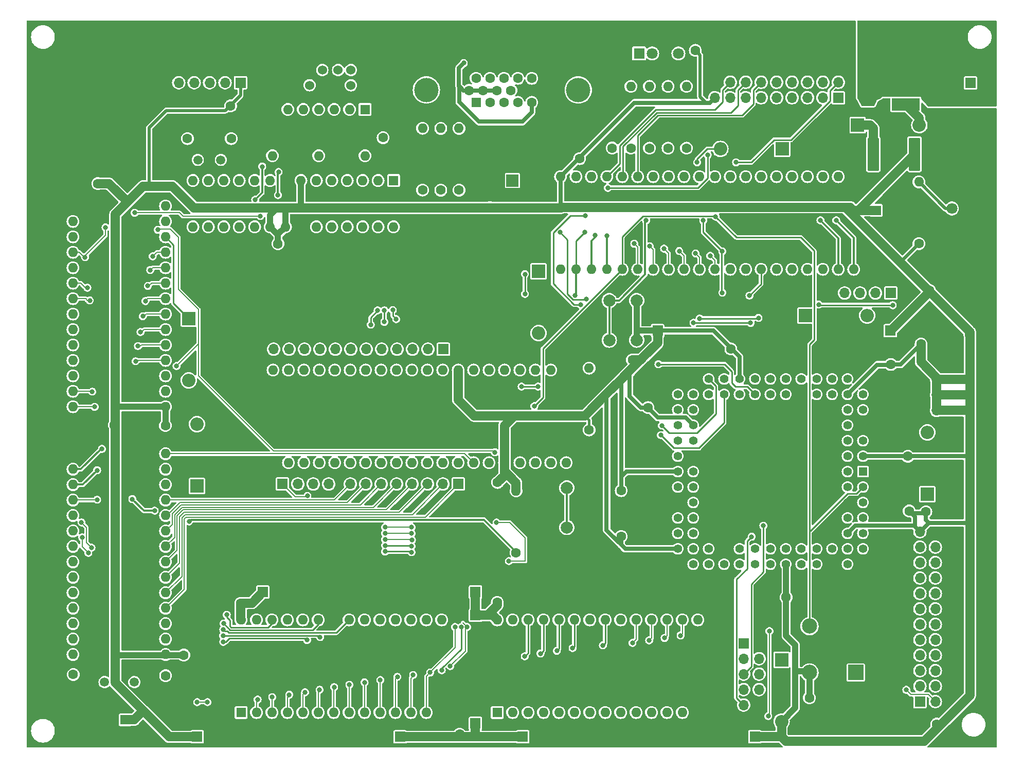
<source format=gtl>
%TF.GenerationSoftware,KiCad,Pcbnew,8.0.6*%
%TF.CreationDate,2024-11-30T13:05:03+03:00*%
%TF.ProjectId,6502_v1,36353032-5f76-4312-9e6b-696361645f70,rev?*%
%TF.SameCoordinates,Original*%
%TF.FileFunction,Copper,L1,Top*%
%TF.FilePolarity,Positive*%
%FSLAX46Y46*%
G04 Gerber Fmt 4.6, Leading zero omitted, Abs format (unit mm)*
G04 Created by KiCad (PCBNEW 8.0.6) date 2024-11-30 13:05:03*
%MOMM*%
%LPD*%
G01*
G04 APERTURE LIST*
G04 Aperture macros list*
%AMRoundRect*
0 Rectangle with rounded corners*
0 $1 Rounding radius*
0 $2 $3 $4 $5 $6 $7 $8 $9 X,Y pos of 4 corners*
0 Add a 4 corners polygon primitive as box body*
4,1,4,$2,$3,$4,$5,$6,$7,$8,$9,$2,$3,0*
0 Add four circle primitives for the rounded corners*
1,1,$1+$1,$2,$3*
1,1,$1+$1,$4,$5*
1,1,$1+$1,$6,$7*
1,1,$1+$1,$8,$9*
0 Add four rect primitives between the rounded corners*
20,1,$1+$1,$2,$3,$4,$5,0*
20,1,$1+$1,$4,$5,$6,$7,0*
20,1,$1+$1,$6,$7,$8,$9,0*
20,1,$1+$1,$8,$9,$2,$3,0*%
G04 Aperture macros list end*
%TA.AperFunction,ComponentPad*%
%ADD10R,1.600000X1.600000*%
%TD*%
%TA.AperFunction,ComponentPad*%
%ADD11C,1.600000*%
%TD*%
%TA.AperFunction,ComponentPad*%
%ADD12C,1.524000*%
%TD*%
%TA.AperFunction,ComponentPad*%
%ADD13C,3.300000*%
%TD*%
%TA.AperFunction,ComponentPad*%
%ADD14R,1.422400X1.422400*%
%TD*%
%TA.AperFunction,ComponentPad*%
%ADD15C,1.422400*%
%TD*%
%TA.AperFunction,ComponentPad*%
%ADD16R,1.700000X1.700000*%
%TD*%
%TA.AperFunction,ComponentPad*%
%ADD17O,1.700000X1.700000*%
%TD*%
%TA.AperFunction,ComponentPad*%
%ADD18C,4.000000*%
%TD*%
%TA.AperFunction,ComponentPad*%
%ADD19O,1.600000X1.600000*%
%TD*%
%TA.AperFunction,ComponentPad*%
%ADD20R,2.200000X2.200000*%
%TD*%
%TA.AperFunction,ComponentPad*%
%ADD21O,2.200000X2.200000*%
%TD*%
%TA.AperFunction,ComponentPad*%
%ADD22R,1.800000X1.800000*%
%TD*%
%TA.AperFunction,ComponentPad*%
%ADD23C,1.800000*%
%TD*%
%TA.AperFunction,SMDPad,CuDef*%
%ADD24RoundRect,0.250000X-0.712500X-2.475000X0.712500X-2.475000X0.712500X2.475000X-0.712500X2.475000X0*%
%TD*%
%TA.AperFunction,ComponentPad*%
%ADD25C,1.500000*%
%TD*%
%TA.AperFunction,ComponentPad*%
%ADD26R,4.600000X2.000000*%
%TD*%
%TA.AperFunction,ComponentPad*%
%ADD27O,4.200000X2.000000*%
%TD*%
%TA.AperFunction,ComponentPad*%
%ADD28O,2.000000X4.200000*%
%TD*%
%TA.AperFunction,ComponentPad*%
%ADD29C,2.000000*%
%TD*%
%TA.AperFunction,ComponentPad*%
%ADD30R,2.000000X2.000000*%
%TD*%
%TA.AperFunction,ComponentPad*%
%ADD31R,2.500000X2.500000*%
%TD*%
%TA.AperFunction,ComponentPad*%
%ADD32C,2.500000*%
%TD*%
%TA.AperFunction,ViaPad*%
%ADD33C,1.000000*%
%TD*%
%TA.AperFunction,ViaPad*%
%ADD34C,0.800000*%
%TD*%
%TA.AperFunction,Conductor*%
%ADD35C,1.000000*%
%TD*%
%TA.AperFunction,Conductor*%
%ADD36C,0.200000*%
%TD*%
%TA.AperFunction,Conductor*%
%ADD37C,0.500000*%
%TD*%
%TA.AperFunction,Conductor*%
%ADD38C,0.250000*%
%TD*%
%TA.AperFunction,Conductor*%
%ADD39C,0.300000*%
%TD*%
%TA.AperFunction,Conductor*%
%ADD40C,1.500000*%
%TD*%
%TA.AperFunction,Conductor*%
%ADD41C,0.700000*%
%TD*%
%TA.AperFunction,Conductor*%
%ADD42C,0.400000*%
%TD*%
G04 APERTURE END LIST*
D10*
%TO.P,C33,1*%
%TO.N,VCC*%
X209650198Y-65878000D03*
D11*
%TO.P,C33,2*%
%TO.N,GND*%
X211650198Y-65878000D03*
%TD*%
D12*
%TO.P,J10,1,DATA*%
%TO.N,KEYB_DATA*%
X118450000Y-42800000D03*
%TO.P,J10,2,DATA2/NC*%
%TO.N,unconnected-(J10-DATA2{slash}NC-Pad2)*%
X121050000Y-42800000D03*
%TO.P,J10,3,GND*%
%TO.N,GND*%
X116350000Y-42800000D03*
%TO.P,J10,4,VCC*%
%TO.N,VCC*%
X123150000Y-42800000D03*
%TO.P,J10,5,CLK*%
%TO.N,KEYB_CLK*%
X116350000Y-45300000D03*
%TO.P,J10,6,CLK2/NC*%
%TO.N,unconnected-(J10-CLK2{slash}NC-Pad6)*%
X123150000Y-45300000D03*
D13*
%TO.P,J10,7,SHLD_GND*%
%TO.N,GND*%
X113000000Y-39800000D03*
X119750000Y-39000000D03*
X126500000Y-39800000D03*
%TD*%
D14*
%TO.P,CPLD,1,INPUT/GCLRN*%
%TO.N,unconnected-(U8-INPUT{slash}GCLRN-Pad1)*%
X207450198Y-108846000D03*
D15*
%TO.P,CPLD,2,INPUT/OE2/GCLK2*%
%TO.N,unconnected-(U8-INPUT{slash}OE2{slash}GCLK2-Pad2)*%
X204910198Y-108846000D03*
%TO.P,CPLD,3,VCCINT_2*%
%TO.N,VCC*%
X207450198Y-106306000D03*
%TO.P,CPLD,4,IO_2*%
%TO.N,EBB2*%
X204910198Y-106306000D03*
%TO.P,CPLD,5,IO_3*%
%TO.N,EBB1*%
X207450198Y-103766000D03*
%TO.P,CPLD,6,IO_4*%
%TO.N,EBA2*%
X204910198Y-103766000D03*
%TO.P,CPLD,7,GNDIO_2*%
%TO.N,GND*%
X207450198Y-101226000D03*
%TO.P,CPLD,8,IO_5*%
%TO.N,EBA1*%
X204910198Y-101226000D03*
%TO.P,CPLD,9,IO_6*%
%TO.N,EBA0*%
X207450198Y-98686000D03*
%TO.P,CPLD,10,IO_7*%
%TO.N,EBB0*%
X204910198Y-98686000D03*
%TO.P,CPLD,11,IO_8*%
%TO.N,EBA3*%
X207450198Y-96146000D03*
%TO.P,CPLD,12,IO_9*%
%TO.N,EBC4*%
X204910198Y-93606000D03*
%TO.P,CPLD,13,VCCIO_2*%
%TO.N,VCC*%
X204910198Y-96146000D03*
%TO.P,CPLD,14,IO/TDI*%
%TO.N,TDI*%
X202370198Y-93606000D03*
%TO.P,CPLD,15,IO_10*%
%TO.N,unconnected-(U8-IO_10-Pad15)*%
X202370198Y-96146000D03*
%TO.P,CPLD,16,IO_11*%
%TO.N,ACIA2CS1*%
X199830198Y-93606000D03*
%TO.P,CPLD,17,IO_12*%
%TO.N,IACSB*%
X199830198Y-96146000D03*
%TO.P,CPLD,18,IO_13*%
%TO.N,ACIA1CS1*%
X197290198Y-93606000D03*
%TO.P,CPLD,19,GNDIO_3*%
%TO.N,GND*%
X197290198Y-96146000D03*
%TO.P,CPLD,20,IO_14*%
%TO.N,VIACS1*%
X194750198Y-93606000D03*
%TO.P,CPLD,21,IO_15*%
%TO.N,Net-(D8-K)*%
X194750198Y-96146000D03*
%TO.P,CPLD,22,IO_16*%
%TO.N,CB2*%
X192210198Y-93606000D03*
%TO.P,CPLD,23,IO/TMS*%
%TO.N,TMS*%
X192210198Y-96146000D03*
%TO.P,CPLD,24,IO_17*%
%TO.N,CB1*%
X189670198Y-93606000D03*
%TO.P,CPLD,25,IO_18*%
%TO.N,NMI*%
X189670198Y-96146000D03*
%TO.P,CPLD,26,VCCIO_3*%
%TO.N,VCC*%
X187130198Y-93606000D03*
%TO.P,CPLD,27,IO_19*%
%TO.N,unconnected-(U8-IO_19-Pad27)*%
X187130198Y-96146000D03*
%TO.P,CPLD,28,IO_20*%
%TO.N,unconnected-(U8-IO_20-Pad28)*%
X184590198Y-93606000D03*
%TO.P,CPLD,29,IO_21*%
%TO.N,ROMCSB*%
X184590198Y-96146000D03*
%TO.P,CPLD,30,IO_22*%
%TO.N,ROMWEB*%
X182050198Y-93606000D03*
%TO.P,CPLD,31,IO_23*%
%TO.N,A12*%
X182050198Y-96146000D03*
%TO.P,CPLD,32,GNDIO_4*%
%TO.N,GND*%
X179510198Y-93606000D03*
%TO.P,CPLD,33,IO_24*%
%TO.N,A15*%
X176970198Y-96146000D03*
%TO.P,CPLD,34,IO_25*%
%TO.N,A14*%
X179510198Y-96146000D03*
%TO.P,CPLD,35,IO_26*%
%TO.N,A13*%
X176970198Y-98686000D03*
%TO.P,CPLD,36,IO_27*%
%TO.N,A8*%
X179510198Y-98686000D03*
%TO.P,CPLD,37,IO_28*%
%TO.N,A9*%
X176970198Y-101226000D03*
%TO.P,CPLD,38,VCCIO_4*%
%TO.N,VCC*%
X179510198Y-101226000D03*
%TO.P,CPLD,39,IO_29*%
%TO.N,A11*%
X176970198Y-103766000D03*
%TO.P,CPLD,40,IO_30*%
%TO.N,RAMOEB*%
X179510198Y-103766000D03*
%TO.P,CPLD,41,IO_31*%
%TO.N,A10*%
X176970198Y-106306000D03*
%TO.P,CPLD,42,GNDINT_2*%
%TO.N,GND*%
X179510198Y-106306000D03*
%TO.P,CPLD,43,VCCINT*%
%TO.N,VCC*%
X176970198Y-108846000D03*
%TO.P,CPLD,44,IO_32*%
%TO.N,RAMCSB*%
X179510198Y-108846000D03*
%TO.P,CPLD,45,IO_33*%
%TO.N,D7*%
X176970198Y-111386000D03*
%TO.P,CPLD,46,IO_34*%
%TO.N,D6*%
X179510198Y-111386000D03*
%TO.P,CPLD,47,GNDIO_5*%
%TO.N,GND*%
X176970198Y-113926000D03*
%TO.P,CPLD,48,IO_35*%
%TO.N,D5*%
X179510198Y-113926000D03*
%TO.P,CPLD,49,IO_36*%
%TO.N,D4*%
X176970198Y-116466000D03*
%TO.P,CPLD,50,IO_37*%
%TO.N,D3*%
X179510198Y-116466000D03*
%TO.P,CPLD,51,IO_38*%
%TO.N,D2*%
X176970198Y-119006000D03*
%TO.P,CPLD,52,IO_39*%
%TO.N,D1*%
X179510198Y-119006000D03*
%TO.P,CPLD,53,VCCIO_5*%
%TO.N,VCC*%
X176970198Y-121546000D03*
%TO.P,CPLD,54,IO_40*%
%TO.N,A0*%
X179510198Y-124086000D03*
%TO.P,CPLD,55,IO_41*%
%TO.N,D0*%
X179510198Y-121546000D03*
%TO.P,CPLD,56,IO_42*%
%TO.N,A2*%
X182050198Y-124086000D03*
%TO.P,CPLD,57,IO_43*%
%TO.N,A1*%
X182050198Y-121546000D03*
%TO.P,CPLD,58,IO_44*%
%TO.N,A3*%
X184590198Y-124086000D03*
%TO.P,CPLD,59,GNDIO_6*%
%TO.N,GND*%
X184590198Y-121546000D03*
%TO.P,CPLD,60,IO_45*%
%TO.N,A5*%
X187130198Y-124086000D03*
%TO.P,CPLD,61,IO_46*%
%TO.N,A4*%
X187130198Y-121546000D03*
%TO.P,CPLD,62,IO/TCK*%
%TO.N,TCK*%
X189670198Y-124086000D03*
%TO.P,CPLD,63,IO_47*%
%TO.N,A6*%
X189670198Y-121546000D03*
%TO.P,CPLD,64,IO_48*%
%TO.N,CPRES*%
X192210198Y-124086000D03*
%TO.P,CPLD,65,IO_49*%
%TO.N,A7*%
X192210198Y-121546000D03*
%TO.P,CPLD,66,VCCIO_6*%
%TO.N,VCC*%
X194750198Y-124086000D03*
%TO.P,CPLD,67,IO_50*%
%TO.N,EBC2*%
X194750198Y-121546000D03*
%TO.P,CPLD,68,IO_51*%
%TO.N,EBB7*%
X197290198Y-124086000D03*
%TO.P,CPLD,69,IO_52*%
%TO.N,EBC0*%
X197290198Y-121546000D03*
%TO.P,CPLD,70,IO_53*%
%TO.N,EBA7*%
X199830198Y-124086000D03*
%TO.P,CPLD,71,IO/TDO*%
%TO.N,TDO*%
X199830198Y-121546000D03*
%TO.P,CPLD,72,GNDIO*%
%TO.N,GND*%
X202370198Y-124086000D03*
%TO.P,CPLD,73,IO_54*%
%TO.N,EBB6*%
X202370198Y-121546000D03*
%TO.P,CPLD,74,IO_55*%
%TO.N,EBA6*%
X204910198Y-124086000D03*
%TO.P,CPLD,75,IO_56*%
%TO.N,EBA5*%
X207450198Y-121546000D03*
%TO.P,CPLD,76,IO_57*%
%TO.N,EBB5*%
X204910198Y-121546000D03*
%TO.P,CPLD,77,IO_58*%
%TO.N,EBB4*%
X207450198Y-119006000D03*
%TO.P,CPLD,78,VCCIO*%
%TO.N,VCC*%
X204910198Y-119006000D03*
%TO.P,CPLD,79,IO_59*%
%TO.N,EBB3*%
X207450198Y-116466000D03*
%TO.P,CPLD,80,IO_60*%
%TO.N,EBA4*%
X204910198Y-116466000D03*
%TO.P,CPLD,81,IO*%
%TO.N,unconnected-(U8-IO-Pad81)*%
X207450198Y-113926000D03*
%TO.P,CPLD,82,GNDINT*%
%TO.N,GND*%
X204910198Y-113926000D03*
%TO.P,CPLD,83,INPUT/GCLK1*%
%TO.N,CLK*%
X207450198Y-111386000D03*
%TO.P,CPLD,84,INPUT/OE1*%
%TO.N,unconnected-(U8-INPUT{slash}OE1-Pad84)*%
X204910198Y-111386000D03*
%TD*%
D16*
%TO.P,J5,1,Pin_1*%
%TO.N,A0*%
X138362198Y-88729200D03*
D17*
%TO.P,J5,2,Pin_2*%
%TO.N,A1*%
X135822198Y-88729200D03*
%TO.P,J5,3,Pin_3*%
%TO.N,A2*%
X133282198Y-88729200D03*
%TO.P,J5,4,Pin_4*%
%TO.N,A3*%
X130742198Y-88729200D03*
%TO.P,J5,5,Pin_5*%
%TO.N,A4*%
X128202198Y-88729200D03*
%TO.P,J5,6,Pin_6*%
%TO.N,A5*%
X125662198Y-88729200D03*
%TO.P,J5,7,Pin_7*%
%TO.N,A6*%
X123122198Y-88729200D03*
%TO.P,J5,8,Pin_8*%
%TO.N,A7*%
X120582198Y-88729200D03*
%TO.P,J5,9,Pin_9*%
%TO.N,A8*%
X118042198Y-88729200D03*
%TO.P,J5,10,Pin_10*%
%TO.N,A9*%
X115502198Y-88729200D03*
%TO.P,J5,11,Pin_11*%
%TO.N,A10*%
X112962198Y-88729200D03*
%TO.P,J5,12,Pin_12*%
%TO.N,A11*%
X110422198Y-88729200D03*
%TD*%
D16*
%TO.P,J15,1,Pin_1*%
%TO.N,VCC*%
X211950198Y-85678000D03*
%TD*%
D18*
%TO.P,J1,0*%
%TO.N,N/C*%
X160579998Y-46078000D03*
X135579998Y-46078000D03*
D10*
%TO.P,J1,1*%
%TO.N,VGA_R*%
X143764998Y-48128000D03*
D11*
%TO.P,J1,2*%
%TO.N,VGA_G*%
X146054998Y-48128000D03*
%TO.P,J1,3*%
%TO.N,VGA_B*%
X148344998Y-48128000D03*
%TO.P,J1,4*%
%TO.N,unconnected-(J1-Pad4)*%
X150634998Y-48128000D03*
%TO.P,J1,5*%
%TO.N,Net-(J14-Pin_2)*%
X152924998Y-48128000D03*
%TO.P,J1,6*%
X142619998Y-46148000D03*
%TO.P,J1,7*%
X144909998Y-46148000D03*
%TO.P,J1,8*%
X147199998Y-46148000D03*
%TO.P,J1,9*%
%TO.N,unconnected-(J1-Pad9)*%
X149489998Y-46148000D03*
%TO.P,J1,10*%
%TO.N,GND*%
X151779998Y-46148000D03*
%TO.P,J1,11*%
%TO.N,unconnected-(J1-Pad11)*%
X143764998Y-44168000D03*
%TO.P,J1,12*%
%TO.N,unconnected-(J1-Pad12)*%
X146054998Y-44168000D03*
%TO.P,J1,13*%
%TO.N,HSync*%
X148344998Y-44168000D03*
%TO.P,J1,14*%
%TO.N,VSync*%
X150634998Y-44168000D03*
%TO.P,J1,15*%
%TO.N,unconnected-(J1-Pad15)*%
X152924998Y-44168000D03*
%TD*%
%TO.P,R4,1*%
%TO.N,Net-(U1-PC0)*%
X134950198Y-62538000D03*
D19*
%TO.P,R4,2*%
%TO.N,VGA_R*%
X134950198Y-52378000D03*
%TD*%
D11*
%TO.P,C14,1*%
%TO.N,VCC*%
X84200198Y-101178000D03*
%TO.P,C14,2*%
%TO.N,GND*%
X86700198Y-101178000D03*
%TD*%
D16*
%TO.P,J19,1,Pin_1*%
%TO.N,VCC*%
X189650198Y-152478000D03*
%TD*%
D20*
%TO.P,D2,1,K*%
%TO.N,Net-(D2-K)*%
X97800198Y-111208000D03*
D21*
%TO.P,D2,2,A*%
%TO.N,IRQ*%
X97800198Y-101048000D03*
%TD*%
D22*
%TO.P,D7,1,GA*%
%TO.N,Net-(D7-GA)*%
X170594798Y-40078000D03*
D23*
%TO.P,D7,2,RA*%
%TO.N,Net-(D7-RA)*%
X172753798Y-40078000D03*
%TO.P,D7,3,K*%
%TO.N,GND*%
X174912798Y-40078000D03*
%TO.P,D7,4,BA*%
%TO.N,Net-(D7-BA)*%
X177071798Y-40078000D03*
%TD*%
D16*
%TO.P,J23,1,Pin_1*%
%TO.N,VCC*%
X108650198Y-128678000D03*
%TD*%
D24*
%TO.P,F1,1*%
%TO.N,Net-(D6-K)*%
X209162698Y-56678000D03*
%TO.P,F1,2*%
%TO.N,VCC*%
X215937698Y-56678000D03*
%TD*%
D11*
%TO.P,C13,1*%
%TO.N,VCC*%
X146000000Y-65450000D03*
%TO.P,C13,2*%
%TO.N,GND*%
X146000000Y-67950000D03*
%TD*%
D10*
%TO.P,C34,1*%
%TO.N,GND*%
X219005311Y-87878000D03*
D11*
%TO.P,C34,2*%
%TO.N,VCC*%
X217005311Y-87878000D03*
%TD*%
%TO.P,C24,1*%
%TO.N,VCC*%
X219600198Y-150378000D03*
%TO.P,C24,2*%
%TO.N,GND*%
X217100198Y-150378000D03*
%TD*%
%TO.P,C29,1*%
%TO.N,VCC*%
X169500198Y-90478000D03*
%TO.P,C29,2*%
%TO.N,GND*%
X167000198Y-90478000D03*
%TD*%
%TO.P,C25,1*%
%TO.N,VCC*%
X218400198Y-79078000D03*
%TO.P,C25,2*%
%TO.N,GND*%
X220900198Y-79078000D03*
%TD*%
D16*
%TO.P,J28,1,Pin_1*%
%TO.N,VCC*%
X143650198Y-128678000D03*
%TD*%
D11*
%TO.P,C9,1*%
%TO.N,VCC*%
X81500198Y-61478000D03*
%TO.P,C9,2*%
%TO.N,GND*%
X79000198Y-61478000D03*
%TD*%
D16*
%TO.P,J9,1,Pin_1*%
%TO.N,GND*%
X217025198Y-98803000D03*
D17*
%TO.P,J9,2,Pin_2*%
%TO.N,VCC*%
X219565198Y-98803000D03*
%TO.P,J9,3,Pin_3*%
%TO.N,GND*%
X217025198Y-96263000D03*
%TO.P,J9,4,Pin_4*%
%TO.N,VCC*%
X219565198Y-96263000D03*
%TO.P,J9,5,Pin_5*%
%TO.N,GND*%
X217025198Y-93723000D03*
%TO.P,J9,6,Pin_6*%
%TO.N,VCC*%
X219565198Y-93723000D03*
%TD*%
D11*
%TO.P,R26,1*%
%TO.N,SYS_CONT_D4*%
X169248598Y-55658400D03*
D19*
%TO.P,R26,2*%
%TO.N,Net-(BZ1--)*%
X169248598Y-45498400D03*
%TD*%
D11*
%TO.P,C7,1*%
%TO.N,VCC*%
X185700198Y-88678000D03*
%TO.P,C7,2*%
%TO.N,GND*%
X183200198Y-88678000D03*
%TD*%
D16*
%TO.P,J3,1,Pin_1*%
%TO.N,D0*%
X140847991Y-110896022D03*
D17*
%TO.P,J3,2,Pin_2*%
%TO.N,D1*%
X138307991Y-110896022D03*
%TO.P,J3,3,Pin_3*%
%TO.N,D2*%
X135767991Y-110896022D03*
%TO.P,J3,4,Pin_4*%
%TO.N,D3*%
X133227991Y-110896022D03*
%TO.P,J3,5,Pin_5*%
%TO.N,D4*%
X130687991Y-110896022D03*
%TO.P,J3,6,Pin_6*%
%TO.N,D5*%
X128147991Y-110896022D03*
%TO.P,J3,7,Pin_7*%
%TO.N,D6*%
X125607991Y-110896022D03*
%TO.P,J3,8,Pin_8*%
%TO.N,D7*%
X123067991Y-110896022D03*
%TD*%
D16*
%TO.P,J8,1,Pin_1*%
%TO.N,CLK*%
X216825198Y-146678000D03*
D17*
%TO.P,J8,2,Pin_2*%
%TO.N,CPRES*%
X219365198Y-146678000D03*
%TO.P,J8,3,Pin_3*%
%TO.N,EBC0*%
X216825198Y-144138000D03*
%TO.P,J8,4,Pin_4*%
%TO.N,EBC2*%
X219365198Y-144138000D03*
%TO.P,J8,5,Pin_5*%
%TO.N,EBA7*%
X216825198Y-141598000D03*
%TO.P,J8,6,Pin_6*%
%TO.N,EBB7*%
X219365198Y-141598000D03*
%TO.P,J8,7,Pin_7*%
%TO.N,EBA6*%
X216825198Y-139058000D03*
%TO.P,J8,8,Pin_8*%
%TO.N,EBB6*%
X219365198Y-139058000D03*
%TO.P,J8,9,Pin_9*%
%TO.N,EBA5*%
X216825198Y-136518000D03*
%TO.P,J8,10,Pin_10*%
%TO.N,EBB5*%
X219365198Y-136518000D03*
%TO.P,J8,11,Pin_11*%
%TO.N,EBA4*%
X216825198Y-133978000D03*
%TO.P,J8,12,Pin_12*%
%TO.N,EBB4*%
X219365198Y-133978000D03*
%TO.P,J8,13,Pin_13*%
%TO.N,EBA3*%
X216825198Y-131438000D03*
%TO.P,J8,14,Pin_14*%
%TO.N,EBB3*%
X219365198Y-131438000D03*
%TO.P,J8,15,Pin_15*%
%TO.N,EBA2*%
X216825198Y-128898000D03*
%TO.P,J8,16,Pin_16*%
%TO.N,EBB2*%
X219365198Y-128898000D03*
%TO.P,J8,17,Pin_17*%
%TO.N,EBA1*%
X216825198Y-126358000D03*
%TO.P,J8,18,Pin_18*%
%TO.N,EBB1*%
X219365198Y-126358000D03*
%TO.P,J8,19,Pin_19*%
%TO.N,EBA0*%
X216825198Y-123818000D03*
%TO.P,J8,20,Pin_20*%
%TO.N,EBB0*%
X219365198Y-123818000D03*
%TO.P,J8,21,Pin_21*%
%TO.N,Net-(D9-K)*%
X216825198Y-121278000D03*
%TO.P,J8,22,Pin_22*%
%TO.N,EBC4*%
X219365198Y-121278000D03*
%TO.P,J8,23,Pin_23*%
%TO.N,VCC*%
X216825198Y-118738000D03*
%TO.P,J8,24,Pin_24*%
%TO.N,GND*%
X219365198Y-118738000D03*
%TD*%
D11*
%TO.P,C26,1*%
%TO.N,VCC*%
X194798000Y-129540000D03*
%TO.P,C26,2*%
%TO.N,GND*%
X192298000Y-129540000D03*
%TD*%
%TO.P,C31,1*%
%TO.N,Net-(U1-XTAL2{slash}PB7)*%
X96250198Y-54078000D03*
%TO.P,C31,2*%
%TO.N,GND*%
X98750198Y-54078000D03*
%TD*%
%TO.P,R3,1*%
%TO.N,SYS_CONT_D5*%
X166175198Y-55633000D03*
D19*
%TO.P,R3,2*%
%TO.N,GND*%
X166175198Y-45473000D03*
%TD*%
D20*
%TO.P,D6,1,K*%
%TO.N,Net-(D6-K)*%
X206570198Y-51878000D03*
D21*
%TO.P,D6,2,A*%
%TO.N,Net-(D6-A)*%
X216730198Y-51878000D03*
%TD*%
D11*
%TO.P,C12,1*%
%TO.N,VCC*%
X167650198Y-111978000D03*
%TO.P,C12,2*%
%TO.N,GND*%
X167650198Y-114478000D03*
%TD*%
D20*
%TO.P,D5,1,K*%
%TO.N,Net-(D5-K)*%
X194130198Y-55778000D03*
D21*
%TO.P,D5,2,A*%
%TO.N,IRQ*%
X183970198Y-55778000D03*
%TD*%
D25*
%TO.P,Y2,1,1*%
%TO.N,Net-(U1-XTAL2{slash}PB7)*%
X97950198Y-57578000D03*
%TO.P,Y2,2,2*%
%TO.N,Net-(U1-XTAL1{slash}PB6)*%
X101750198Y-57578000D03*
%TD*%
D16*
%TO.P,JTAG,1,Pin_1*%
%TO.N,TCK*%
X187800198Y-137088000D03*
D17*
%TO.P,JTAG,2,Pin_2*%
%TO.N,GND*%
X190340198Y-137088000D03*
%TO.P,JTAG,3,Pin_3*%
%TO.N,TDO*%
X187800198Y-139628000D03*
%TO.P,JTAG,4,Pin_4*%
%TO.N,Net-(D11-K)*%
X190340198Y-139628000D03*
%TO.P,JTAG,5,Pin_5*%
%TO.N,TMS*%
X187800198Y-142168000D03*
%TO.P,JTAG,6,Pin_6*%
%TO.N,unconnected-(J11-Pin_6-Pad6)*%
X190340198Y-142168000D03*
%TO.P,JTAG,7,Pin_7*%
%TO.N,unconnected-(J11-Pin_7-Pad7)*%
X187800198Y-144708000D03*
%TO.P,JTAG,8,Pin_8*%
%TO.N,unconnected-(J11-Pin_8-Pad8)*%
X190340198Y-144708000D03*
%TO.P,JTAG,9,Pin_9*%
%TO.N,TDI*%
X187800198Y-147248000D03*
%TO.P,JTAG,10,Pin_10*%
%TO.N,GND*%
X190340198Y-147248000D03*
%TD*%
D26*
%TO.P,J2,1*%
%TO.N,Net-(D6-A)*%
X214518000Y-48464000D03*
D27*
%TO.P,J2,2*%
%TO.N,Net-(J4-Pin_2)*%
X214518000Y-42164000D03*
D28*
%TO.P,J2,3*%
X209718000Y-45564000D03*
%TD*%
D29*
%TO.P,RESET,1,1*%
%TO.N,RESB*%
X158696998Y-111539600D03*
X158696998Y-118039600D03*
%TO.P,RESET,2,2*%
%TO.N,GND*%
X154196998Y-111539600D03*
X154196998Y-118039600D03*
%TD*%
D16*
%TO.P,J18,1,Pin_1*%
%TO.N,VCC*%
X131250198Y-152478000D03*
%TD*%
D11*
%TO.P,C30,1*%
%TO.N,Net-(U1-XTAL1{slash}PB6)*%
X103450198Y-54078000D03*
%TO.P,C30,2*%
%TO.N,GND*%
X100950198Y-54078000D03*
%TD*%
D16*
%TO.P,J7,1,Pin_1*%
%TO.N,PORTA0*%
X203386198Y-47364200D03*
D17*
%TO.P,J7,2,Pin_2*%
%TO.N,CLK*%
X203386198Y-44824200D03*
%TO.P,J7,3,Pin_3*%
%TO.N,PORTA1*%
X200846198Y-47364200D03*
%TO.P,J7,4,Pin_4*%
%TO.N,RWB*%
X200846198Y-44824200D03*
%TO.P,J7,5,Pin_5*%
%TO.N,PORTA2*%
X198306198Y-47364200D03*
%TO.P,J7,6,Pin_6*%
%TO.N,CA1*%
X198306198Y-44824200D03*
%TO.P,J7,7,Pin_7*%
%TO.N,PORTA3*%
X195766198Y-47364200D03*
%TO.P,J7,8,Pin_8*%
%TO.N,CA2*%
X195766198Y-44824200D03*
%TO.P,J7,9,Pin_9*%
%TO.N,PORTA4*%
X193226198Y-47364200D03*
%TO.P,J7,10,Pin_10*%
%TO.N,Net-(D5-K)*%
X193226198Y-44824200D03*
%TO.P,J7,11,Pin_11*%
%TO.N,PORTA5*%
X190686198Y-47364200D03*
%TO.P,J7,12,Pin_12*%
%TO.N,SYS_CONT_D6*%
X190686198Y-44824200D03*
%TO.P,J7,13,Pin_13*%
%TO.N,PORTA6*%
X188146198Y-47364200D03*
%TO.P,J7,14,Pin_14*%
%TO.N,SYS_CONT_D7*%
X188146198Y-44824200D03*
%TO.P,J7,15,Pin_15*%
%TO.N,PORTA7*%
X185606198Y-47364200D03*
%TO.P,J7,16,Pin_16*%
%TO.N,SYS_CONT_D8*%
X185606198Y-44824200D03*
%TO.P,J7,17,Pin_17*%
%TO.N,VCC*%
X183066198Y-47364200D03*
%TO.P,J7,18,Pin_18*%
%TO.N,GND*%
X183066198Y-44824200D03*
%TD*%
D11*
%TO.P,C11,1*%
%TO.N,VCC*%
X172050198Y-98328000D03*
%TO.P,C11,2*%
%TO.N,GND*%
X172050198Y-95828000D03*
%TD*%
D16*
%TO.P,J22,1,Pin_1*%
%TO.N,VCC*%
X173650198Y-85678000D03*
%TD*%
D10*
%TO.P,U4,1*%
%TO.N,KEYB_CLK*%
X125475198Y-49278000D03*
D19*
%TO.P,U4,2*%
X122935198Y-49278000D03*
%TO.P,U4,3*%
%TO.N,Net-(U4-Pad3)*%
X120395198Y-49278000D03*
%TO.P,U4,4*%
X117855198Y-49278000D03*
%TO.P,U4,5*%
X115315198Y-49278000D03*
%TO.P,U4,6*%
%TO.N,Net-(U1-PB5)*%
X112775198Y-49278000D03*
%TO.P,U4,7,GND*%
%TO.N,GND*%
X110235198Y-49278000D03*
%TO.P,U4,8*%
%TO.N,unconnected-(U4-Pad8)*%
X110235198Y-56898000D03*
%TO.P,U4,9*%
%TO.N,GND*%
X112775198Y-56898000D03*
%TO.P,U4,10*%
X115315198Y-56898000D03*
%TO.P,U4,11*%
%TO.N,unconnected-(U4-Pad11)*%
X117855198Y-56898000D03*
%TO.P,U4,12*%
%TO.N,GND*%
X120395198Y-56898000D03*
%TO.P,U4,13*%
X122935198Y-56898000D03*
%TO.P,U4,14,VCC*%
%TO.N,VCC*%
X125475198Y-56898000D03*
%TD*%
D30*
%TO.P,BZ1,1,-*%
%TO.N,Net-(BZ1--)*%
X149750198Y-60978000D03*
D29*
%TO.P,BZ1,2,+*%
%TO.N,GND*%
X149750198Y-53378000D03*
%TD*%
D20*
%TO.P,D9,1,K*%
%TO.N,Net-(D9-K)*%
X218050198Y-112558000D03*
D21*
%TO.P,D9,2,A*%
%TO.N,IRQ*%
X218050198Y-102398000D03*
%TD*%
D11*
%TO.P,C2,1*%
%TO.N,VCC*%
X217800198Y-115478000D03*
%TO.P,C2,2*%
%TO.N,GND*%
X220300198Y-115478000D03*
%TD*%
%TO.P,C6,1*%
%TO.N,VCC*%
X160800198Y-57378000D03*
%TO.P,C6,2*%
%TO.N,GND*%
X163300198Y-57378000D03*
%TD*%
D25*
%TO.P,Y3,1,1*%
%TO.N,ACIAXT2*%
X82600198Y-143478000D03*
%TO.P,Y3,2,2*%
%TO.N,ACIAXT1*%
X87500198Y-143478000D03*
%TD*%
D20*
%TO.P,D8,1,K*%
%TO.N,Net-(D8-K)*%
X197970198Y-83178000D03*
D21*
%TO.P,D8,2,A*%
%TO.N,IRQ*%
X208130198Y-83178000D03*
%TD*%
D10*
%TO.P,ROM,1,A14*%
%TO.N,A14*%
X105073198Y-148475000D03*
D19*
%TO.P,ROM,2,A12*%
%TO.N,A12*%
X107613198Y-148475000D03*
%TO.P,ROM,3,A7*%
%TO.N,A7*%
X110153198Y-148475000D03*
%TO.P,ROM,4,A6*%
%TO.N,A6*%
X112693198Y-148475000D03*
%TO.P,ROM,5,A5*%
%TO.N,A5*%
X115233198Y-148475000D03*
%TO.P,ROM,6,A4*%
%TO.N,A4*%
X117773198Y-148475000D03*
%TO.P,ROM,7,A3*%
%TO.N,A3*%
X120313198Y-148475000D03*
%TO.P,ROM,8,A2*%
%TO.N,A2*%
X122853198Y-148475000D03*
%TO.P,ROM,9,A1*%
%TO.N,A1*%
X125393198Y-148475000D03*
%TO.P,ROM,10,A0*%
%TO.N,A0*%
X127933198Y-148475000D03*
%TO.P,ROM,11,D0*%
%TO.N,D0*%
X130473198Y-148475000D03*
%TO.P,ROM,12,D1*%
%TO.N,D1*%
X133013198Y-148475000D03*
%TO.P,ROM,13,D2*%
%TO.N,D2*%
X135553198Y-148475000D03*
%TO.P,ROM,14,GND*%
%TO.N,GND*%
X138093198Y-148475000D03*
%TO.P,ROM,15,D3*%
%TO.N,D3*%
X138093198Y-133235000D03*
%TO.P,ROM,16,D4*%
%TO.N,D4*%
X135553198Y-133235000D03*
%TO.P,ROM,17,D5*%
%TO.N,D5*%
X133013198Y-133235000D03*
%TO.P,ROM,18,D6*%
%TO.N,D6*%
X130473198Y-133235000D03*
%TO.P,ROM,19,D7*%
%TO.N,D7*%
X127933198Y-133235000D03*
%TO.P,ROM,20,~{CS}*%
%TO.N,ROMCSB*%
X125393198Y-133235000D03*
%TO.P,ROM,21,A10*%
%TO.N,A10*%
X122853198Y-133235000D03*
%TO.P,ROM,22,~{OE}*%
%TO.N,GND*%
X120313198Y-133235000D03*
%TO.P,ROM,23,A11*%
%TO.N,A11*%
X117773198Y-133235000D03*
%TO.P,ROM,24,A9*%
%TO.N,A9*%
X115233198Y-133235000D03*
%TO.P,ROM,25,A8*%
%TO.N,A8*%
X112693198Y-133235000D03*
%TO.P,ROM,26,A13*%
%TO.N,A13*%
X110153198Y-133235000D03*
%TO.P,ROM,27,~{WE}*%
%TO.N,ROMWEB*%
X107613198Y-133235000D03*
%TO.P,ROM,28,VCC*%
%TO.N,VCC*%
X105073198Y-133235000D03*
%TD*%
D11*
%TO.P,C2,1*%
%TO.N,VCC*%
X111150198Y-71378000D03*
%TO.P,C2,2*%
%TO.N,GND*%
X111150198Y-73878000D03*
%TD*%
%TO.P,C18,1*%
%TO.N,VCC*%
X215050198Y-115328000D03*
%TO.P,C18,2*%
%TO.N,GND*%
X215050198Y-112828000D03*
%TD*%
%TO.P,C20,1*%
%TO.N,VCC*%
X198628000Y-146070000D03*
%TO.P,C20,2*%
%TO.N,GND*%
X198628000Y-148570000D03*
%TD*%
D20*
%TO.P,D3,1,K*%
%TO.N,Net-(D3-K)*%
X96450198Y-83678000D03*
D21*
%TO.P,D3,2,A*%
%TO.N,IRQ*%
X96450198Y-93838000D03*
%TD*%
D11*
%TO.P,C1,1*%
%TO.N,VCC*%
X147252198Y-130365200D03*
%TO.P,C1,2*%
%TO.N,GND*%
X147252198Y-127865200D03*
%TD*%
D16*
%TO.P,J24,1,Pin_1*%
%TO.N,VCC*%
X151450198Y-152478000D03*
%TD*%
D10*
%TO.P,ACIA1,1,VSS*%
%TO.N,GND*%
X77397198Y-105918000D03*
D19*
%TO.P,ACIA1,2,CS1*%
%TO.N,ACIA1CS1*%
X77397198Y-108458000D03*
%TO.P,ACIA1,3,~{CS2}*%
%TO.N,IACSB*%
X77397198Y-110998000D03*
%TO.P,ACIA1,4,~{RES}*%
%TO.N,RESB*%
X77397198Y-113538000D03*
%TO.P,ACIA1,5,RxC*%
%TO.N,unconnected-(U6-RxC-Pad5)*%
X77397198Y-116078000D03*
%TO.P,ACIA1,6,XTAL1*%
%TO.N,ACIAXT1*%
X77397198Y-118618000D03*
%TO.P,ACIA1,7,XTAL2*%
%TO.N,ACIAXT2*%
X77397198Y-121158000D03*
%TO.P,ACIA1,8,~{RTS}*%
%TO.N,ACIA1RTS*%
X77397198Y-123698000D03*
%TO.P,ACIA1,9,~{CTS}*%
%TO.N,ACIA1CTS*%
X77397198Y-126238000D03*
%TO.P,ACIA1,10,TxD*%
%TO.N,ACIA1TX*%
X77397198Y-128778000D03*
%TO.P,ACIA1,11,~{DTR}*%
%TO.N,unconnected-(U6-~{DTR}-Pad11)*%
X77397198Y-131318000D03*
%TO.P,ACIA1,12,RxD*%
%TO.N,ACIA1RX*%
X77397198Y-133858000D03*
%TO.P,ACIA1,13,RS0*%
%TO.N,A0*%
X77397198Y-136398000D03*
%TO.P,ACIA1,14,RS1*%
%TO.N,A1*%
X77397198Y-138938000D03*
%TO.P,ACIA1,15,VCC*%
%TO.N,VCC*%
X92637198Y-138938000D03*
%TO.P,ACIA1,16,~{DCD}*%
%TO.N,unconnected-(U6-~{DCD}-Pad16)*%
X92637198Y-136398000D03*
%TO.P,ACIA1,17,~{DSR}*%
%TO.N,unconnected-(U6-~{DSR}-Pad17)*%
X92637198Y-133858000D03*
%TO.P,ACIA1,18,D0*%
%TO.N,D0*%
X92637198Y-131318000D03*
%TO.P,ACIA1,19,D1*%
%TO.N,D1*%
X92637198Y-128778000D03*
%TO.P,ACIA1,20,D2*%
%TO.N,D2*%
X92637198Y-126238000D03*
%TO.P,ACIA1,21,D3*%
%TO.N,D3*%
X92637198Y-123698000D03*
%TO.P,ACIA1,22,D4*%
%TO.N,D4*%
X92637198Y-121158000D03*
%TO.P,ACIA1,23,D5*%
%TO.N,D5*%
X92637198Y-118618000D03*
%TO.P,ACIA1,24,D6*%
%TO.N,D6*%
X92637198Y-116078000D03*
%TO.P,ACIA1,25,D7*%
%TO.N,D7*%
X92637198Y-113538000D03*
%TO.P,ACIA1,26,~{IRQ}*%
%TO.N,Net-(D2-K)*%
X92637198Y-110998000D03*
%TO.P,ACIA1,27,\u03D52*%
%TO.N,Net-(J16-Pin_2)*%
X92637198Y-108458000D03*
%TO.P,ACIA1,28,R/~{W}*%
%TO.N,RWB*%
X92637198Y-105918000D03*
%TD*%
D11*
%TO.P,C22,1*%
%TO.N,VCC*%
X103350000Y-48700000D03*
%TO.P,C22,2*%
%TO.N,GND*%
X105850000Y-48700000D03*
%TD*%
D10*
%TO.P,U1,1,~{RESET}/PC6*%
%TO.N,RESB*%
X130170198Y-60978000D03*
D19*
%TO.P,U1,2,PD0*%
%TO.N,ACIA2TX*%
X127630198Y-60978000D03*
%TO.P,U1,3,PD1*%
%TO.N,ACIA2RX*%
X125090198Y-60978000D03*
%TO.P,U1,4,PD2*%
%TO.N,unconnected-(U1-PD2-Pad4)*%
X122550198Y-60978000D03*
%TO.P,U1,5,PD3*%
%TO.N,VSync*%
X120010198Y-60978000D03*
%TO.P,U1,6,PD4*%
%TO.N,unconnected-(U1-PD4-Pad6)*%
X117470198Y-60978000D03*
%TO.P,U1,7,VCC*%
%TO.N,VCC*%
X114930198Y-60978000D03*
%TO.P,U1,8,GND*%
%TO.N,GND*%
X112390198Y-60978000D03*
%TO.P,U1,9,XTAL1/PB6*%
%TO.N,Net-(U1-XTAL1{slash}PB6)*%
X109850198Y-60978000D03*
%TO.P,U1,10,XTAL2/PB7*%
%TO.N,Net-(U1-XTAL2{slash}PB7)*%
X107310198Y-60978000D03*
%TO.P,U1,11,PD5*%
%TO.N,unconnected-(U1-PD5-Pad11)*%
X104770198Y-60978000D03*
%TO.P,U1,12,PD6*%
%TO.N,unconnected-(U1-PD6-Pad12)*%
X102230198Y-60978000D03*
%TO.P,U1,13,PD7*%
%TO.N,unconnected-(U1-PD7-Pad13)*%
X99690198Y-60978000D03*
%TO.P,U1,14,PB0*%
%TO.N,unconnected-(U1-PB0-Pad14)*%
X97150198Y-60978000D03*
%TO.P,U1,15,PB1*%
%TO.N,HSync*%
X97150198Y-68598000D03*
%TO.P,U1,16,PB2*%
%TO.N,unconnected-(U1-PB2-Pad16)*%
X99690198Y-68598000D03*
%TO.P,U1,17,PB3*%
%TO.N,KEYB_DATA*%
X102230198Y-68598000D03*
%TO.P,U1,18,PB4*%
%TO.N,unconnected-(U1-PB4-Pad18)*%
X104770198Y-68598000D03*
%TO.P,U1,19,PB5*%
%TO.N,Net-(U1-PB5)*%
X107310198Y-68598000D03*
%TO.P,U1,20,AVCC*%
%TO.N,VCC*%
X109850198Y-68598000D03*
%TO.P,U1,21,AREF*%
X112390198Y-68598000D03*
%TO.P,U1,22,GND*%
%TO.N,GND*%
X114930198Y-68598000D03*
%TO.P,U1,23,PC0*%
%TO.N,Net-(U1-PC0)*%
X117470198Y-68598000D03*
%TO.P,U1,24,PC1*%
%TO.N,Net-(U1-PC1)*%
X120010198Y-68598000D03*
%TO.P,U1,25,PC2*%
%TO.N,Net-(U1-PC2)*%
X122550198Y-68598000D03*
%TO.P,U1,26,PC3*%
%TO.N,unconnected-(U1-PC3-Pad26)*%
X125090198Y-68598000D03*
%TO.P,U1,27,PC4*%
%TO.N,unconnected-(U1-PC4-Pad27)*%
X127630198Y-68598000D03*
%TO.P,U1,28,PC5*%
%TO.N,unconnected-(U1-PC5-Pad28)*%
X130170198Y-68598000D03*
%TD*%
D11*
%TO.P,C28,1*%
%TO.N,VCC*%
X212050198Y-91228000D03*
%TO.P,C28,2*%
%TO.N,GND*%
X212050198Y-93728000D03*
%TD*%
D10*
%TO.P,RAM,1,A14*%
%TO.N,A14*%
X147237198Y-148475000D03*
D19*
%TO.P,RAM,2,A12*%
%TO.N,A12*%
X149777198Y-148475000D03*
%TO.P,RAM,3,A7*%
%TO.N,A7*%
X152317198Y-148475000D03*
%TO.P,RAM,4,A6*%
%TO.N,A6*%
X154857198Y-148475000D03*
%TO.P,RAM,5,A5*%
%TO.N,A5*%
X157397198Y-148475000D03*
%TO.P,RAM,6,A4*%
%TO.N,A4*%
X159937198Y-148475000D03*
%TO.P,RAM,7,A3*%
%TO.N,A3*%
X162477198Y-148475000D03*
%TO.P,RAM,8,A2*%
%TO.N,A2*%
X165017198Y-148475000D03*
%TO.P,RAM,9,A1*%
%TO.N,A1*%
X167557198Y-148475000D03*
%TO.P,RAM,10,A0*%
%TO.N,A0*%
X170097198Y-148475000D03*
%TO.P,RAM,11,Q0*%
%TO.N,D0*%
X172637198Y-148475000D03*
%TO.P,RAM,12,Q1*%
%TO.N,D1*%
X175177198Y-148475000D03*
%TO.P,RAM,13,Q2*%
%TO.N,D2*%
X177717198Y-148475000D03*
%TO.P,RAM,14,GND*%
%TO.N,GND*%
X180257198Y-148475000D03*
%TO.P,RAM,15,Q3*%
%TO.N,D3*%
X180257198Y-133235000D03*
%TO.P,RAM,16,Q4*%
%TO.N,D4*%
X177717198Y-133235000D03*
%TO.P,RAM,17,Q5*%
%TO.N,D5*%
X175177198Y-133235000D03*
%TO.P,RAM,18,Q6*%
%TO.N,D6*%
X172637198Y-133235000D03*
%TO.P,RAM,19,Q7*%
%TO.N,D7*%
X170097198Y-133235000D03*
%TO.P,RAM,20,~{CS}*%
%TO.N,RAMCSB*%
X167557198Y-133235000D03*
%TO.P,RAM,21,A10*%
%TO.N,A10*%
X165017198Y-133235000D03*
%TO.P,RAM,22,~{OE}*%
%TO.N,RAMOEB*%
X162477198Y-133235000D03*
%TO.P,RAM,23,A11*%
%TO.N,A11*%
X159937198Y-133235000D03*
%TO.P,RAM,24,A9*%
%TO.N,A9*%
X157397198Y-133235000D03*
%TO.P,RAM,25,A8*%
%TO.N,A8*%
X154857198Y-133235000D03*
%TO.P,RAM,26,A13*%
%TO.N,A13*%
X152317198Y-133235000D03*
%TO.P,RAM,27,~{WE}*%
%TO.N,RWB*%
X149777198Y-133235000D03*
%TO.P,RAM,28,VCC*%
%TO.N,VCC*%
X147237198Y-133235000D03*
%TD*%
D22*
%TO.P,Power,1,K*%
%TO.N,GND*%
X224625198Y-65578000D03*
D23*
%TO.P,Power,2,A*%
%TO.N,Net-(D1-A)*%
X222085198Y-65578000D03*
%TD*%
D11*
%TO.P,C17,1*%
%TO.N,ACIAXT1*%
X92650198Y-142428000D03*
%TO.P,C17,2*%
%TO.N,GND*%
X92650198Y-144928000D03*
%TD*%
D31*
%TO.P,CRYSTAL,1*%
%TO.N,N/C*%
X206270198Y-141898000D03*
D32*
%TO.P,CRYSTAL,4,GND*%
%TO.N,GND*%
X206270198Y-134278000D03*
%TO.P,CRYSTAL,5,OUTPUT*%
%TO.N,CLK*%
X198650198Y-134278000D03*
%TO.P,CRYSTAL,8,+VDC*%
%TO.N,VCC*%
X198650198Y-141898000D03*
%TD*%
D11*
%TO.P,C15,1*%
%TO.N,VCC*%
X95650198Y-139028000D03*
%TO.P,C15,2*%
%TO.N,GND*%
X95650198Y-141528000D03*
%TD*%
D16*
%TO.P,J4,1,Pin_1*%
%TO.N,unconnected-(J4-Pin_1-Pad1)*%
X225139231Y-44938070D03*
D17*
%TO.P,J4,2,Pin_2*%
%TO.N,Net-(J4-Pin_2)*%
X225139231Y-47478070D03*
%TO.P,J4,3,Pin_3*%
%TO.N,GND*%
X225139231Y-50018070D03*
%TD*%
D11*
%TO.P,C27,1*%
%TO.N,VCC*%
X214850198Y-106328000D03*
%TO.P,C27,2*%
%TO.N,GND*%
X214850198Y-103828000D03*
%TD*%
%TO.P,C10,1*%
%TO.N,VCC*%
X167650198Y-119528000D03*
%TO.P,C10,2*%
%TO.N,GND*%
X167650198Y-117028000D03*
%TD*%
%TO.P,C19,1*%
%TO.N,ACIAXT2*%
X77450198Y-142228000D03*
%TO.P,C19,2*%
%TO.N,GND*%
X77450198Y-144728000D03*
%TD*%
%TO.P,R23,1*%
%TO.N,SYS_CONT_D2*%
X175352998Y-55658400D03*
D19*
%TO.P,R23,2*%
%TO.N,Net-(D7-GA)*%
X175352998Y-45498400D03*
%TD*%
D11*
%TO.P,C8,1*%
%TO.N,VCC*%
X105037398Y-130517600D03*
%TO.P,C8,2*%
%TO.N,GND*%
X105037398Y-128017600D03*
%TD*%
%TO.P,R22,1*%
%TO.N,SYS_CONT_D1*%
X178392598Y-55658400D03*
D19*
%TO.P,R22,2*%
%TO.N,Net-(D7-RA)*%
X178392598Y-45498400D03*
%TD*%
D10*
%TO.P,CPU,1,VSS*%
%TO.N,GND*%
X158593198Y-92155000D03*
D19*
%TO.P,CPU,2,RDY*%
%TO.N,Net-(U15-RDY)*%
X156053198Y-92155000D03*
%TO.P,CPU,3,\u03D51*%
%TO.N,unconnected-(U15-\u03D51-Pad3)*%
X153513198Y-92155000D03*
%TO.P,CPU,4,~{IRQ}*%
%TO.N,IRQ*%
X150973198Y-92155000D03*
%TO.P,CPU,5*%
%TO.N,N/C*%
X148433198Y-92155000D03*
%TO.P,CPU,6,~{NMI}*%
%TO.N,NMI*%
X145893198Y-92155000D03*
%TO.P,CPU,7,SYNC*%
%TO.N,unconnected-(U15-SYNC-Pad7)*%
X143353198Y-92155000D03*
%TO.P,CPU,8,VCC*%
%TO.N,VCC*%
X140813198Y-92155000D03*
%TO.P,CPU,9,A0*%
%TO.N,A0*%
X138273198Y-92155000D03*
%TO.P,CPU,10,A1*%
%TO.N,A1*%
X135733198Y-92155000D03*
%TO.P,CPU,11,A2*%
%TO.N,A2*%
X133193198Y-92155000D03*
%TO.P,CPU,12,A3*%
%TO.N,A3*%
X130653198Y-92155000D03*
%TO.P,CPU,13,A4*%
%TO.N,A4*%
X128113198Y-92155000D03*
%TO.P,CPU,14,A5*%
%TO.N,A5*%
X125573198Y-92155000D03*
%TO.P,CPU,15,A6*%
%TO.N,A6*%
X123033198Y-92155000D03*
%TO.P,CPU,16,A7*%
%TO.N,A7*%
X120493198Y-92155000D03*
%TO.P,CPU,17,A8*%
%TO.N,A8*%
X117953198Y-92155000D03*
%TO.P,CPU,18,A9*%
%TO.N,A9*%
X115413198Y-92155000D03*
%TO.P,CPU,19,A10*%
%TO.N,A10*%
X112873198Y-92155000D03*
%TO.P,CPU,20,A11*%
%TO.N,A11*%
X110333198Y-92155000D03*
%TO.P,CPU,21,VSS*%
%TO.N,GND*%
X110333198Y-107395000D03*
%TO.P,CPU,22,A12*%
%TO.N,A12*%
X112873198Y-107395000D03*
%TO.P,CPU,23,A13*%
%TO.N,A13*%
X115413198Y-107395000D03*
%TO.P,CPU,24,A14*%
%TO.N,A14*%
X117953198Y-107395000D03*
%TO.P,CPU,25,A15*%
%TO.N,A15*%
X120493198Y-107395000D03*
%TO.P,CPU,26,D7*%
%TO.N,D7*%
X123033198Y-107395000D03*
%TO.P,CPU,27,D6*%
%TO.N,D6*%
X125573198Y-107395000D03*
%TO.P,CPU,28,D5*%
%TO.N,D5*%
X128113198Y-107395000D03*
%TO.P,CPU,29,D4*%
%TO.N,D4*%
X130653198Y-107395000D03*
%TO.P,CPU,30,D3*%
%TO.N,D3*%
X133193198Y-107395000D03*
%TO.P,CPU,31,D2*%
%TO.N,D2*%
X135733198Y-107395000D03*
%TO.P,CPU,32,D1*%
%TO.N,D1*%
X138273198Y-107395000D03*
%TO.P,CPU,33,D0*%
%TO.N,D0*%
X140813198Y-107395000D03*
%TO.P,CPU,34,R/~{W}*%
%TO.N,RWB*%
X143353198Y-107395000D03*
%TO.P,CPU,35,NC*%
%TO.N,unconnected-(U15-NC-Pad35)*%
X145893198Y-107395000D03*
%TO.P,CPU,36,BE*%
%TO.N,VCC*%
X148433198Y-107395000D03*
%TO.P,CPU,37,\u03D50*%
%TO.N,CLK*%
X150973198Y-107395000D03*
%TO.P,CPU,38,~{SO}*%
%TO.N,unconnected-(U15-~{SO}-Pad38)*%
X153513198Y-107395000D03*
%TO.P,CPU,39,\u03D52*%
%TO.N,unconnected-(U15-\u03D52-Pad39)*%
X156053198Y-107395000D03*
%TO.P,CPU,40,~{RES}*%
%TO.N,RESB*%
X158593198Y-107395000D03*
%TD*%
D11*
%TO.P,C3,1*%
%TO.N,VCC*%
X92611398Y-101276800D03*
%TO.P,C3,2*%
%TO.N,GND*%
X95111398Y-101276800D03*
%TD*%
D16*
%TO.P,J20,1,Pin_1*%
%TO.N,VCC*%
X143650198Y-150278000D03*
%TD*%
D11*
%TO.P,R1,1*%
%TO.N,VCC*%
X216650198Y-71358000D03*
D19*
%TO.P,R1,2*%
%TO.N,Net-(D1-A)*%
X216650198Y-61198000D03*
%TD*%
D11*
%TO.P,C4,1*%
%TO.N,VCC*%
X147300198Y-110628000D03*
%TO.P,C4,2*%
%TO.N,GND*%
X144800198Y-110628000D03*
%TD*%
D16*
%TO.P,J17,1,Pin_1*%
%TO.N,VCC*%
X143650198Y-132478000D03*
%TD*%
%TO.P,J12,1,Pin_1*%
%TO.N,ACIA2CS1*%
X212050198Y-79478000D03*
D17*
%TO.P,J12,2,Pin_2*%
%TO.N,IACSB*%
X209510198Y-79478000D03*
%TO.P,J12,3,Pin_3*%
%TO.N,ACIA1CS1*%
X206970198Y-79478000D03*
%TO.P,J12,4,Pin_4*%
%TO.N,VIACS1*%
X204430198Y-79478000D03*
%TD*%
D11*
%TO.P,C16,1*%
%TO.N,VCC*%
X128450198Y-53928000D03*
%TO.P,C16,2*%
%TO.N,GND*%
X128450198Y-51428000D03*
%TD*%
%TO.P,R13,1*%
%TO.N,VCC*%
X162365198Y-101988000D03*
D19*
%TO.P,R13,2*%
%TO.N,Net-(U15-RDY)*%
X162365198Y-91828000D03*
%TD*%
D11*
%TO.P,R5,1*%
%TO.N,Net-(U1-PC1)*%
X140950198Y-62558000D03*
D19*
%TO.P,R5,2*%
%TO.N,VGA_G*%
X140950198Y-52398000D03*
%TD*%
D16*
%TO.P,J26,1,Pin_1*%
%TO.N,VCC*%
X104975198Y-44878000D03*
D17*
%TO.P,J26,2,Pin_2*%
%TO.N,ACIA1RTS*%
X102435198Y-44878000D03*
%TO.P,J26,3,Pin_3*%
%TO.N,ACIA1CTS*%
X99895198Y-44878000D03*
%TO.P,J26,4,Pin_4*%
%TO.N,ACIA1TX*%
X97355198Y-44878000D03*
%TO.P,J26,5,Pin_5*%
%TO.N,ACIA1RX*%
X94815198Y-44878000D03*
%TO.P,J26,6,Pin_6*%
%TO.N,GND*%
X92275198Y-44878000D03*
%TD*%
D11*
%TO.P,R6,1*%
%TO.N,Net-(U1-PC2)*%
X137950198Y-62558000D03*
D19*
%TO.P,R6,2*%
%TO.N,VGA_B*%
X137950198Y-52398000D03*
%TD*%
D16*
%TO.P,J21,1,Pin_1*%
%TO.N,VCC*%
X97850198Y-152478000D03*
%TD*%
D11*
%TO.P,R2,1*%
%TO.N,RESB*%
X150350198Y-122178000D03*
D19*
%TO.P,R2,2*%
%TO.N,VCC*%
X150350198Y-112018000D03*
%TD*%
D16*
%TO.P,J13,1,Pin_1*%
%TO.N,A12*%
X111866002Y-110889515D03*
D17*
%TO.P,J13,2,Pin_2*%
%TO.N,A13*%
X114406002Y-110889515D03*
%TO.P,J13,3,Pin_3*%
%TO.N,A14*%
X116946002Y-110889515D03*
%TO.P,J13,4,Pin_4*%
%TO.N,A15*%
X119486002Y-110889515D03*
%TD*%
D10*
%TO.P,C32,1*%
%TO.N,VCC*%
X86005311Y-149678000D03*
D11*
%TO.P,C32,2*%
%TO.N,GND*%
X84005311Y-149678000D03*
%TD*%
D10*
%TO.P,U7,1,VSS*%
%TO.N,GND*%
X77397198Y-65158000D03*
D19*
%TO.P,U7,2,CS1*%
%TO.N,ACIA2CS1*%
X77397198Y-67698000D03*
%TO.P,U7,3,~{CS2}*%
%TO.N,IACSB*%
X77397198Y-70238000D03*
%TO.P,U7,4,~{RES}*%
%TO.N,RESB*%
X77397198Y-72778000D03*
%TO.P,U7,5,RxC*%
%TO.N,unconnected-(U7-RxC-Pad5)*%
X77397198Y-75318000D03*
%TO.P,U7,6,XTAL1*%
%TO.N,ACIAXT1*%
X77397198Y-77858000D03*
%TO.P,U7,7,XTAL2*%
%TO.N,ACIAXT2*%
X77397198Y-80398000D03*
%TO.P,U7,8,~{RTS}*%
%TO.N,ACIA2RTS*%
X77397198Y-82938000D03*
%TO.P,U7,9,~{CTS}*%
%TO.N,ACIA2CTS*%
X77397198Y-85478000D03*
%TO.P,U7,10,TxD*%
%TO.N,ACIA2TX*%
X77397198Y-88018000D03*
%TO.P,U7,11,~{DTR}*%
%TO.N,unconnected-(U7-~{DTR}-Pad11)*%
X77397198Y-90558000D03*
%TO.P,U7,12,RxD*%
%TO.N,ACIA2RX*%
X77397198Y-93098000D03*
%TO.P,U7,13,RS0*%
%TO.N,A0*%
X77397198Y-95638000D03*
%TO.P,U7,14,RS1*%
%TO.N,A1*%
X77397198Y-98178000D03*
%TO.P,U7,15,VCC*%
%TO.N,VCC*%
X92637198Y-98178000D03*
%TO.P,U7,16,~{DCD}*%
%TO.N,unconnected-(U7-~{DCD}-Pad16)*%
X92637198Y-95638000D03*
%TO.P,U7,17,~{DSR}*%
%TO.N,unconnected-(U7-~{DSR}-Pad17)*%
X92637198Y-93098000D03*
%TO.P,U7,18,D0*%
%TO.N,D0*%
X92637198Y-90558000D03*
%TO.P,U7,19,D1*%
%TO.N,D1*%
X92637198Y-88018000D03*
%TO.P,U7,20,D2*%
%TO.N,D2*%
X92637198Y-85478000D03*
%TO.P,U7,21,D3*%
%TO.N,D3*%
X92637198Y-82938000D03*
%TO.P,U7,22,D4*%
%TO.N,D4*%
X92637198Y-80398000D03*
%TO.P,U7,23,D5*%
%TO.N,D5*%
X92637198Y-77858000D03*
%TO.P,U7,24,D6*%
%TO.N,D6*%
X92637198Y-75318000D03*
%TO.P,U7,25,D7*%
%TO.N,D7*%
X92637198Y-72778000D03*
%TO.P,U7,26,~{IRQ}*%
%TO.N,Net-(D3-K)*%
X92637198Y-70238000D03*
%TO.P,U7,27,\u03D52*%
%TO.N,Net-(J6-Pin_2)*%
X92637198Y-67698000D03*
%TO.P,U7,28,R/~{W}*%
%TO.N,RWB*%
X92637198Y-65158000D03*
%TD*%
D10*
%TO.P,U5,1,VSS*%
%TO.N,GND*%
X205926198Y-60332000D03*
D19*
%TO.P,U5,2,PA0*%
%TO.N,PORTA0*%
X203386198Y-60332000D03*
%TO.P,U5,3,PA1*%
%TO.N,PORTA1*%
X200846198Y-60332000D03*
%TO.P,U5,4,PA2*%
%TO.N,PORTA2*%
X198306198Y-60332000D03*
%TO.P,U5,5,PA3*%
%TO.N,PORTA3*%
X195766198Y-60332000D03*
%TO.P,U5,6,PA4*%
%TO.N,PORTA4*%
X193226198Y-60332000D03*
%TO.P,U5,7,PA5*%
%TO.N,PORTA5*%
X190686198Y-60332000D03*
%TO.P,U5,8,PA6*%
%TO.N,PORTA6*%
X188146198Y-60332000D03*
%TO.P,U5,9,PA7*%
%TO.N,PORTA7*%
X185606198Y-60332000D03*
%TO.P,U5,10,PB0*%
%TO.N,SYS_CONT_D1*%
X183066198Y-60332000D03*
%TO.P,U5,11,PB1*%
%TO.N,SYS_CONT_D2*%
X180526198Y-60332000D03*
%TO.P,U5,12,PB2*%
%TO.N,SYS_CONT_D3*%
X177986198Y-60332000D03*
%TO.P,U5,13,PB3*%
%TO.N,SYS_CONT_D4*%
X175446198Y-60332000D03*
%TO.P,U5,14,PB4*%
%TO.N,SYS_CONT_D5*%
X172906198Y-60332000D03*
%TO.P,U5,15,PB5*%
%TO.N,SYS_CONT_D6*%
X170366198Y-60332000D03*
%TO.P,U5,16,PB6*%
%TO.N,SYS_CONT_D7*%
X167826198Y-60332000D03*
%TO.P,U5,17,PB7*%
%TO.N,SYS_CONT_D8*%
X165286198Y-60332000D03*
%TO.P,U5,18,CB1*%
%TO.N,CB1*%
X162746198Y-60332000D03*
%TO.P,U5,19,CB2*%
%TO.N,CB2*%
X160206198Y-60332000D03*
%TO.P,U5,20,VCC*%
%TO.N,VCC*%
X157666198Y-60332000D03*
%TO.P,U5,21,~{IRQ}*%
%TO.N,Net-(D4-K)*%
X157666198Y-75572000D03*
%TO.P,U5,22,R/~{W}*%
%TO.N,RWB*%
X160206198Y-75572000D03*
%TO.P,U5,23,~{CS2}*%
%TO.N,IACSB*%
X162746198Y-75572000D03*
%TO.P,U5,24,CS1*%
%TO.N,VIACS1*%
X165286198Y-75572000D03*
%TO.P,U5,25,\u03D52*%
%TO.N,CLK*%
X167826198Y-75572000D03*
%TO.P,U5,26,D7*%
%TO.N,D7*%
X170366198Y-75572000D03*
%TO.P,U5,27,D6*%
%TO.N,D6*%
X172906198Y-75572000D03*
%TO.P,U5,28,D5*%
%TO.N,D5*%
X175446198Y-75572000D03*
%TO.P,U5,29,D4*%
%TO.N,D4*%
X177986198Y-75572000D03*
%TO.P,U5,30,D3*%
%TO.N,D3*%
X180526198Y-75572000D03*
%TO.P,U5,31,D2*%
%TO.N,D2*%
X183066198Y-75572000D03*
%TO.P,U5,32,D1*%
%TO.N,D1*%
X185606198Y-75572000D03*
%TO.P,U5,33,D0*%
%TO.N,D0*%
X188146198Y-75572000D03*
%TO.P,U5,34,~{RES}*%
%TO.N,RESB*%
X190686198Y-75572000D03*
%TO.P,U5,35,RS3*%
%TO.N,A3*%
X193226198Y-75572000D03*
%TO.P,U5,36,RS2*%
%TO.N,A2*%
X195766198Y-75572000D03*
%TO.P,U5,37,RS1*%
%TO.N,A1*%
X198306198Y-75572000D03*
%TO.P,U5,38,RS0*%
%TO.N,A0*%
X200846198Y-75572000D03*
%TO.P,U5,39,CA2*%
%TO.N,CA2*%
X203386198Y-75572000D03*
%TO.P,U5,40,CA1*%
%TO.N,CA1*%
X205926198Y-75572000D03*
%TD*%
D11*
%TO.P,C23,1*%
%TO.N,VCC*%
X225000198Y-86278000D03*
%TO.P,C23,2*%
%TO.N,GND*%
X227500198Y-86278000D03*
%TD*%
%TO.P,C5,1*%
%TO.N,VCC*%
X179850198Y-39578000D03*
%TO.P,C5,2*%
%TO.N,GND*%
X179850198Y-37078000D03*
%TD*%
%TO.P,R24,1*%
%TO.N,SYS_CONT_D3*%
X172296598Y-55658400D03*
D19*
%TO.P,R24,2*%
%TO.N,Net-(D7-BA)*%
X172296598Y-45498400D03*
%TD*%
D29*
%TO.P,SW2,1,1*%
%TO.N,SYS_CONT_D5*%
X165700198Y-87228000D03*
X165700198Y-80728000D03*
%TO.P,SW2,2,2*%
%TO.N,VCC*%
X170200198Y-87228000D03*
X170200198Y-80728000D03*
%TD*%
D20*
%TO.P,D11,1,K*%
%TO.N,Net-(D11-K)*%
X194050198Y-139798000D03*
D21*
%TO.P,D11,2,A*%
%TO.N,VCC*%
X194050198Y-149958000D03*
%TD*%
D20*
%TO.P,D4,1,K*%
%TO.N,Net-(D4-K)*%
X154050198Y-75920000D03*
D21*
%TO.P,D4,2,A*%
%TO.N,IRQ*%
X154050198Y-86080000D03*
%TD*%
D11*
%TO.P,C21,1*%
%TO.N,VCC*%
X141050198Y-152028000D03*
%TO.P,C21,2*%
%TO.N,GND*%
X141050198Y-149528000D03*
%TD*%
D33*
%TO.N,GND*%
X193040000Y-132588000D03*
X126300000Y-102600000D03*
X221900000Y-140800000D03*
X122700000Y-76400000D03*
X93000000Y-149000000D03*
X75500000Y-99400000D03*
X148100000Y-56800000D03*
X134700000Y-150600000D03*
X71000000Y-90900000D03*
X195100000Y-111900000D03*
X147500000Y-70800000D03*
X113500000Y-76100000D03*
X184100000Y-113100000D03*
X132900000Y-95500000D03*
X98000000Y-103900000D03*
X161000000Y-107400000D03*
X182300000Y-109300000D03*
X228200000Y-149600000D03*
X194100000Y-137400000D03*
X150500000Y-63400000D03*
X179100000Y-89200000D03*
X155400000Y-153400000D03*
X201000000Y-129000000D03*
X202100000Y-143700000D03*
X95000000Y-135800000D03*
X86300000Y-110600000D03*
X130200000Y-98700000D03*
X201600000Y-150900000D03*
X150600000Y-127500000D03*
X139900000Y-102900000D03*
X112000000Y-98700000D03*
X73400000Y-41800000D03*
X152400000Y-109900000D03*
X224300000Y-76800000D03*
X176700000Y-92500000D03*
X96300000Y-145500000D03*
X220000000Y-50500000D03*
X215300000Y-97300000D03*
X95000000Y-130500000D03*
X72200000Y-51900000D03*
X227500000Y-100900000D03*
X153600000Y-123700000D03*
X117900000Y-130700000D03*
X82700000Y-56900000D03*
X148600000Y-113600000D03*
X227500000Y-104000000D03*
X157700000Y-127200000D03*
X156500000Y-116900000D03*
X107600000Y-50200000D03*
X153100000Y-68200000D03*
X71500000Y-57900000D03*
X220700000Y-85700000D03*
X220000000Y-58500000D03*
X113600000Y-125100000D03*
X113000000Y-43600000D03*
X110600000Y-118800000D03*
X195000000Y-115700000D03*
X153600000Y-52600000D03*
X149900000Y-150700000D03*
X184900000Y-106600000D03*
X123900000Y-98800000D03*
X116800000Y-121600000D03*
X161900000Y-123200000D03*
X218300000Y-83300000D03*
X135100000Y-124000000D03*
X144780000Y-40132000D03*
X131900000Y-52300000D03*
X70500000Y-144600000D03*
X109300000Y-76200000D03*
X71100000Y-78400000D03*
X77500000Y-38700000D03*
X177100000Y-94300000D03*
X71200000Y-73100000D03*
X75400000Y-104100000D03*
X154400000Y-152300000D03*
X208000000Y-136300000D03*
X160800000Y-86800000D03*
X75100000Y-153100000D03*
X95500000Y-150200000D03*
X169900000Y-50600000D03*
X87100000Y-37900000D03*
X120700000Y-102500000D03*
X122300000Y-130700000D03*
X70800000Y-135100000D03*
X142700000Y-148300000D03*
X218400000Y-67900000D03*
X146700000Y-150600000D03*
X71200000Y-116100000D03*
X85200000Y-40800000D03*
X163700000Y-119300000D03*
X227200000Y-81000000D03*
X78400000Y-48600000D03*
X71100000Y-105000000D03*
X117100000Y-98800000D03*
X227600000Y-92400000D03*
X97400000Y-118400000D03*
X116200000Y-53200000D03*
X212800000Y-55800000D03*
X176900000Y-87200000D03*
X144000000Y-148300000D03*
X180100000Y-52700000D03*
X74100000Y-143000000D03*
X99300000Y-71700000D03*
X222100000Y-87600000D03*
X161400000Y-117200000D03*
X147828000Y-40640000D03*
X204400000Y-90900000D03*
X203100000Y-131500000D03*
X130100000Y-45000000D03*
X227200000Y-65300000D03*
X100900000Y-111500000D03*
X163700000Y-47900000D03*
X215800000Y-108600000D03*
X228100000Y-139700000D03*
X167500000Y-53200000D03*
X144700000Y-102900000D03*
X85000000Y-153400000D03*
X168600000Y-36600000D03*
X203600000Y-87500000D03*
X75400000Y-113200000D03*
X215200000Y-94800000D03*
X207600000Y-150900000D03*
X200700000Y-131800000D03*
X73900000Y-147500000D03*
X146100000Y-124100000D03*
X101500000Y-90600000D03*
X222700000Y-60100000D03*
X165000000Y-92600000D03*
X174400000Y-96400000D03*
X95000000Y-132800000D03*
X124800000Y-53400000D03*
X181500000Y-87400000D03*
X95200000Y-143600000D03*
X106100000Y-56100000D03*
X71100000Y-129100000D03*
X70700000Y-139100000D03*
X214300000Y-68200000D03*
X174300000Y-94100000D03*
X82200000Y-111200000D03*
X158800000Y-120800000D03*
X220400000Y-54900000D03*
X87100000Y-44000000D03*
X161200000Y-110400000D03*
X136144000Y-38100000D03*
X227500000Y-108400000D03*
X162400000Y-37000000D03*
X163700000Y-108600000D03*
X153600000Y-60000000D03*
X83820000Y-53340000D03*
X82200000Y-122000000D03*
X196600000Y-151000000D03*
X145900000Y-113000000D03*
X201900000Y-134800000D03*
X207400000Y-90400000D03*
X82500000Y-115400000D03*
X155200000Y-63300000D03*
X199900000Y-137300000D03*
X204600000Y-63000000D03*
X206300000Y-86100000D03*
X187600000Y-110900000D03*
X167900000Y-42500000D03*
X100500000Y-107800000D03*
X147500000Y-115100000D03*
X203400000Y-133500000D03*
X71100000Y-62600000D03*
X98000000Y-51400000D03*
X74400000Y-137800000D03*
X212900000Y-146200000D03*
X209900000Y-93800000D03*
X195200000Y-108200000D03*
X75700000Y-53200000D03*
X135100000Y-55900000D03*
X77300000Y-102000000D03*
X163600000Y-42400000D03*
X101200000Y-99700000D03*
X222300000Y-125300000D03*
X82600000Y-37400000D03*
X82000000Y-129100000D03*
X81600000Y-149100000D03*
X142700000Y-70700000D03*
X71000000Y-97200000D03*
X109400000Y-44600000D03*
X167800000Y-86200000D03*
X106300000Y-72400000D03*
X100600000Y-153300000D03*
X187200000Y-99000000D03*
X114900000Y-101900000D03*
X127400000Y-95600000D03*
X149400000Y-36200000D03*
X220200000Y-101100000D03*
X116100000Y-36400000D03*
X152600000Y-39100000D03*
X141400000Y-127600000D03*
X93900000Y-140900000D03*
X157800000Y-42600000D03*
X201500000Y-146500000D03*
X95800000Y-98200000D03*
X100900000Y-93400000D03*
X89000000Y-144900000D03*
X209100000Y-143500000D03*
X87600000Y-51500000D03*
X145300000Y-148400000D03*
X223100000Y-112700000D03*
X209600000Y-137900000D03*
X152500000Y-150600000D03*
X205200000Y-40800000D03*
X100900000Y-103700000D03*
X162300000Y-85400000D03*
X160400000Y-51100000D03*
X109800000Y-124900000D03*
X206600000Y-56000000D03*
X227500000Y-88700000D03*
X222500000Y-101100000D03*
X149700000Y-68200000D03*
X121500000Y-118600000D03*
X126800000Y-72400000D03*
X214600000Y-63000000D03*
X187800000Y-116400000D03*
X142700000Y-68100000D03*
X177300000Y-42500000D03*
X131400000Y-49000000D03*
X215800000Y-110100000D03*
X121000000Y-95600000D03*
X228000000Y-128400000D03*
X205500000Y-49400000D03*
X140100000Y-124100000D03*
X90800000Y-153400000D03*
X211300000Y-88800000D03*
X81100000Y-63400000D03*
X82300000Y-136100000D03*
X223100000Y-115300000D03*
X194000000Y-39200000D03*
X151500000Y-130600000D03*
X75300000Y-107900000D03*
X161600000Y-128300000D03*
X107400000Y-121400000D03*
X93472000Y-51308000D03*
X82600000Y-107200000D03*
X162800000Y-105500000D03*
X211000000Y-148800000D03*
X78900000Y-45200000D03*
X121800000Y-72500000D03*
X199200000Y-38700000D03*
X164400000Y-90600000D03*
X129100000Y-41800000D03*
X86200000Y-105200000D03*
X97000000Y-148900000D03*
X157100000Y-53900000D03*
X158100000Y-49200000D03*
X155800000Y-68000000D03*
X71300000Y-67700000D03*
X117700000Y-126800000D03*
X184000000Y-118500000D03*
X136700000Y-98800000D03*
X123200000Y-37300000D03*
X136700000Y-127600000D03*
X141100000Y-36100000D03*
X165500000Y-126800000D03*
X204200000Y-136300000D03*
X79700000Y-40400000D03*
X158700000Y-57600000D03*
X112800000Y-121400000D03*
X170900000Y-42800000D03*
X162600000Y-88800000D03*
X138700000Y-150600000D03*
X79500000Y-64700000D03*
X87400000Y-136600000D03*
X212500000Y-95700000D03*
X189600000Y-39200000D03*
X212300000Y-101100000D03*
X76900000Y-62300000D03*
X71200000Y-125100000D03*
X227300000Y-95300000D03*
X89100000Y-151300000D03*
X120400000Y-53400000D03*
X80200000Y-153100000D03*
X212100000Y-140200000D03*
X92964000Y-54356000D03*
X135636000Y-41656000D03*
X219900000Y-104400000D03*
X180900000Y-89800000D03*
X106200000Y-52400000D03*
X195100000Y-99400000D03*
X211900000Y-98900000D03*
X222200000Y-129500000D03*
X99700000Y-96900000D03*
X71000000Y-84900000D03*
X203400000Y-140200000D03*
X124100000Y-122900000D03*
X223000000Y-109800000D03*
X103400000Y-76100000D03*
X177600000Y-37000000D03*
X227600000Y-72900000D03*
X90100000Y-131900000D03*
X220600000Y-110000000D03*
X165600000Y-57500000D03*
X137800000Y-95400000D03*
X116500000Y-72100000D03*
X112900000Y-130700000D03*
X195200000Y-103500000D03*
X95900000Y-103600000D03*
X204100000Y-148900000D03*
X118300000Y-76400000D03*
X214200000Y-151000000D03*
X157100000Y-88900000D03*
X139200000Y-49000000D03*
X154900000Y-36900000D03*
X115500000Y-118600000D03*
X90300000Y-137100000D03*
X222600000Y-103900000D03*
X221200000Y-91100000D03*
X222800000Y-108200000D03*
X167500000Y-123100000D03*
X198700000Y-138800000D03*
X82400000Y-46000000D03*
X75400000Y-95300000D03*
X175000000Y-89100000D03*
X87400000Y-140900000D03*
X129000000Y-153500000D03*
X187600000Y-103500000D03*
X215800000Y-85200000D03*
X221900000Y-145600000D03*
X222700000Y-72300000D03*
X97500000Y-143700000D03*
X207000000Y-88300000D03*
X102000000Y-50900000D03*
X129300000Y-150800000D03*
X201500000Y-141200000D03*
X87600000Y-129300000D03*
X201800000Y-90500000D03*
X71100000Y-110900000D03*
X227300000Y-58500000D03*
X122700000Y-126700000D03*
X133600000Y-102900000D03*
X223100000Y-119500000D03*
X114800000Y-95700000D03*
X71000000Y-120000000D03*
X105100000Y-124900000D03*
X88392000Y-55880000D03*
X75400000Y-118200000D03*
X108400000Y-37200000D03*
X175200000Y-52700000D03*
X90600000Y-141100000D03*
X138500000Y-70600000D03*
X130100000Y-56800000D03*
X222300000Y-134600000D03*
X209000000Y-86000000D03*
X227500000Y-112400000D03*
X188100000Y-107000000D03*
X131064000Y-37592000D03*
X227600000Y-115700000D03*
X218800000Y-108100000D03*
X78500000Y-63300000D03*
X145100000Y-63100000D03*
X120000000Y-123600000D03*
X86600000Y-108600000D03*
X224800000Y-55200000D03*
X208100000Y-146300000D03*
X72500000Y-47100000D03*
X91600000Y-57500000D03*
X73400000Y-134400000D03*
X77000000Y-149200000D03*
X222200000Y-90200000D03*
D34*
%TO.N,ACIAXT1*%
X79772198Y-78600000D03*
X78805898Y-117209300D03*
X80449767Y-121367982D03*
%TO.N,ACIAXT2*%
X79930998Y-122222899D03*
X78926198Y-119666400D03*
X80172198Y-80700000D03*
%TO.N,IRQ*%
X200156198Y-81378000D03*
X151800198Y-79628000D03*
X212350198Y-81478000D03*
X181150198Y-67528000D03*
X184300198Y-79425000D03*
X184300198Y-72628000D03*
X151800198Y-76378000D03*
X180150198Y-57978000D03*
%TO.N,D4*%
X177200000Y-72572000D03*
X89319798Y-80800000D03*
X177427398Y-135809600D03*
%TO.N,D1*%
X138108198Y-141522000D03*
X133400000Y-142300000D03*
X141294976Y-134416000D03*
X88100000Y-88200000D03*
%TO.N,D3*%
X179900000Y-72972000D03*
X88900000Y-83300000D03*
%TO.N,D5*%
X174785798Y-136216000D03*
X174700000Y-72172000D03*
X89719798Y-78315200D03*
%TO.N,D6*%
X172245798Y-136616000D03*
X172349848Y-71772000D03*
X90119798Y-75700000D03*
%TO.N,D2*%
X136200000Y-141900000D03*
X140294973Y-134416000D03*
X88519798Y-85900000D03*
X182300000Y-73372000D03*
%TO.N,D7*%
X169800000Y-71372000D03*
X169502598Y-137029043D03*
X90519798Y-73439567D03*
%TO.N,D0*%
X87700000Y-90700000D03*
X142294979Y-134416000D03*
X130800000Y-142600000D03*
X139509480Y-140841730D03*
%TO.N,A4*%
X118000000Y-144722000D03*
%TO.N,A10*%
X102143713Y-134851266D03*
X164625798Y-137429043D03*
%TO.N,A0*%
X80572198Y-95700000D03*
X128000000Y-143122000D03*
%TO.N,A7*%
X110200000Y-145947600D03*
X192050198Y-135078000D03*
X191850198Y-149078000D03*
%TO.N,A11*%
X102194523Y-133852555D03*
X159647398Y-137879043D03*
%TO.N,A5*%
X115600000Y-145147600D03*
%TO.N,A1*%
X97850198Y-146778000D03*
X130050198Y-82278000D03*
X99550198Y-146778000D03*
X80972198Y-98200000D03*
X130610598Y-83779200D03*
X125400000Y-143522000D03*
%TO.N,A6*%
X113012998Y-145547600D03*
%TO.N,A3*%
X120400000Y-144300000D03*
X126417198Y-84679200D03*
X127550198Y-82329200D03*
%TO.N,A2*%
X122900000Y-143922000D03*
X128659398Y-82318221D03*
X128659398Y-84229200D03*
%TO.N,A8*%
X154364198Y-138779043D03*
X102142030Y-136850973D03*
X115949398Y-136552400D03*
%TO.N,A9*%
X157056598Y-138329043D03*
X118082998Y-136084800D03*
X102125641Y-135851105D03*
%TO.N,CA2*%
X200450198Y-67528000D03*
%TO.N,CLK*%
X91350198Y-69078000D03*
X153350198Y-98078000D03*
X183200198Y-66928000D03*
X94450198Y-91478000D03*
X186550198Y-57978000D03*
X146850198Y-105678000D03*
%TO.N,CA1*%
X203050198Y-67528000D03*
%TO.N,RWB*%
X165450198Y-62178000D03*
X181881884Y-56746314D03*
X160050198Y-79875000D03*
X161646875Y-69472000D03*
X149162297Y-123578000D03*
X147125198Y-117228000D03*
%TO.N,SYS_CONT_D5*%
X171750198Y-67528000D03*
%TO.N,CB1*%
X161750198Y-66728000D03*
X179550198Y-84378000D03*
X160972545Y-81400347D03*
X188950198Y-84403000D03*
%TO.N,CB2*%
X190250198Y-83578000D03*
X157550198Y-69472000D03*
X180550198Y-83678000D03*
X161922545Y-80450347D03*
%TO.N,Net-(J4-Pin_2)*%
X223012000Y-36068000D03*
X222504000Y-41148000D03*
X216916000Y-37592000D03*
X228600000Y-46228000D03*
X215392000Y-45212000D03*
X221488000Y-46228000D03*
X209804000Y-37084000D03*
%TO.N,A15*%
X133137991Y-118010614D03*
X128772198Y-118000000D03*
%TO.N,A14*%
X133137991Y-119010617D03*
X128772198Y-119000003D03*
%TO.N,A12*%
X115987466Y-112838001D03*
X128772198Y-120000006D03*
X133200000Y-120100000D03*
X107800000Y-146347600D03*
%TO.N,A13*%
X102711798Y-132403651D03*
X151773398Y-139229043D03*
%TO.N,RESB*%
X96510773Y-117038000D03*
X87169798Y-113378000D03*
X81372198Y-113478000D03*
X188767937Y-79903000D03*
X108250198Y-66828000D03*
X79400000Y-73600000D03*
X82750198Y-68678000D03*
X90848723Y-115279475D03*
X87550198Y-66278000D03*
%TO.N,Net-(U1-PB5)*%
X108550198Y-58678000D03*
X107400198Y-64128000D03*
%TO.N,KEYB_DATA*%
X111250198Y-59578000D03*
X111150198Y-63378000D03*
%TO.N,ROMCSB*%
X133137991Y-122100000D03*
X174180549Y-102849551D03*
X128772198Y-122000012D03*
%TO.N,IACSB*%
X163307536Y-69935339D03*
X81372198Y-108628000D03*
%TO.N,ACIA1CS1*%
X82172198Y-105128000D03*
%TO.N,ROMWEB*%
X128772198Y-121000009D03*
X174350198Y-101278000D03*
X133137991Y-121100000D03*
%TO.N,VIACS1*%
X165286198Y-70078000D03*
%TO.N,NMI*%
X153950198Y-94878000D03*
X173767545Y-91195347D03*
X151250198Y-94878000D03*
%TO.N,CPRES*%
X214577386Y-144750811D03*
%TO.N,TDI*%
X189125198Y-119553000D03*
%TO.N,TMS*%
X191050198Y-117753000D03*
%TO.N,Net-(J14-Pin_2)*%
X141732000Y-41656000D03*
%TD*%
D35*
%TO.N,VCC*%
X196303422Y-137375422D02*
X196303422Y-141732000D01*
X194798000Y-135870000D02*
X196303422Y-137375422D01*
X194798000Y-129540000D02*
X194798000Y-135870000D01*
X198628000Y-141920198D02*
X198650198Y-141898000D01*
X198628000Y-146070000D02*
X198628000Y-141920198D01*
X196303422Y-141732000D02*
X198484198Y-141732000D01*
X198484198Y-141732000D02*
X198650198Y-141898000D01*
X196303422Y-141732000D02*
X196303422Y-147704776D01*
X196303422Y-147704776D02*
X194050198Y-149958000D01*
X194798000Y-124133802D02*
X194750198Y-124086000D01*
X194798000Y-129540000D02*
X194798000Y-124133802D01*
D36*
%TO.N,ACIAXT1*%
X79626198Y-118029600D02*
X78805898Y-117209300D01*
X79626198Y-120544413D02*
X79626198Y-118029600D01*
X80449767Y-121367982D02*
X79626198Y-120544413D01*
X79464998Y-78600000D02*
X78722998Y-77858000D01*
X79772198Y-78600000D02*
X79464998Y-78600000D01*
X78722998Y-77858000D02*
X77397198Y-77858000D01*
%TO.N,ACIAXT2*%
X77397198Y-80398000D02*
X79506199Y-80398000D01*
X79808199Y-80700000D02*
X79506199Y-80398000D01*
X78926198Y-121218099D02*
X78926198Y-119666400D01*
X80172198Y-80700000D02*
X79808199Y-80700000D01*
X79930998Y-122222899D02*
X78926198Y-121218099D01*
D37*
%TO.N,Net-(D1-A)*%
X216650198Y-61198000D02*
X221030198Y-65578000D01*
X221030198Y-65578000D02*
X222085198Y-65578000D01*
D38*
%TO.N,IRQ*%
X184191198Y-79316000D02*
X184300198Y-79425000D01*
X200056198Y-81478000D02*
X200156198Y-81378000D01*
X181824893Y-55778000D02*
X183970198Y-55778000D01*
X151800198Y-76378000D02*
X151800198Y-79628000D01*
X199981198Y-81478000D02*
X200056198Y-81478000D01*
X184300198Y-72628000D02*
X184191198Y-72737000D01*
X180150198Y-57978000D02*
X180150198Y-57452695D01*
X180150198Y-57452695D02*
X181824893Y-55778000D01*
X181150198Y-69478000D02*
X181150198Y-67528000D01*
D39*
X150973198Y-91526802D02*
X150973198Y-92155000D01*
D38*
X184300198Y-72628000D02*
X181150198Y-69478000D01*
X212350198Y-81478000D02*
X199981198Y-81478000D01*
X184191198Y-72737000D02*
X184191198Y-79316000D01*
%TO.N,Net-(D3-K)*%
X96450198Y-83678000D02*
X93950198Y-81178000D01*
X93950198Y-71551000D02*
X92637198Y-70238000D01*
X93950198Y-81178000D02*
X93950198Y-71551000D01*
D40*
%TO.N,Net-(D6-K)*%
X206570198Y-51878000D02*
X208650198Y-51878000D01*
X209162698Y-52390500D02*
X209162698Y-56678000D01*
X208650198Y-51878000D02*
X209162698Y-52390500D01*
D36*
%TO.N,D4*%
X94137198Y-119658000D02*
X94137198Y-115959456D01*
X177986198Y-73358198D02*
X177986198Y-75572000D01*
X130266976Y-110896022D02*
X130687991Y-110896022D01*
X95358654Y-114738000D02*
X126846013Y-114738000D01*
X89721798Y-80398000D02*
X92637198Y-80398000D01*
X94137198Y-115959456D02*
X95358654Y-114738000D01*
X177427398Y-135809600D02*
X177717198Y-135519800D01*
X126846013Y-114738000D02*
X130687991Y-110896022D01*
X177717198Y-135519800D02*
X177717198Y-133235000D01*
X92637198Y-121158000D02*
X94137198Y-119658000D01*
X89319798Y-80800000D02*
X89721798Y-80398000D01*
X177200000Y-72572000D02*
X177986198Y-73358198D01*
%TO.N,D1*%
X88500000Y-88200000D02*
X88682000Y-88018000D01*
X92637198Y-128778000D02*
X95337198Y-126078000D01*
D38*
X138108198Y-141522000D02*
X138108198Y-141217706D01*
D36*
X133383798Y-142472000D02*
X133013198Y-142842600D01*
X92637198Y-88018000D02*
X88682000Y-88018000D01*
X88100000Y-88200000D02*
X88500000Y-88200000D01*
X95337198Y-126078000D02*
X95337198Y-116456514D01*
X95855712Y-115938000D02*
X133266013Y-115938000D01*
X133013198Y-142842600D02*
X133013198Y-148475000D01*
X133266013Y-115938000D02*
X138307991Y-110896022D01*
D38*
X138108198Y-141217706D02*
X141294976Y-138030928D01*
D36*
X175192198Y-148460000D02*
X175192198Y-147809600D01*
X175177198Y-148475000D02*
X175192198Y-148460000D01*
D38*
X141294976Y-138030928D02*
X141294976Y-134416000D01*
D36*
X95337198Y-116456514D02*
X95855712Y-115938000D01*
%TO.N,D3*%
X179900000Y-72972000D02*
X180526198Y-73598198D01*
X180526198Y-73598198D02*
X180526198Y-75572000D01*
X89438000Y-82938000D02*
X92637198Y-82938000D01*
X88900000Y-83300000D02*
X89076000Y-83300000D01*
X92637198Y-123698000D02*
X94537198Y-121798000D01*
X95524340Y-115138000D02*
X128986013Y-115138000D01*
X89076000Y-83300000D02*
X89438000Y-82938000D01*
X94537198Y-121798000D02*
X94537198Y-116125142D01*
X128986013Y-115138000D02*
X133227991Y-110896022D01*
X94537198Y-116125142D02*
X95524340Y-115138000D01*
%TO.N,D5*%
X93737198Y-115793770D02*
X95192968Y-114338000D01*
X128147991Y-110932207D02*
X128147991Y-110896022D01*
X174700000Y-72172000D02*
X175446198Y-72918198D01*
X95192968Y-114338000D02*
X124706013Y-114338000D01*
X124706013Y-114338000D02*
X128147991Y-110896022D01*
X174785798Y-136216000D02*
X175177198Y-135824600D01*
X175177198Y-135824600D02*
X175177198Y-133235000D01*
X175446198Y-72918198D02*
X175446198Y-75572000D01*
X93737198Y-117518000D02*
X93737198Y-115793770D01*
X92637198Y-77858000D02*
X90326998Y-77858000D01*
X90326998Y-77858000D02*
X89869798Y-78315200D01*
X89869798Y-78315200D02*
X89719798Y-78315200D01*
X92637198Y-118618000D02*
X93737198Y-117518000D01*
%TO.N,D6*%
X122566013Y-113938000D02*
X125607991Y-110896022D01*
X172245798Y-136616000D02*
X172637198Y-136224600D01*
X125390176Y-110896022D02*
X125607991Y-110896022D01*
X172906198Y-72328350D02*
X172906198Y-75572000D01*
X172637198Y-136224600D02*
X172637198Y-133235000D01*
X95027282Y-113938000D02*
X122566013Y-113938000D01*
X92637198Y-116078000D02*
X92887282Y-116078000D01*
X90119798Y-75700000D02*
X90501798Y-75318000D01*
X172349848Y-71772000D02*
X172906198Y-72328350D01*
X92887282Y-116078000D02*
X95027282Y-113938000D01*
X90501798Y-75318000D02*
X92637198Y-75318000D01*
%TO.N,D2*%
X135553198Y-142800000D02*
X135553198Y-142546802D01*
X88700000Y-85900000D02*
X89122000Y-85478000D01*
X92637198Y-126238000D02*
X94937198Y-123938000D01*
X92637198Y-85478000D02*
X89122000Y-85478000D01*
X182300000Y-73372000D02*
X183066198Y-74138198D01*
X183066198Y-74138198D02*
X183066198Y-75572000D01*
X88519798Y-85900000D02*
X88700000Y-85900000D01*
X177732198Y-148460000D02*
X177717198Y-148475000D01*
X131126013Y-115538000D02*
X135767991Y-110896022D01*
X140294973Y-137805027D02*
X136200000Y-141900000D01*
X94937198Y-123938000D02*
X94937198Y-116290828D01*
X135553198Y-142800000D02*
X135553198Y-148475000D01*
X135553198Y-142546802D02*
X136200000Y-141900000D01*
X94937198Y-116290828D02*
X95690026Y-115538000D01*
X140294973Y-134416000D02*
X140294973Y-137805027D01*
X95690026Y-115538000D02*
X131126013Y-115538000D01*
%TO.N,D7*%
X120426013Y-113538000D02*
X123067991Y-110896022D01*
X91181365Y-72778000D02*
X92637198Y-72778000D01*
X170366198Y-71938198D02*
X170366198Y-72200000D01*
X90519798Y-73439567D02*
X91181365Y-72778000D01*
X170097198Y-136434443D02*
X170097198Y-133235000D01*
X92637198Y-113538000D02*
X120426013Y-113538000D01*
X169800000Y-71372000D02*
X170366198Y-71938198D01*
X169502598Y-137029043D02*
X170097198Y-136434443D01*
X170366198Y-75572000D02*
X170366198Y-72200000D01*
%TO.N,D0*%
X130473198Y-143141000D02*
X130473198Y-142926802D01*
X88580998Y-90558000D02*
X87842000Y-90558000D01*
X95737198Y-128218000D02*
X95737198Y-116622200D01*
X141994976Y-138356234D02*
X141994976Y-134115997D01*
X135406013Y-116338000D02*
X140847991Y-110896022D01*
X130473198Y-143141000D02*
X130473198Y-148475000D01*
X139509480Y-140841730D02*
X141994976Y-138356234D01*
X130473198Y-142926802D02*
X130800000Y-142600000D01*
X96021398Y-116338000D02*
X135406013Y-116338000D01*
X92637198Y-131318000D02*
X95737198Y-128218000D01*
X141994976Y-134115997D02*
X141594979Y-133716000D01*
X95737198Y-116622200D02*
X96021398Y-116338000D01*
X87842000Y-90558000D02*
X87700000Y-90700000D01*
X92637198Y-90558000D02*
X88580998Y-90558000D01*
X141594979Y-133716000D02*
X142294979Y-134416000D01*
D40*
%TO.N,VCC*%
X147252198Y-130876000D02*
X145650198Y-132478000D01*
D41*
X170900198Y-98328000D02*
X169050198Y-96478000D01*
D40*
X189650198Y-152478000D02*
X194050198Y-152478000D01*
D41*
X173686998Y-99964800D02*
X178248998Y-99964800D01*
X214850198Y-106328000D02*
X207472198Y-106328000D01*
D37*
X179510198Y-101226000D02*
X179231198Y-101226000D01*
D40*
X105037398Y-133199200D02*
X105073198Y-133235000D01*
X84365438Y-139078000D02*
X84365438Y-103378000D01*
X225050198Y-93678000D02*
X219610198Y-93678000D01*
X204550198Y-65378000D02*
X205350198Y-65378000D01*
X225050198Y-105878000D02*
X225050198Y-117278000D01*
D41*
X204910198Y-119006000D02*
X206188998Y-117727200D01*
X178248998Y-99964800D02*
X179510198Y-101226000D01*
D35*
X112390198Y-68598000D02*
X112390198Y-65538000D01*
D41*
X183066198Y-47364200D02*
X182252398Y-48178000D01*
D40*
X147252198Y-130365200D02*
X147252198Y-130876000D01*
D35*
X114930198Y-60978000D02*
X114930198Y-64598000D01*
D37*
X89916000Y-52324000D02*
X89916000Y-61407515D01*
D40*
X225050198Y-145678000D02*
X225050198Y-117278000D01*
D41*
X215814398Y-117727200D02*
X216000998Y-117727200D01*
D40*
X204550198Y-65378000D02*
X213750198Y-74578000D01*
D37*
X92762000Y-49478000D02*
X89916000Y-52324000D01*
D40*
X87450198Y-149678000D02*
X86005311Y-149678000D01*
X217005311Y-90833113D02*
X217005311Y-87878000D01*
D41*
X212050198Y-91228000D02*
X212000198Y-91278000D01*
X206188998Y-117727200D02*
X215050198Y-117727200D01*
X224600198Y-106328000D02*
X225050198Y-105878000D01*
D35*
X92637198Y-101251000D02*
X92611398Y-101276800D01*
D40*
X167550198Y-93778000D02*
X165250198Y-96078000D01*
D37*
X176902198Y-121478000D02*
X176970198Y-121546000D01*
D40*
X112450198Y-65478000D02*
X157750198Y-65478000D01*
X218250198Y-79078000D02*
X218250198Y-79478000D01*
X213750198Y-74578000D02*
X225050198Y-85878000D01*
D41*
X215050198Y-117727200D02*
X215814398Y-117727200D01*
X167650198Y-119528000D02*
X167650198Y-120878000D01*
D35*
X111150198Y-69838000D02*
X112390198Y-68598000D01*
D41*
X215050198Y-115328000D02*
X215400198Y-115678000D01*
D40*
X108650198Y-128678000D02*
X106850198Y-130478000D01*
X106850198Y-130478000D02*
X105076998Y-130478000D01*
X157750198Y-65478000D02*
X157850198Y-65378000D01*
X143650198Y-152478000D02*
X151450198Y-152478000D01*
X86360000Y-64516000D02*
X84365438Y-66510562D01*
D41*
X167650198Y-93878000D02*
X167550198Y-93778000D01*
D40*
X148433198Y-107395000D02*
X148433198Y-108761000D01*
X83322000Y-61478000D02*
X86360000Y-64516000D01*
D35*
X92637198Y-98178000D02*
X84565438Y-98178000D01*
D41*
X181650198Y-48178000D02*
X169820198Y-48178000D01*
D37*
X213750198Y-74258000D02*
X213750198Y-74578000D01*
D35*
X170200198Y-85478000D02*
X170400198Y-85678000D01*
X111150198Y-71378000D02*
X111150198Y-69898000D01*
X92637198Y-98178000D02*
X92637198Y-101251000D01*
D40*
X205850198Y-65878000D02*
X206750198Y-65878000D01*
D41*
X167650198Y-110478000D02*
X167650198Y-93878000D01*
D40*
X225050198Y-99078000D02*
X225050198Y-105878000D01*
D37*
X180650198Y-40378000D02*
X180650198Y-47178000D01*
D35*
X109850198Y-68598000D02*
X109850198Y-66678000D01*
D40*
X165250198Y-96078000D02*
X161650198Y-99678000D01*
D41*
X215814398Y-117727200D02*
X216825198Y-118738000D01*
D40*
X219565198Y-96263000D02*
X224865198Y-96263000D01*
X218250198Y-79478000D02*
X212050198Y-85678000D01*
D41*
X182850198Y-85678000D02*
X173650198Y-85678000D01*
X185700198Y-88678000D02*
X185850198Y-88678000D01*
D40*
X146480198Y-132478000D02*
X147237198Y-133235000D01*
D41*
X217600198Y-115678000D02*
X217800198Y-115478000D01*
X169050198Y-96478000D02*
X169050198Y-92278000D01*
D35*
X111150198Y-69898000D02*
X109850198Y-68598000D01*
D37*
X102450198Y-49478000D02*
X92762000Y-49478000D01*
D40*
X148433198Y-109495000D02*
X147300198Y-110628000D01*
D35*
X170400198Y-85678000D02*
X173650198Y-85678000D01*
D40*
X150050198Y-99678000D02*
X148433198Y-101295000D01*
X169050198Y-92278000D02*
X167550198Y-93778000D01*
X81500198Y-61478000D02*
X83322000Y-61478000D01*
D37*
X89916000Y-61407515D02*
X90424000Y-61915515D01*
D40*
X206750198Y-65878000D02*
X209700198Y-65878000D01*
X171250198Y-90078000D02*
X173650198Y-87678000D01*
X150350198Y-110678000D02*
X150350198Y-112018000D01*
D41*
X209778198Y-91278000D02*
X204910198Y-96146000D01*
D40*
X84365438Y-103378000D02*
X84365438Y-98378000D01*
D37*
X104975198Y-45078000D02*
X104975198Y-46953000D01*
D40*
X219565198Y-93393000D02*
X217005311Y-90833113D01*
X140813198Y-97041000D02*
X140813198Y-92155000D01*
D42*
X162365198Y-100393000D02*
X161650198Y-99678000D01*
D40*
X88850198Y-148078000D02*
X88850198Y-148278000D01*
X224865198Y-96263000D02*
X225050198Y-96078000D01*
X145650198Y-132478000D02*
X143650198Y-132478000D01*
X225050198Y-93678000D02*
X225050198Y-96078000D01*
X217550198Y-153178000D02*
X225050198Y-145678000D01*
X97350198Y-65478000D02*
X95050198Y-63178000D01*
D35*
X109850198Y-66678000D02*
X111150198Y-65378000D01*
D41*
X167650198Y-109678000D02*
X168482198Y-108846000D01*
D37*
X180650198Y-47178000D02*
X181650198Y-48178000D01*
D41*
X216825198Y-118738000D02*
X218285198Y-117278000D01*
D40*
X131250198Y-152478000D02*
X143650198Y-152478000D01*
D41*
X157666198Y-60332000D02*
X157666198Y-65194000D01*
X168318198Y-121546000D02*
X165250198Y-118478000D01*
X216825198Y-118738000D02*
X216024895Y-117937697D01*
X186350198Y-89178000D02*
X187130198Y-89958000D01*
D40*
X143650198Y-132478000D02*
X146480198Y-132478000D01*
X224775198Y-98803000D02*
X225050198Y-99078000D01*
D41*
X157666198Y-65194000D02*
X157850198Y-65378000D01*
D40*
X157850198Y-65378000D02*
X204550198Y-65378000D01*
D41*
X172050198Y-98328000D02*
X170900198Y-98328000D01*
D40*
X161650198Y-99678000D02*
X150050198Y-99678000D01*
D41*
X185850198Y-88678000D02*
X186350198Y-89178000D01*
X186350198Y-89178000D02*
X182850198Y-85678000D01*
D40*
X225050198Y-85878000D02*
X225050198Y-93678000D01*
X150050198Y-99678000D02*
X143450198Y-99678000D01*
X170850198Y-90478000D02*
X169500198Y-90478000D01*
D41*
X217800198Y-116793000D02*
X217800198Y-115478000D01*
D40*
X148433198Y-101295000D02*
X148433198Y-107395000D01*
X88850198Y-148078000D02*
X84365438Y-143593240D01*
D41*
X167650198Y-120878000D02*
X168318198Y-121546000D01*
D40*
X93775682Y-61915515D02*
X90424000Y-61915515D01*
X194750198Y-153178000D02*
X217550198Y-153178000D01*
D41*
X182252398Y-48178000D02*
X181650198Y-48178000D01*
D40*
X105076998Y-130478000D02*
X105037398Y-130517600D01*
X205350198Y-65378000D02*
X205850198Y-65878000D01*
D35*
X157665626Y-60331428D02*
X157655610Y-60331428D01*
X170200198Y-87228000D02*
X170200198Y-85478000D01*
D40*
X143650198Y-128678000D02*
X143650198Y-132478000D01*
D41*
X213655311Y-91228000D02*
X217005311Y-87878000D01*
D40*
X148433198Y-107395000D02*
X148433198Y-109495000D01*
X88850198Y-148278000D02*
X87450198Y-149678000D01*
X93250198Y-152478000D02*
X97850198Y-152478000D01*
D35*
X95650198Y-139028000D02*
X84595438Y-139028000D01*
D40*
X215937698Y-56678000D02*
X206750198Y-65865500D01*
X173650198Y-87678000D02*
X173650198Y-85678000D01*
X111050198Y-65478000D02*
X97350198Y-65478000D01*
X219565198Y-98803000D02*
X224775198Y-98803000D01*
X95050198Y-63178000D02*
X95038167Y-63178000D01*
X219610198Y-93678000D02*
X219565198Y-93723000D01*
X148433198Y-108761000D02*
X150350198Y-110678000D01*
D41*
X216024895Y-117937697D02*
X216024895Y-116302697D01*
D40*
X90424000Y-61915515D02*
X88960485Y-61915515D01*
X88960485Y-61915515D02*
X86360000Y-64516000D01*
D41*
X218285198Y-117278000D02*
X225050198Y-117278000D01*
X168482198Y-108846000D02*
X176970198Y-108846000D01*
D37*
X216650198Y-71358000D02*
X213750198Y-74258000D01*
D40*
X225050198Y-96078000D02*
X225050198Y-99078000D01*
X219565198Y-93723000D02*
X219565198Y-93393000D01*
X95038167Y-63178000D02*
X93775682Y-61915515D01*
D41*
X215400198Y-115678000D02*
X217600198Y-115678000D01*
D40*
X206750198Y-65865500D02*
X206750198Y-65878000D01*
X171250198Y-90078000D02*
X170850198Y-90478000D01*
D35*
X111150198Y-71378000D02*
X111150198Y-69838000D01*
X84595438Y-139028000D02*
X84505438Y-138938000D01*
D41*
X167650198Y-111978000D02*
X167650198Y-110478000D01*
D40*
X194050198Y-149958000D02*
X194050198Y-152478000D01*
D41*
X187130198Y-89958000D02*
X187130198Y-93606000D01*
X218285198Y-117278000D02*
X217800198Y-116793000D01*
D37*
X179850198Y-39578000D02*
X180650198Y-40378000D01*
D40*
X219565198Y-93723000D02*
X219565198Y-98803000D01*
X109850198Y-65478000D02*
X112450198Y-65478000D01*
D41*
X212000198Y-91278000D02*
X209778198Y-91278000D01*
X216024895Y-116302697D02*
X215050198Y-115328000D01*
D42*
X162365198Y-101988000D02*
X162365198Y-100393000D01*
D40*
X143650198Y-150278000D02*
X143650198Y-152478000D01*
X143450198Y-99678000D02*
X140813198Y-97041000D01*
D35*
X84565438Y-98178000D02*
X84365438Y-98378000D01*
D40*
X169050198Y-92278000D02*
X171250198Y-90078000D01*
D41*
X172050198Y-98328000D02*
X173686998Y-99964800D01*
D35*
X112390198Y-65538000D02*
X112450198Y-65478000D01*
D37*
X194726623Y-124109575D02*
X194750198Y-124086000D01*
D41*
X215200198Y-115478000D02*
X215050198Y-115328000D01*
D35*
X170200198Y-85478000D02*
X170200198Y-80728000D01*
D41*
X168318198Y-121546000D02*
X176970198Y-121546000D01*
D40*
X93250198Y-152478000D02*
X88850198Y-148078000D01*
X105037398Y-130517600D02*
X105037398Y-133199200D01*
D41*
X167650198Y-110478000D02*
X167650198Y-109678000D01*
X212050198Y-91228000D02*
X213655311Y-91228000D01*
X169820198Y-48178000D02*
X157666198Y-60332000D01*
D40*
X84365438Y-143593240D02*
X84365438Y-139078000D01*
X84365438Y-66510562D02*
X84365438Y-98378000D01*
D37*
X104975198Y-46953000D02*
X102450198Y-49478000D01*
D41*
X207472198Y-106328000D02*
X207450198Y-106306000D01*
D40*
X194050198Y-152478000D02*
X194750198Y-153178000D01*
D41*
X165250198Y-118478000D02*
X165250198Y-96078000D01*
X214850198Y-106328000D02*
X224600198Y-106328000D01*
D36*
%TO.N,A4*%
X117773198Y-145600000D02*
X117773198Y-148475000D01*
X117773198Y-144948802D02*
X118000000Y-144722000D01*
X117773198Y-145600000D02*
X117773198Y-144948802D01*
D38*
%TO.N,A10*%
X102831677Y-135126105D02*
X103069172Y-135363600D01*
X117782693Y-135359800D02*
X120728398Y-135359800D01*
X165017198Y-137037643D02*
X164625798Y-137429043D01*
X120728398Y-135359800D02*
X122853198Y-133235000D01*
X102418552Y-135126105D02*
X102831677Y-135126105D01*
X165017198Y-133235000D02*
X165017198Y-137037643D01*
X102143713Y-134851266D02*
X102418552Y-135126105D01*
X103069172Y-135363600D02*
X117778893Y-135363600D01*
X117778893Y-135363600D02*
X117782693Y-135359800D01*
D36*
%TO.N,A0*%
X80510198Y-95638000D02*
X80572198Y-95700000D01*
X80117398Y-95638000D02*
X80510198Y-95638000D01*
X79768198Y-95638000D02*
X80117398Y-95638000D01*
X127933198Y-143188802D02*
X128000000Y-143122000D01*
X77397198Y-95638000D02*
X79768198Y-95638000D01*
X127933198Y-143642600D02*
X127933198Y-143188802D01*
X127933198Y-143642600D02*
X127933198Y-148475000D01*
%TO.N,A7*%
X192050198Y-135078000D02*
X192050198Y-148878000D01*
X110153198Y-147400000D02*
X110153198Y-148475000D01*
X192050198Y-148878000D02*
X191850198Y-149078000D01*
X110153198Y-145994402D02*
X110200000Y-145947600D01*
X110153198Y-147400000D02*
X110153198Y-145994402D01*
D38*
%TO.N,A11*%
X102194523Y-133852555D02*
X103255568Y-134913600D01*
X103255568Y-134913600D02*
X116836198Y-134913600D01*
X159937198Y-133235000D02*
X159937198Y-137589243D01*
X116836198Y-134913600D02*
X117773198Y-133976600D01*
X117773198Y-133976600D02*
X117773198Y-133235000D01*
X159937198Y-137589243D02*
X159647398Y-137879043D01*
D36*
%TO.N,A5*%
X115233198Y-145514402D02*
X115600000Y-145147600D01*
X115233198Y-145691000D02*
X115233198Y-148475000D01*
X115233198Y-145691000D02*
X115233198Y-145514402D01*
D38*
%TO.N,A1*%
X130610598Y-83779200D02*
X130050198Y-83218800D01*
D36*
X125393198Y-143528802D02*
X125400000Y-143522000D01*
X125393198Y-144014600D02*
X125393198Y-143528802D01*
X80950198Y-98178000D02*
X80972198Y-98200000D01*
D38*
X130050198Y-83218800D02*
X130050198Y-82278000D01*
D36*
X125393198Y-144014600D02*
X125393198Y-148475000D01*
X97850198Y-146778000D02*
X99550198Y-146778000D01*
X80196198Y-98178000D02*
X77397198Y-98178000D01*
X80196198Y-98178000D02*
X80950198Y-98178000D01*
%TO.N,A6*%
X112693198Y-146017400D02*
X113012998Y-145697600D01*
X113012998Y-145697600D02*
X113012998Y-145547600D01*
X112693198Y-146017400D02*
X112693198Y-148475000D01*
%TO.N,A3*%
X120313198Y-144878200D02*
X120313198Y-148475000D01*
D38*
X126417198Y-84679200D02*
X126417198Y-83511000D01*
D36*
X120313198Y-144386802D02*
X120400000Y-144300000D01*
D38*
X126417198Y-83511000D02*
X127550198Y-82378000D01*
D36*
X120313198Y-144878200D02*
X120313198Y-144386802D01*
%TO.N,A2*%
X122853198Y-144442600D02*
X122853198Y-143968802D01*
X122853198Y-144442600D02*
X122853198Y-148475000D01*
X122853198Y-143968802D02*
X122900000Y-143922000D01*
D38*
X128659398Y-84229200D02*
X128659398Y-82318221D01*
%TO.N,A8*%
X103158398Y-136277400D02*
X115674398Y-136277400D01*
X154857198Y-133235000D02*
X154857198Y-138286043D01*
X102584825Y-136850973D02*
X103158398Y-136277400D01*
X102142030Y-136850973D02*
X102584825Y-136850973D01*
X115674398Y-136277400D02*
X115949398Y-136552400D01*
X154857198Y-138286043D02*
X154364198Y-138779043D01*
%TO.N,A9*%
X157397198Y-133235000D02*
X157397198Y-137988443D01*
X102163146Y-135813600D02*
X102125641Y-135851105D01*
X117811798Y-135813600D02*
X102163146Y-135813600D01*
X118082998Y-136084800D02*
X117811798Y-135813600D01*
X157397198Y-137988443D02*
X157056598Y-138329043D01*
%TO.N,SYS_CONT_D6*%
X170366198Y-56131791D02*
X170373598Y-56124391D01*
X187586297Y-50241901D02*
X189404440Y-48423758D01*
X170373598Y-56124391D02*
X170373598Y-53578805D01*
X170373598Y-53578805D02*
X173710502Y-50241901D01*
X189404440Y-48423758D02*
X189404440Y-46105958D01*
X170366198Y-60332000D02*
X170366198Y-56131791D01*
X173710502Y-50241901D02*
X187586297Y-50241901D01*
X189404440Y-46105958D02*
X190686198Y-44824200D01*
D39*
%TO.N,CA2*%
X203386198Y-70464000D02*
X203386198Y-75572000D01*
X200450198Y-67528000D02*
X203386198Y-70464000D01*
D36*
%TO.N,CLK*%
X94750198Y-78878000D02*
X94750198Y-70278000D01*
X146650198Y-105478000D02*
X146850198Y-105678000D01*
D38*
X198650198Y-118178000D02*
X198650198Y-87954591D01*
X198650198Y-118178000D02*
X198650198Y-134278000D01*
X198650198Y-118432991D02*
X198650198Y-118178000D01*
X202021198Y-46189200D02*
X203386198Y-44824200D01*
X195594099Y-54278000D02*
X202021198Y-47850901D01*
X186550198Y-57978000D02*
X189080198Y-57978000D01*
X199431198Y-87173591D02*
X199431198Y-72559000D01*
X154783200Y-96644998D02*
X153350198Y-98078000D01*
X206358198Y-112478000D02*
X207450198Y-111386000D01*
X204892789Y-112478000D02*
X206358198Y-112478000D01*
X167826198Y-75572000D02*
X167826198Y-70202000D01*
X167826198Y-75572000D02*
X154783200Y-88614998D01*
D36*
X98050198Y-87778000D02*
X98050198Y-82178000D01*
D38*
X198793998Y-118576791D02*
X204892789Y-112478000D01*
D36*
X94450198Y-91478000D02*
X98050198Y-87878000D01*
D38*
X202021198Y-47850901D02*
X202021198Y-46189200D01*
D36*
X98050198Y-87878000D02*
X98050198Y-87778000D01*
D38*
X197200198Y-70328000D02*
X186600198Y-70328000D01*
X183075198Y-66803000D02*
X183200198Y-66928000D01*
X186600198Y-70328000D02*
X183200198Y-66928000D01*
X171225198Y-66803000D02*
X183075198Y-66803000D01*
X189080198Y-57978000D02*
X192780198Y-54278000D01*
X192780198Y-54278000D02*
X195594099Y-54278000D01*
D36*
X110450198Y-105478000D02*
X146650198Y-105478000D01*
X93450198Y-68978000D02*
X91450198Y-68978000D01*
X98050198Y-87778000D02*
X98050198Y-93078000D01*
D38*
X167826198Y-70202000D02*
X171225198Y-66803000D01*
X199431198Y-72559000D02*
X197200198Y-70328000D01*
X198793998Y-118576791D02*
X198650198Y-118432991D01*
X154783200Y-88614998D02*
X154783200Y-96644998D01*
D36*
X94750198Y-70278000D02*
X93450198Y-68978000D01*
X91450198Y-68978000D02*
X91350198Y-69078000D01*
X98050198Y-82178000D02*
X94750198Y-78878000D01*
D38*
X198650198Y-87954591D02*
X199431198Y-87173591D01*
D36*
X98050198Y-93078000D02*
X110450198Y-105478000D01*
D39*
%TO.N,CA1*%
X205926198Y-70404000D02*
X205926198Y-75572000D01*
X203050198Y-67528000D02*
X205926198Y-70404000D01*
D38*
%TO.N,RWB*%
X181881884Y-56746314D02*
X181881884Y-60567305D01*
D39*
X160206198Y-75572000D02*
X160206198Y-79719000D01*
D36*
X141876198Y-105918000D02*
X143353198Y-107395000D01*
X92637198Y-105918000D02*
X141876198Y-105918000D01*
D38*
X181881884Y-60567305D02*
X180271189Y-62178000D01*
X160206198Y-70912677D02*
X160206198Y-75572000D01*
D36*
X149300198Y-117228000D02*
X147125198Y-117228000D01*
X149162297Y-123578000D02*
X151850198Y-123578000D01*
D39*
X160206198Y-79719000D02*
X160050198Y-79875000D01*
D36*
X151850198Y-123578000D02*
X151850198Y-119778000D01*
D38*
X161646875Y-69472000D02*
X160206198Y-70912677D01*
X180271189Y-62178000D02*
X165450198Y-62178000D01*
D36*
X151850198Y-119778000D02*
X149300198Y-117228000D01*
D39*
%TO.N,SYS_CONT_D5*%
X171599848Y-67678350D02*
X171599848Y-76428350D01*
X165700198Y-87228000D02*
X165700198Y-80728000D01*
X171750198Y-67528000D02*
X171599848Y-67678350D01*
X171599848Y-76428350D02*
X167300198Y-80728000D01*
X167300198Y-80728000D02*
X165700198Y-80728000D01*
D38*
%TO.N,SYS_CONT_D8*%
X184350198Y-46080200D02*
X185606198Y-44824200D01*
X167450198Y-58168000D02*
X167450198Y-55229413D01*
X184350198Y-48059950D02*
X184350198Y-46080200D01*
X167450198Y-55229413D02*
X173337710Y-49341901D01*
X183068247Y-49341901D02*
X184350198Y-48059950D01*
X165286198Y-60332000D02*
X167450198Y-58168000D01*
X173337710Y-49341901D02*
X183068247Y-49341901D01*
%TO.N,SYS_CONT_D7*%
X167950198Y-60208000D02*
X167950198Y-55365809D01*
X186844800Y-46125598D02*
X188146198Y-44824200D01*
X167950198Y-55365809D02*
X173524106Y-49791901D01*
X173524106Y-49791901D02*
X185736297Y-49791901D01*
X186844800Y-48683398D02*
X186844800Y-46125598D01*
X167826198Y-60332000D02*
X167950198Y-60208000D01*
X185736297Y-49791901D02*
X186844800Y-48683398D01*
D40*
%TO.N,Net-(D6-A)*%
X216730198Y-50676198D02*
X214518000Y-48464000D01*
X216730198Y-51878000D02*
X216730198Y-50676198D01*
D38*
%TO.N,CB1*%
X160972545Y-81400347D02*
X159913844Y-81400347D01*
X156450198Y-77936701D02*
X156450198Y-69546695D01*
X188950198Y-84403000D02*
X179575198Y-84403000D01*
X159913844Y-81400347D02*
X156450198Y-77936701D01*
X179575198Y-84403000D02*
X179550198Y-84378000D01*
X159268893Y-66728000D02*
X161750198Y-66728000D01*
X156450198Y-69546695D02*
X159268893Y-66728000D01*
%TO.N,CB2*%
X159749893Y-80600000D02*
X158791198Y-79641305D01*
X158791198Y-79641305D02*
X158791198Y-70713000D01*
X190250198Y-83578000D02*
X190150198Y-83678000D01*
X190150198Y-83678000D02*
X180550198Y-83678000D01*
X161922545Y-80450347D02*
X161772892Y-80600000D01*
X161772892Y-80600000D02*
X159749893Y-80600000D01*
X158791198Y-70713000D02*
X157550198Y-69472000D01*
D36*
%TO.N,A15*%
X133127377Y-118000000D02*
X133137991Y-118010614D01*
X128772198Y-118000000D02*
X133127377Y-118000000D01*
%TO.N,A14*%
X133000000Y-119000000D02*
X133010617Y-119010617D01*
X133010617Y-119010617D02*
X133137991Y-119010617D01*
X128772198Y-119000003D02*
X132999997Y-119000003D01*
X133000000Y-119000000D02*
X132999997Y-119000003D01*
%TO.N,A12*%
X107613198Y-147200000D02*
X107613198Y-148475000D01*
X128772198Y-120000006D02*
X133100006Y-120000006D01*
X111866002Y-110889515D02*
X113964487Y-112988000D01*
X115837467Y-112988000D02*
X115987466Y-112838001D01*
X133100006Y-120000006D02*
X133200000Y-120100000D01*
X107613198Y-146534402D02*
X107800000Y-146347600D01*
X113964487Y-112988000D02*
X115837467Y-112988000D01*
X107613198Y-147200000D02*
X107613198Y-146534402D01*
D38*
%TO.N,A13*%
X152317198Y-138685243D02*
X151773398Y-139229043D01*
X103259398Y-133331600D02*
X102711798Y-132784000D01*
X103259398Y-134281034D02*
X103259398Y-133331600D01*
X110153198Y-133803800D02*
X109493398Y-134463600D01*
X110153198Y-133235000D02*
X110153198Y-133803800D01*
X109493398Y-134463600D02*
X103441964Y-134463600D01*
X152317198Y-133235000D02*
X152317198Y-138685243D01*
X103441964Y-134463600D02*
X103259398Y-134281034D01*
X102711798Y-132784000D02*
X102711798Y-132403651D01*
D39*
%TO.N,RESB*%
X90848723Y-115279475D02*
X89071273Y-115279475D01*
X145060198Y-116788000D02*
X96760773Y-116788000D01*
D36*
X82750198Y-70012000D02*
X82750198Y-68678000D01*
X78460198Y-72778000D02*
X77397198Y-72778000D01*
X77397198Y-113538000D02*
X81312198Y-113538000D01*
X81312198Y-113538000D02*
X81372198Y-113478000D01*
D39*
X158696998Y-118039600D02*
X158696998Y-111539600D01*
D36*
X79222198Y-73540000D02*
X78460198Y-72778000D01*
X79222198Y-73540000D02*
X82750198Y-70012000D01*
D39*
X96760773Y-116788000D02*
X96510773Y-117038000D01*
D36*
X87550198Y-66278000D02*
X87570198Y-66258000D01*
X87570198Y-66258000D02*
X94930198Y-66258000D01*
D38*
X190686198Y-77984739D02*
X190686198Y-75572000D01*
D39*
X89071273Y-115279475D02*
X87169798Y-113378000D01*
D36*
X94930198Y-66258000D02*
X95500198Y-66828000D01*
D39*
X150350198Y-122178000D02*
X150350198Y-122078000D01*
X150350198Y-122078000D02*
X145060198Y-116788000D01*
D36*
X95500198Y-66828000D02*
X108250198Y-66828000D01*
D38*
X188767937Y-79903000D02*
X190686198Y-77984739D01*
D39*
%TO.N,Net-(U1-PB5)*%
X107400198Y-64128000D02*
X108550198Y-62978000D01*
X108550198Y-62978000D02*
X108550198Y-58678000D01*
%TO.N,KEYB_DATA*%
X111250198Y-59578000D02*
X111150198Y-59678000D01*
X111150198Y-59678000D02*
X111150198Y-63378000D01*
D38*
%TO.N,ROMCSB*%
X174180549Y-102849551D02*
X176308998Y-104978000D01*
X184590198Y-100838000D02*
X184590198Y-96146000D01*
X176308998Y-104978000D02*
X180450198Y-104978000D01*
X180450198Y-104978000D02*
X184590198Y-100838000D01*
X133038003Y-122000012D02*
X133137991Y-122100000D01*
X128772198Y-122000012D02*
X133038003Y-122000012D01*
D39*
%TO.N,IACSB*%
X163307536Y-70320662D02*
X162746198Y-70882000D01*
X162746198Y-70882000D02*
X162746198Y-75572000D01*
X81372198Y-108628000D02*
X79002198Y-110998000D01*
X79002198Y-110998000D02*
X77397198Y-110998000D01*
X163307536Y-69935339D02*
X163307536Y-70320662D01*
%TO.N,ACIA1CS1*%
X78720198Y-108458000D02*
X77397198Y-108458000D01*
X82050198Y-105128000D02*
X78720198Y-108458000D01*
X82172198Y-105128000D02*
X82050198Y-105128000D01*
D38*
%TO.N,ROMWEB*%
X128772198Y-121000009D02*
X133038000Y-121000009D01*
X180150198Y-102478000D02*
X183250198Y-99378000D01*
X175550198Y-102478000D02*
X180150198Y-102478000D01*
X183250198Y-99378000D02*
X183250198Y-94806000D01*
X133038000Y-121000009D02*
X133137991Y-121100000D01*
X174350198Y-101278000D02*
X175550198Y-102478000D01*
X183250198Y-94806000D02*
X182050198Y-93606000D01*
D39*
%TO.N,VIACS1*%
X165286198Y-70078000D02*
X165286198Y-75572000D01*
D38*
%TO.N,NMI*%
X151250198Y-94878000D02*
X153950198Y-94878000D01*
X185850198Y-94278000D02*
X186450198Y-94878000D01*
X188402198Y-94878000D02*
X189670198Y-96146000D01*
X184667545Y-91195347D02*
X185850198Y-92378000D01*
X173767545Y-91195347D02*
X184667545Y-91195347D01*
X186450198Y-94878000D02*
X188402198Y-94878000D01*
X185850198Y-92378000D02*
X185850198Y-94278000D01*
D36*
%TO.N,CPRES*%
X214577386Y-144750811D02*
X215354575Y-145528000D01*
X218215198Y-145528000D02*
X219365198Y-146678000D01*
X215354575Y-145528000D02*
X218215198Y-145528000D01*
D38*
%TO.N,TDI*%
X186625198Y-146073000D02*
X187800198Y-147248000D01*
X186625198Y-126553000D02*
X186625198Y-146073000D01*
X188374754Y-120303444D02*
X188374754Y-124803444D01*
X188374754Y-124803444D02*
X186625198Y-126553000D01*
X189125198Y-119553000D02*
X188374754Y-120303444D01*
%TO.N,TMS*%
X187800198Y-142168000D02*
X189050198Y-140918000D01*
X189050198Y-140918000D02*
X189050198Y-127378000D01*
X189050198Y-127378000D02*
X191050198Y-125378000D01*
X191050198Y-125378000D02*
X191050198Y-117753000D01*
D41*
%TO.N,Net-(J14-Pin_2)*%
X152924998Y-48128000D02*
X152924998Y-49767002D01*
X144244998Y-51308000D02*
X140970000Y-48033002D01*
X151384000Y-51308000D02*
X144244998Y-51308000D01*
X140940000Y-42448000D02*
X141732000Y-41656000D01*
X140970000Y-45466000D02*
X141652000Y-46148000D01*
X140940000Y-43688000D02*
X140940000Y-45436000D01*
X152924998Y-49767002D02*
X151384000Y-51308000D01*
X142619998Y-46148000D02*
X147199998Y-46148000D01*
X140940000Y-42672000D02*
X140940000Y-43688000D01*
X140940000Y-45436000D02*
X140970000Y-45466000D01*
X140970000Y-48033002D02*
X140970000Y-45466000D01*
X141652000Y-46148000D02*
X142619998Y-46148000D01*
X140940000Y-42672000D02*
X140940000Y-42448000D01*
%TD*%
%TA.AperFunction,Conductor*%
%TO.N,Net-(J4-Pin_2)*%
G36*
X229392539Y-34670185D02*
G01*
X229438294Y-34722989D01*
X229449500Y-34774500D01*
X229449500Y-48676000D01*
X229429815Y-48743039D01*
X229377011Y-48788794D01*
X229325500Y-48800000D01*
X218253721Y-48800000D01*
X218186682Y-48780315D01*
X218163258Y-48760809D01*
X218039160Y-48628438D01*
X217907101Y-48487574D01*
X217102037Y-47628838D01*
X217070547Y-47566467D01*
X217068500Y-47544029D01*
X217068500Y-47439323D01*
X217068499Y-47439321D01*
X217053967Y-47366264D01*
X217053966Y-47366260D01*
X217027187Y-47326182D01*
X216998601Y-47283399D01*
X216915740Y-47228034D01*
X216915739Y-47228033D01*
X216915735Y-47228032D01*
X216842677Y-47213500D01*
X216842674Y-47213500D01*
X216756867Y-47213500D01*
X216707573Y-47203281D01*
X216700000Y-47200000D01*
X210000000Y-47200000D01*
X209333396Y-48628438D01*
X209287208Y-48680863D01*
X209221029Y-48700000D01*
X207276636Y-48700000D01*
X207209597Y-48680315D01*
X207165727Y-48631454D01*
X206633234Y-47566467D01*
X206622015Y-47544029D01*
X206569662Y-47439323D01*
X206569661Y-47439321D01*
X206513091Y-47326182D01*
X206500000Y-47270728D01*
X206500000Y-44063391D01*
X224038731Y-44063391D01*
X224038731Y-45812748D01*
X224053263Y-45885805D01*
X224053264Y-45885809D01*
X224053265Y-45885810D01*
X224108630Y-45968671D01*
X224191491Y-46024036D01*
X224191495Y-46024037D01*
X224264552Y-46038569D01*
X224264555Y-46038570D01*
X224264557Y-46038570D01*
X226013907Y-46038570D01*
X226013908Y-46038569D01*
X226086971Y-46024036D01*
X226169832Y-45968671D01*
X226225197Y-45885810D01*
X226239731Y-45812744D01*
X226239731Y-44063396D01*
X226239731Y-44063393D01*
X226239730Y-44063391D01*
X226225198Y-43990334D01*
X226225197Y-43990330D01*
X226169832Y-43907469D01*
X226086971Y-43852104D01*
X226086970Y-43852103D01*
X226086966Y-43852102D01*
X226013908Y-43837570D01*
X226013905Y-43837570D01*
X224264557Y-43837570D01*
X224264554Y-43837570D01*
X224191495Y-43852102D01*
X224191491Y-43852103D01*
X224108630Y-43907469D01*
X224053264Y-43990330D01*
X224053263Y-43990334D01*
X224038731Y-44063391D01*
X206500000Y-44063391D01*
X206500000Y-37377998D01*
X224694716Y-37377998D01*
X224694716Y-37378001D01*
X224714620Y-37656299D01*
X224773925Y-37928916D01*
X224773927Y-37928923D01*
X224801463Y-38002750D01*
X224871429Y-38190338D01*
X224871431Y-38190342D01*
X225005138Y-38435207D01*
X225005143Y-38435215D01*
X225172336Y-38658560D01*
X225172352Y-38658578D01*
X225369619Y-38855845D01*
X225369637Y-38855861D01*
X225592982Y-39023054D01*
X225592990Y-39023059D01*
X225837855Y-39156766D01*
X225837859Y-39156768D01*
X225837861Y-39156769D01*
X226099275Y-39254271D01*
X226235589Y-39283924D01*
X226371898Y-39313577D01*
X226371900Y-39313577D01*
X226371904Y-39313578D01*
X226619212Y-39331265D01*
X226650197Y-39333482D01*
X226650198Y-39333482D01*
X226650199Y-39333482D01*
X226678079Y-39331487D01*
X226928492Y-39313578D01*
X227201121Y-39254271D01*
X227462535Y-39156769D01*
X227707411Y-39023056D01*
X227930766Y-38855855D01*
X228128053Y-38658568D01*
X228295254Y-38435213D01*
X228428967Y-38190337D01*
X228526469Y-37928923D01*
X228585776Y-37656294D01*
X228605680Y-37378000D01*
X228585776Y-37099706D01*
X228526469Y-36827077D01*
X228428967Y-36565663D01*
X228295254Y-36320787D01*
X228276625Y-36295901D01*
X228128059Y-36097439D01*
X228128043Y-36097421D01*
X227930776Y-35900154D01*
X227930758Y-35900138D01*
X227707413Y-35732945D01*
X227707405Y-35732940D01*
X227462540Y-35599233D01*
X227462536Y-35599231D01*
X227363428Y-35562266D01*
X227201121Y-35501729D01*
X227201117Y-35501728D01*
X227201114Y-35501727D01*
X226928497Y-35442422D01*
X226650199Y-35422518D01*
X226650197Y-35422518D01*
X226371898Y-35442422D01*
X226099281Y-35501727D01*
X226099276Y-35501728D01*
X226099275Y-35501729D01*
X226036073Y-35525301D01*
X225837859Y-35599231D01*
X225837855Y-35599233D01*
X225592990Y-35732940D01*
X225592982Y-35732945D01*
X225369637Y-35900138D01*
X225369619Y-35900154D01*
X225172352Y-36097421D01*
X225172336Y-36097439D01*
X225005143Y-36320784D01*
X225005138Y-36320792D01*
X224871431Y-36565657D01*
X224871429Y-36565661D01*
X224773925Y-36827083D01*
X224714620Y-37099700D01*
X224694716Y-37377998D01*
X206500000Y-37377998D01*
X206500000Y-34774500D01*
X206519685Y-34707461D01*
X206572489Y-34661706D01*
X206624000Y-34650500D01*
X229325500Y-34650500D01*
X229392539Y-34670185D01*
G37*
%TD.AperFunction*%
%TD*%
%TA.AperFunction,Conductor*%
%TO.N,GND*%
G36*
X206187539Y-34670185D02*
G01*
X206233294Y-34722989D01*
X206244500Y-34774500D01*
X206244500Y-47270729D01*
X206251335Y-47329433D01*
X206257017Y-47353500D01*
X206264426Y-47384884D01*
X206284565Y-47440446D01*
X206341134Y-47553584D01*
X206385023Y-47641360D01*
X206404708Y-47680730D01*
X206937199Y-48745715D01*
X206959516Y-48778500D01*
X206975613Y-48802149D01*
X207019483Y-48851010D01*
X207049277Y-48879257D01*
X207049280Y-48879258D01*
X207049280Y-48879259D01*
X207137612Y-48925465D01*
X207137613Y-48925466D01*
X207187741Y-48940184D01*
X207204651Y-48945150D01*
X207204655Y-48945150D01*
X207204657Y-48945151D01*
X207215543Y-48946716D01*
X207276636Y-48955500D01*
X207276637Y-48955500D01*
X209221026Y-48955500D01*
X209221029Y-48955500D01*
X209275977Y-48947714D01*
X209291999Y-48945445D01*
X209292000Y-48945444D01*
X209292004Y-48945444D01*
X209358183Y-48926307D01*
X209399688Y-48910272D01*
X209478917Y-48849765D01*
X209525105Y-48797340D01*
X209564926Y-48736485D01*
X209931557Y-47950845D01*
X209977743Y-47898423D01*
X210006544Y-47886301D01*
X210006191Y-47885215D01*
X210015559Y-47882171D01*
X210198025Y-47822884D01*
X210373405Y-47733524D01*
X210532646Y-47617828D01*
X210658656Y-47491818D01*
X210719979Y-47458334D01*
X210746337Y-47455500D01*
X211843500Y-47455500D01*
X211910539Y-47475185D01*
X211956294Y-47527989D01*
X211967500Y-47579500D01*
X211967500Y-49488678D01*
X211982032Y-49561735D01*
X211982033Y-49561739D01*
X211982034Y-49561740D01*
X212037399Y-49644601D01*
X212093303Y-49681954D01*
X212120260Y-49699966D01*
X212120264Y-49699967D01*
X212193321Y-49714499D01*
X212193324Y-49714500D01*
X212193326Y-49714500D01*
X214302218Y-49714500D01*
X214369257Y-49734185D01*
X214389899Y-49750819D01*
X215599175Y-50960096D01*
X215632660Y-51021419D01*
X215627676Y-51091111D01*
X215613069Y-51118900D01*
X215556161Y-51200173D01*
X215456296Y-51414335D01*
X215456292Y-51414344D01*
X215395136Y-51642586D01*
X215395134Y-51642596D01*
X215374539Y-51877999D01*
X215374539Y-51878000D01*
X215395134Y-52113403D01*
X215395136Y-52113413D01*
X215456292Y-52341655D01*
X215456294Y-52341659D01*
X215456295Y-52341663D01*
X215527795Y-52494995D01*
X215556163Y-52555830D01*
X215556165Y-52555834D01*
X215664479Y-52710521D01*
X215691703Y-52749401D01*
X215858797Y-52916495D01*
X215910600Y-52952768D01*
X216052363Y-53052032D01*
X216052365Y-53052033D01*
X216052368Y-53052035D01*
X216266535Y-53151903D01*
X216266541Y-53151904D01*
X216266542Y-53151905D01*
X216321483Y-53166626D01*
X216494790Y-53213063D01*
X216671232Y-53228500D01*
X216730197Y-53233659D01*
X216730198Y-53233659D01*
X216730199Y-53233659D01*
X216789164Y-53228500D01*
X216965606Y-53213063D01*
X217193861Y-53151903D01*
X217408028Y-53052035D01*
X217601599Y-52916495D01*
X217768693Y-52749401D01*
X217904233Y-52555830D01*
X218004101Y-52341663D01*
X218065261Y-52113408D01*
X218085857Y-51878000D01*
X218065261Y-51642592D01*
X218004101Y-51414337D01*
X217904233Y-51200171D01*
X217834695Y-51100859D01*
X217768692Y-51006597D01*
X217767017Y-51004922D01*
X217766513Y-51004000D01*
X217765212Y-51002449D01*
X217765523Y-51002187D01*
X217733532Y-50943599D01*
X217730698Y-50917241D01*
X217730698Y-50577656D01*
X217730697Y-50577653D01*
X217692744Y-50386849D01*
X217692738Y-50386819D01*
X217692249Y-50384362D01*
X217635568Y-50247522D01*
X217616830Y-50202284D01*
X217572352Y-50135718D01*
X217507338Y-50038417D01*
X217447420Y-49978499D01*
X217367980Y-49899059D01*
X217367979Y-49899058D01*
X217096966Y-49628045D01*
X217063481Y-49566722D01*
X217063030Y-49516172D01*
X217068500Y-49488674D01*
X217068500Y-48280205D01*
X217088185Y-48213166D01*
X217140989Y-48167411D01*
X217210147Y-48157467D01*
X217273703Y-48186492D01*
X217282962Y-48195395D01*
X217720704Y-48662321D01*
X217778365Y-48723826D01*
X217791257Y-48737577D01*
X217813401Y-48761198D01*
X217836602Y-48785945D01*
X217836604Y-48785948D01*
X217852763Y-48803184D01*
X217852763Y-48803185D01*
X217928467Y-48883936D01*
X217976855Y-48935550D01*
X217976863Y-48935558D01*
X217999751Y-48957139D01*
X217999755Y-48957142D01*
X217999760Y-48957147D01*
X218023184Y-48976653D01*
X218026362Y-48979257D01*
X218114697Y-49025465D01*
X218114698Y-49025466D01*
X218164826Y-49040184D01*
X218181736Y-49045150D01*
X218181740Y-49045150D01*
X218181742Y-49045151D01*
X218193373Y-49046823D01*
X218253721Y-49055500D01*
X218253722Y-49055500D01*
X229325500Y-49055500D01*
X229392539Y-49075185D01*
X229438294Y-49127989D01*
X229449500Y-49179500D01*
X229449500Y-154125500D01*
X229429815Y-154192539D01*
X229377011Y-154238294D01*
X229325500Y-154249500D01*
X218156211Y-154249500D01*
X218089172Y-154229815D01*
X218043417Y-154177011D01*
X218033473Y-154107853D01*
X218062498Y-154044297D01*
X218087320Y-154022398D01*
X218124607Y-153997482D01*
X218187980Y-153955139D01*
X218327337Y-153815782D01*
X218327337Y-153815780D01*
X218337545Y-153805573D01*
X218337546Y-153805570D01*
X221665119Y-150477998D01*
X223694716Y-150477998D01*
X223694716Y-150478001D01*
X223714620Y-150756299D01*
X223766047Y-150992700D01*
X223773927Y-151028923D01*
X223820084Y-151152674D01*
X223871429Y-151290338D01*
X223871431Y-151290342D01*
X224005138Y-151535207D01*
X224005143Y-151535215D01*
X224172336Y-151758560D01*
X224172352Y-151758578D01*
X224369619Y-151955845D01*
X224369637Y-151955861D01*
X224592982Y-152123054D01*
X224592990Y-152123059D01*
X224837855Y-152256766D01*
X224837859Y-152256768D01*
X224837861Y-152256769D01*
X225099275Y-152354271D01*
X225235589Y-152383924D01*
X225371898Y-152413577D01*
X225371900Y-152413577D01*
X225371904Y-152413578D01*
X225619212Y-152431265D01*
X225650197Y-152433482D01*
X225650198Y-152433482D01*
X225650199Y-152433482D01*
X225678079Y-152431487D01*
X225928492Y-152413578D01*
X226201121Y-152354271D01*
X226462535Y-152256769D01*
X226707411Y-152123056D01*
X226930766Y-151955855D01*
X227128053Y-151758568D01*
X227295254Y-151535213D01*
X227428967Y-151290337D01*
X227526469Y-151028923D01*
X227585776Y-150756294D01*
X227605680Y-150478000D01*
X227585776Y-150199706D01*
X227585281Y-150197432D01*
X227542362Y-150000138D01*
X227526469Y-149927077D01*
X227428967Y-149665663D01*
X227402549Y-149617283D01*
X227295257Y-149420792D01*
X227295252Y-149420784D01*
X227128059Y-149197439D01*
X227128043Y-149197421D01*
X226930776Y-149000154D01*
X226930758Y-149000138D01*
X226707413Y-148832945D01*
X226707405Y-148832940D01*
X226462540Y-148699233D01*
X226462536Y-148699231D01*
X226309183Y-148642034D01*
X226201121Y-148601729D01*
X226201117Y-148601728D01*
X226201114Y-148601727D01*
X225928497Y-148542422D01*
X225650199Y-148522518D01*
X225650197Y-148522518D01*
X225371898Y-148542422D01*
X225099281Y-148601727D01*
X225099276Y-148601728D01*
X225099275Y-148601729D01*
X225054002Y-148618615D01*
X224837859Y-148699231D01*
X224837855Y-148699233D01*
X224592990Y-148832940D01*
X224592982Y-148832945D01*
X224369637Y-149000138D01*
X224369619Y-149000154D01*
X224172352Y-149197421D01*
X224172336Y-149197439D01*
X224005143Y-149420784D01*
X224005138Y-149420792D01*
X223871431Y-149665657D01*
X223871429Y-149665661D01*
X223773925Y-149927083D01*
X223714620Y-150199700D01*
X223694716Y-150477998D01*
X221665119Y-150477998D01*
X225827338Y-146315781D01*
X225868663Y-146253933D01*
X225927884Y-146165303D01*
X225936825Y-146151922D01*
X225936826Y-146151919D01*
X225936830Y-146151914D01*
X225949042Y-146122432D01*
X225979831Y-146048101D01*
X225979831Y-146048100D01*
X225998719Y-146002500D01*
X226012250Y-145969835D01*
X226032884Y-145866101D01*
X226046411Y-145798099D01*
X226048317Y-145788510D01*
X226050698Y-145776541D01*
X226050698Y-117179459D01*
X226050698Y-105779459D01*
X226050698Y-98979459D01*
X226050698Y-96182674D01*
X226050699Y-96182653D01*
X226050699Y-95974349D01*
X226050698Y-95974323D01*
X226050698Y-86335699D01*
X226051295Y-86323545D01*
X226052096Y-86315413D01*
X226055781Y-86278000D01*
X226051295Y-86232453D01*
X226050698Y-86220299D01*
X226050698Y-85779456D01*
X226050697Y-85779454D01*
X226012251Y-85586175D01*
X226012250Y-85586174D01*
X226012249Y-85586165D01*
X226009471Y-85579459D01*
X225967446Y-85478000D01*
X225936833Y-85404091D01*
X225936826Y-85404079D01*
X225827338Y-85240219D01*
X225784594Y-85197475D01*
X225687980Y-85100861D01*
X225687979Y-85100860D01*
X219447147Y-78860028D01*
X219416168Y-78808344D01*
X219375430Y-78674046D01*
X219277883Y-78491550D01*
X219196211Y-78392032D01*
X219146608Y-78331589D01*
X219020608Y-78228185D01*
X218986648Y-78200315D01*
X218854491Y-78129675D01*
X218804151Y-78102767D01*
X218669853Y-78062028D01*
X218618168Y-78031049D01*
X214739245Y-74152126D01*
X214705760Y-74090803D01*
X214710744Y-74021111D01*
X214739243Y-73976766D01*
X216298448Y-72417561D01*
X216359769Y-72384078D01*
X216422123Y-72386584D01*
X216444261Y-72393299D01*
X216444263Y-72393300D01*
X216462727Y-72395118D01*
X216650198Y-72413583D01*
X216856132Y-72393300D01*
X217054152Y-72333232D01*
X217236648Y-72235685D01*
X217396608Y-72104410D01*
X217527883Y-71944450D01*
X217625430Y-71761954D01*
X217685498Y-71563934D01*
X217705781Y-71358000D01*
X217685498Y-71152066D01*
X217625430Y-70954046D01*
X217527883Y-70771550D01*
X217451035Y-70677910D01*
X217396608Y-70611589D01*
X217248036Y-70489661D01*
X217236648Y-70480315D01*
X217054152Y-70382768D01*
X216856132Y-70322700D01*
X216856130Y-70322699D01*
X216856132Y-70322699D01*
X216650198Y-70302417D01*
X216444265Y-70322699D01*
X216288773Y-70369867D01*
X216247049Y-70382524D01*
X216246241Y-70382769D01*
X216170635Y-70423182D01*
X216063748Y-70480315D01*
X216063746Y-70480316D01*
X216063745Y-70480317D01*
X215903787Y-70611589D01*
X215772515Y-70771547D01*
X215772514Y-70771548D01*
X215772513Y-70771550D01*
X215765602Y-70784480D01*
X215674967Y-70954043D01*
X215614897Y-71152067D01*
X215594615Y-71357999D01*
X215614897Y-71563933D01*
X215621614Y-71586074D01*
X215622237Y-71655941D01*
X215590634Y-71709749D01*
X214031432Y-73268951D01*
X213970109Y-73302436D01*
X213900417Y-73297452D01*
X213856070Y-73268951D01*
X210787348Y-70200229D01*
X207677298Y-67090180D01*
X207643814Y-67028858D01*
X207648798Y-66959166D01*
X207690670Y-66903233D01*
X207756134Y-66878816D01*
X207764980Y-66878500D01*
X208661764Y-66878500D01*
X208728803Y-66898185D01*
X208730623Y-66899376D01*
X208752458Y-66913966D01*
X208770724Y-66917599D01*
X208825521Y-66928500D01*
X208825524Y-66928500D01*
X210474874Y-66928500D01*
X210474875Y-66928499D01*
X210547938Y-66913966D01*
X210630799Y-66858601D01*
X210686164Y-66775740D01*
X210700698Y-66702674D01*
X210700698Y-65053326D01*
X210700698Y-65053323D01*
X210700697Y-65053321D01*
X210686165Y-64980264D01*
X210686164Y-64980260D01*
X210667326Y-64952067D01*
X210630799Y-64897399D01*
X210575433Y-64860405D01*
X210547937Y-64842033D01*
X210547933Y-64842032D01*
X210474875Y-64827500D01*
X210474872Y-64827500D01*
X209502480Y-64827500D01*
X209435441Y-64807815D01*
X209389686Y-64755011D01*
X209379742Y-64685853D01*
X209408767Y-64622297D01*
X209414799Y-64615819D01*
X210652619Y-63377999D01*
X212832617Y-61198000D01*
X215594615Y-61198000D01*
X215614897Y-61403932D01*
X215614898Y-61403934D01*
X215674966Y-61601954D01*
X215772513Y-61784450D01*
X215787326Y-61802500D01*
X215903787Y-61944410D01*
X216000407Y-62023702D01*
X216063748Y-62075685D01*
X216246244Y-62173232D01*
X216444264Y-62233300D01*
X216444263Y-62233300D01*
X216462727Y-62235118D01*
X216650198Y-62253583D01*
X216856132Y-62233300D01*
X216878267Y-62226584D01*
X216948134Y-62225959D01*
X217001947Y-62257563D01*
X220629698Y-65885314D01*
X220722884Y-65978500D01*
X220821931Y-66035685D01*
X220837012Y-66044392D01*
X220964305Y-66078500D01*
X220964306Y-66078500D01*
X220972399Y-66078500D01*
X221039438Y-66098185D01*
X221083399Y-66147229D01*
X221102830Y-66186253D01*
X221158115Y-66259461D01*
X221231326Y-66356407D01*
X221388896Y-66500052D01*
X221570179Y-66612298D01*
X221769000Y-66689321D01*
X221978588Y-66728500D01*
X221978590Y-66728500D01*
X222191806Y-66728500D01*
X222191808Y-66728500D01*
X222401396Y-66689321D01*
X222600217Y-66612298D01*
X222781500Y-66500052D01*
X222939070Y-66356407D01*
X223067564Y-66186255D01*
X223067565Y-66186253D01*
X223162601Y-65995394D01*
X223162601Y-65995393D01*
X223162603Y-65995389D01*
X223220954Y-65790310D01*
X223240627Y-65578000D01*
X223220954Y-65365690D01*
X223162603Y-65160611D01*
X223162601Y-65160606D01*
X223162601Y-65160605D01*
X223067565Y-64969746D01*
X222939070Y-64799593D01*
X222890166Y-64755011D01*
X222781500Y-64655948D01*
X222600217Y-64543702D01*
X222600215Y-64543701D01*
X222421636Y-64474520D01*
X222401396Y-64466679D01*
X222191808Y-64427500D01*
X221978588Y-64427500D01*
X221769000Y-64466679D01*
X221768997Y-64466679D01*
X221768997Y-64466680D01*
X221570180Y-64543701D01*
X221570178Y-64543702D01*
X221388897Y-64655947D01*
X221231323Y-64799595D01*
X221200288Y-64840691D01*
X221144178Y-64882326D01*
X221074466Y-64887016D01*
X221013655Y-64853643D01*
X217709761Y-61549749D01*
X217676276Y-61488426D01*
X217678783Y-61426069D01*
X217685498Y-61403934D01*
X217705781Y-61198000D01*
X217685498Y-60992066D01*
X217625430Y-60794046D01*
X217527883Y-60611550D01*
X217449424Y-60515947D01*
X217396608Y-60451589D01*
X217278875Y-60354969D01*
X217236648Y-60320315D01*
X217054152Y-60222768D01*
X216856132Y-60162700D01*
X216856130Y-60162699D01*
X216856132Y-60162699D01*
X216650198Y-60142417D01*
X216444265Y-60162699D01*
X216246241Y-60222769D01*
X216136096Y-60281643D01*
X216063748Y-60320315D01*
X216063746Y-60320316D01*
X216063745Y-60320317D01*
X215903787Y-60451589D01*
X215772515Y-60611547D01*
X215674967Y-60794043D01*
X215614897Y-60992067D01*
X215594615Y-61198000D01*
X212832617Y-61198000D01*
X214617660Y-59412956D01*
X214678981Y-59379473D01*
X214748673Y-59384457D01*
X214804605Y-59426327D01*
X214867653Y-59510547D01*
X214982862Y-59596793D01*
X214982869Y-59596797D01*
X215117715Y-59647091D01*
X215117714Y-59647091D01*
X215124642Y-59647835D01*
X215177325Y-59653500D01*
X216698070Y-59653499D01*
X216757681Y-59647091D01*
X216892529Y-59596796D01*
X217007744Y-59510546D01*
X217093994Y-59395331D01*
X217144289Y-59260483D01*
X217150698Y-59200873D01*
X217150697Y-54155128D01*
X217144289Y-54095517D01*
X217120645Y-54032125D01*
X217093995Y-53960671D01*
X217093991Y-53960664D01*
X217007745Y-53845455D01*
X217007742Y-53845452D01*
X216892533Y-53759206D01*
X216892526Y-53759202D01*
X216757680Y-53708908D01*
X216757681Y-53708908D01*
X216698081Y-53702501D01*
X216698079Y-53702500D01*
X216698071Y-53702500D01*
X216698062Y-53702500D01*
X215177327Y-53702500D01*
X215177321Y-53702501D01*
X215117714Y-53708908D01*
X214982869Y-53759202D01*
X214982862Y-53759206D01*
X214867653Y-53845452D01*
X214867650Y-53845455D01*
X214781404Y-53960664D01*
X214781400Y-53960671D01*
X214731106Y-54095517D01*
X214726382Y-54139461D01*
X214724699Y-54155123D01*
X214724698Y-54155135D01*
X214724698Y-56424717D01*
X214705013Y-56491756D01*
X214688379Y-56512398D01*
X206381628Y-64819148D01*
X206320305Y-64852633D01*
X206250613Y-64847649D01*
X206206266Y-64819148D01*
X206131677Y-64744559D01*
X206131657Y-64744537D01*
X205987983Y-64600863D01*
X205987979Y-64600860D01*
X205824118Y-64491371D01*
X205824109Y-64491366D01*
X205751513Y-64461296D01*
X205695363Y-64438038D01*
X205642034Y-64415949D01*
X205642030Y-64415948D01*
X205642026Y-64415946D01*
X205545386Y-64396724D01*
X205448742Y-64377500D01*
X205448739Y-64377500D01*
X204648739Y-64377500D01*
X158390698Y-64377500D01*
X158323659Y-64357815D01*
X158277904Y-64305011D01*
X158266698Y-64253500D01*
X158266698Y-61256801D01*
X158286383Y-61189762D01*
X158312030Y-61160951D01*
X158412608Y-61078410D01*
X158543883Y-60918450D01*
X158641430Y-60735954D01*
X158701498Y-60537934D01*
X158721781Y-60332000D01*
X158709027Y-60202515D01*
X158722045Y-60133872D01*
X158744746Y-60102685D01*
X159016598Y-59830833D01*
X159077919Y-59797350D01*
X159147611Y-59802334D01*
X159203544Y-59844206D01*
X159227961Y-59909670D01*
X159222938Y-59954511D01*
X159170897Y-60126067D01*
X159150615Y-60332000D01*
X159170897Y-60537932D01*
X159187107Y-60591368D01*
X159230966Y-60735954D01*
X159328513Y-60918450D01*
X159350779Y-60945581D01*
X159459787Y-61078410D01*
X159532855Y-61138374D01*
X159619748Y-61209685D01*
X159802244Y-61307232D01*
X160000264Y-61367300D01*
X160000263Y-61367300D01*
X160018727Y-61369118D01*
X160206198Y-61387583D01*
X160412132Y-61367300D01*
X160610152Y-61307232D01*
X160792648Y-61209685D01*
X160952608Y-61078410D01*
X161083883Y-60918450D01*
X161181430Y-60735954D01*
X161241498Y-60537934D01*
X161261781Y-60332000D01*
X161690615Y-60332000D01*
X161710897Y-60537932D01*
X161727107Y-60591368D01*
X161770966Y-60735954D01*
X161868513Y-60918450D01*
X161890779Y-60945581D01*
X161999787Y-61078410D01*
X162072855Y-61138374D01*
X162159748Y-61209685D01*
X162342244Y-61307232D01*
X162540264Y-61367300D01*
X162540263Y-61367300D01*
X162558727Y-61369118D01*
X162746198Y-61387583D01*
X162952132Y-61367300D01*
X163150152Y-61307232D01*
X163332648Y-61209685D01*
X163492608Y-61078410D01*
X163623883Y-60918450D01*
X163721430Y-60735954D01*
X163781498Y-60537934D01*
X163801781Y-60332000D01*
X163781498Y-60126066D01*
X163721430Y-59928046D01*
X163623883Y-59745550D01*
X163548339Y-59653499D01*
X163492608Y-59585589D01*
X163371260Y-59486003D01*
X163332648Y-59454315D01*
X163150152Y-59356768D01*
X162952132Y-59296700D01*
X162952130Y-59296699D01*
X162952132Y-59296699D01*
X162746198Y-59276417D01*
X162540265Y-59296699D01*
X162342241Y-59356769D01*
X162237121Y-59412958D01*
X162159748Y-59454315D01*
X162159746Y-59454316D01*
X162159745Y-59454317D01*
X161999787Y-59585589D01*
X161868515Y-59745547D01*
X161770967Y-59928043D01*
X161710897Y-60126067D01*
X161690615Y-60332000D01*
X161261781Y-60332000D01*
X161241498Y-60126066D01*
X161181430Y-59928046D01*
X161083883Y-59745550D01*
X161008339Y-59653499D01*
X160952608Y-59585589D01*
X160831260Y-59486003D01*
X160792648Y-59454315D01*
X160610152Y-59356768D01*
X160412132Y-59296700D01*
X160412130Y-59296699D01*
X160412132Y-59296699D01*
X160206198Y-59276417D01*
X160000265Y-59296699D01*
X159828709Y-59348740D01*
X159758842Y-59349363D01*
X159699729Y-59312114D01*
X159670138Y-59248820D01*
X159679465Y-59179576D01*
X159705030Y-59142401D01*
X160418849Y-58428582D01*
X160480170Y-58395099D01*
X160542524Y-58397605D01*
X160573703Y-58407063D01*
X160591722Y-58412529D01*
X160594261Y-58413299D01*
X160594263Y-58413300D01*
X160612727Y-58415118D01*
X160800198Y-58433583D01*
X161006132Y-58413300D01*
X161204152Y-58353232D01*
X161386648Y-58255685D01*
X161546608Y-58124410D01*
X161677883Y-57964450D01*
X161775430Y-57781954D01*
X161835498Y-57583934D01*
X161855781Y-57378000D01*
X161835498Y-57172066D01*
X161823847Y-57133659D01*
X161819803Y-57120326D01*
X161819179Y-57050459D01*
X161850780Y-56996651D01*
X170032615Y-48814819D01*
X170093938Y-48781334D01*
X170120296Y-48778500D01*
X173099776Y-48778500D01*
X173166815Y-48798185D01*
X173212570Y-48850989D01*
X173222514Y-48920147D01*
X173193489Y-48983703D01*
X173161777Y-49009885D01*
X173134792Y-49025466D01*
X173107146Y-49041427D01*
X167219636Y-54928938D01*
X167219635Y-54928939D01*
X167171774Y-54976799D01*
X167110451Y-55010283D01*
X167040759Y-55005298D01*
X166988241Y-54967782D01*
X166921608Y-54886590D01*
X166823024Y-54805685D01*
X166761648Y-54755315D01*
X166579152Y-54657768D01*
X166381132Y-54597700D01*
X166381130Y-54597699D01*
X166381132Y-54597699D01*
X166175198Y-54577417D01*
X165969265Y-54597699D01*
X165771241Y-54657769D01*
X165723724Y-54683168D01*
X165588748Y-54755315D01*
X165588746Y-54755316D01*
X165588745Y-54755317D01*
X165428787Y-54886589D01*
X165331367Y-55005298D01*
X165297513Y-55046550D01*
X165261834Y-55113300D01*
X165199967Y-55229043D01*
X165139897Y-55427067D01*
X165119615Y-55633000D01*
X165139897Y-55838932D01*
X165147107Y-55862699D01*
X165199966Y-56036954D01*
X165297513Y-56219450D01*
X165318358Y-56244850D01*
X165428787Y-56379410D01*
X165504800Y-56441791D01*
X165588748Y-56510685D01*
X165771244Y-56608232D01*
X165969264Y-56668300D01*
X165969263Y-56668300D01*
X165987727Y-56670118D01*
X166175198Y-56688583D01*
X166381132Y-56668300D01*
X166579152Y-56608232D01*
X166761648Y-56510685D01*
X166872033Y-56420095D01*
X166936343Y-56392782D01*
X167005211Y-56404573D01*
X167056771Y-56451725D01*
X167074698Y-56515948D01*
X167074698Y-57961100D01*
X167055013Y-58028139D01*
X167038379Y-58048781D01*
X165773580Y-59313579D01*
X165712257Y-59347064D01*
X165649904Y-59344559D01*
X165616002Y-59334275D01*
X165492132Y-59296700D01*
X165492130Y-59296699D01*
X165492132Y-59296699D01*
X165286198Y-59276417D01*
X165080265Y-59296699D01*
X164882241Y-59356769D01*
X164777121Y-59412958D01*
X164699748Y-59454315D01*
X164699746Y-59454316D01*
X164699745Y-59454317D01*
X164539787Y-59585589D01*
X164408515Y-59745547D01*
X164310967Y-59928043D01*
X164250897Y-60126067D01*
X164230615Y-60332000D01*
X164250897Y-60537932D01*
X164267107Y-60591368D01*
X164310966Y-60735954D01*
X164408513Y-60918450D01*
X164430779Y-60945581D01*
X164539787Y-61078410D01*
X164612855Y-61138374D01*
X164699748Y-61209685D01*
X164882244Y-61307232D01*
X165080264Y-61367300D01*
X165101343Y-61369376D01*
X165166131Y-61395536D01*
X165206491Y-61452569D01*
X165209609Y-61522369D01*
X165174495Y-61582775D01*
X165146818Y-61602575D01*
X165077959Y-61638716D01*
X165077958Y-61638717D01*
X164966136Y-61737782D01*
X164959714Y-61743471D01*
X164869979Y-61873475D01*
X164869978Y-61873476D01*
X164813960Y-62021181D01*
X164794920Y-62177999D01*
X164794920Y-62178000D01*
X164813960Y-62334818D01*
X164858869Y-62453232D01*
X164869978Y-62482523D01*
X164959715Y-62612530D01*
X165077958Y-62717283D01*
X165077960Y-62717284D01*
X165217832Y-62790696D01*
X165371212Y-62828500D01*
X165371213Y-62828500D01*
X165529183Y-62828500D01*
X165682563Y-62790696D01*
X165733553Y-62763934D01*
X165822438Y-62717283D01*
X165940681Y-62612530D01*
X165944455Y-62607061D01*
X165998735Y-62563071D01*
X166046506Y-62553500D01*
X180320624Y-62553500D01*
X180320625Y-62553500D01*
X180359718Y-62543024D01*
X180370194Y-62540218D01*
X180394959Y-62533582D01*
X180416127Y-62527910D01*
X180501751Y-62478475D01*
X180571664Y-62408562D01*
X180571663Y-62408562D01*
X180630232Y-62349993D01*
X180630231Y-62349993D01*
X182034646Y-60945579D01*
X182095967Y-60912096D01*
X182165659Y-60917080D01*
X182218179Y-60954598D01*
X182319787Y-61078410D01*
X182392855Y-61138374D01*
X182479748Y-61209685D01*
X182662244Y-61307232D01*
X182860264Y-61367300D01*
X182860263Y-61367300D01*
X182878727Y-61369118D01*
X183066198Y-61387583D01*
X183272132Y-61367300D01*
X183470152Y-61307232D01*
X183652648Y-61209685D01*
X183812608Y-61078410D01*
X183943883Y-60918450D01*
X184041430Y-60735954D01*
X184101498Y-60537934D01*
X184121781Y-60332000D01*
X184550615Y-60332000D01*
X184570897Y-60537932D01*
X184587107Y-60591368D01*
X184630966Y-60735954D01*
X184728513Y-60918450D01*
X184750779Y-60945581D01*
X184859787Y-61078410D01*
X184932855Y-61138374D01*
X185019748Y-61209685D01*
X185202244Y-61307232D01*
X185400264Y-61367300D01*
X185400263Y-61367300D01*
X185418727Y-61369118D01*
X185606198Y-61387583D01*
X185812132Y-61367300D01*
X186010152Y-61307232D01*
X186192648Y-61209685D01*
X186352608Y-61078410D01*
X186483883Y-60918450D01*
X186581430Y-60735954D01*
X186641498Y-60537934D01*
X186661781Y-60332000D01*
X187090615Y-60332000D01*
X187110897Y-60537932D01*
X187127107Y-60591368D01*
X187170966Y-60735954D01*
X187268513Y-60918450D01*
X187290779Y-60945581D01*
X187399787Y-61078410D01*
X187472855Y-61138374D01*
X187559748Y-61209685D01*
X187742244Y-61307232D01*
X187940264Y-61367300D01*
X187940263Y-61367300D01*
X187958727Y-61369118D01*
X188146198Y-61387583D01*
X188352132Y-61367300D01*
X188550152Y-61307232D01*
X188732648Y-61209685D01*
X188892608Y-61078410D01*
X189023883Y-60918450D01*
X189121430Y-60735954D01*
X189181498Y-60537934D01*
X189201781Y-60332000D01*
X189630615Y-60332000D01*
X189650897Y-60537932D01*
X189667107Y-60591368D01*
X189710966Y-60735954D01*
X189808513Y-60918450D01*
X189830779Y-60945581D01*
X189939787Y-61078410D01*
X190012855Y-61138374D01*
X190099748Y-61209685D01*
X190282244Y-61307232D01*
X190480264Y-61367300D01*
X190480263Y-61367300D01*
X190498727Y-61369118D01*
X190686198Y-61387583D01*
X190892132Y-61367300D01*
X191090152Y-61307232D01*
X191272648Y-61209685D01*
X191432608Y-61078410D01*
X191563883Y-60918450D01*
X191661430Y-60735954D01*
X191721498Y-60537934D01*
X191741781Y-60332000D01*
X192170615Y-60332000D01*
X192190897Y-60537932D01*
X192207107Y-60591368D01*
X192250966Y-60735954D01*
X192348513Y-60918450D01*
X192370779Y-60945581D01*
X192479787Y-61078410D01*
X192552855Y-61138374D01*
X192639748Y-61209685D01*
X192822244Y-61307232D01*
X193020264Y-61367300D01*
X193020263Y-61367300D01*
X193038727Y-61369118D01*
X193226198Y-61387583D01*
X193432132Y-61367300D01*
X193630152Y-61307232D01*
X193812648Y-61209685D01*
X193972608Y-61078410D01*
X194103883Y-60918450D01*
X194201430Y-60735954D01*
X194261498Y-60537934D01*
X194281781Y-60332000D01*
X194710615Y-60332000D01*
X194730897Y-60537932D01*
X194747107Y-60591368D01*
X194790966Y-60735954D01*
X194888513Y-60918450D01*
X194910779Y-60945581D01*
X195019787Y-61078410D01*
X195092855Y-61138374D01*
X195179748Y-61209685D01*
X195362244Y-61307232D01*
X195560264Y-61367300D01*
X195560263Y-61367300D01*
X195578727Y-61369118D01*
X195766198Y-61387583D01*
X195972132Y-61367300D01*
X196170152Y-61307232D01*
X196352648Y-61209685D01*
X196512608Y-61078410D01*
X196643883Y-60918450D01*
X196741430Y-60735954D01*
X196801498Y-60537934D01*
X196821781Y-60332000D01*
X197250615Y-60332000D01*
X197270897Y-60537932D01*
X197287107Y-60591368D01*
X197330966Y-60735954D01*
X197428513Y-60918450D01*
X197450779Y-60945581D01*
X197559787Y-61078410D01*
X197632855Y-61138374D01*
X197719748Y-61209685D01*
X197902244Y-61307232D01*
X198100264Y-61367300D01*
X198100263Y-61367300D01*
X198118727Y-61369118D01*
X198306198Y-61387583D01*
X198512132Y-61367300D01*
X198710152Y-61307232D01*
X198892648Y-61209685D01*
X199052608Y-61078410D01*
X199183883Y-60918450D01*
X199281430Y-60735954D01*
X199341498Y-60537934D01*
X199361781Y-60332000D01*
X199790615Y-60332000D01*
X199810897Y-60537932D01*
X199827107Y-60591368D01*
X199870966Y-60735954D01*
X199968513Y-60918450D01*
X199990779Y-60945581D01*
X200099787Y-61078410D01*
X200172855Y-61138374D01*
X200259748Y-61209685D01*
X200442244Y-61307232D01*
X200640264Y-61367300D01*
X200640263Y-61367300D01*
X200658727Y-61369118D01*
X200846198Y-61387583D01*
X201052132Y-61367300D01*
X201250152Y-61307232D01*
X201432648Y-61209685D01*
X201592608Y-61078410D01*
X201723883Y-60918450D01*
X201821430Y-60735954D01*
X201881498Y-60537934D01*
X201901781Y-60332000D01*
X202330615Y-60332000D01*
X202350897Y-60537932D01*
X202367107Y-60591368D01*
X202410966Y-60735954D01*
X202508513Y-60918450D01*
X202530779Y-60945581D01*
X202639787Y-61078410D01*
X202712855Y-61138374D01*
X202799748Y-61209685D01*
X202982244Y-61307232D01*
X203180264Y-61367300D01*
X203180263Y-61367300D01*
X203198727Y-61369118D01*
X203386198Y-61387583D01*
X203592132Y-61367300D01*
X203790152Y-61307232D01*
X203972648Y-61209685D01*
X204132608Y-61078410D01*
X204263883Y-60918450D01*
X204361430Y-60735954D01*
X204421498Y-60537934D01*
X204441781Y-60332000D01*
X204421498Y-60126066D01*
X204361430Y-59928046D01*
X204263883Y-59745550D01*
X204188339Y-59653499D01*
X204132608Y-59585589D01*
X204011260Y-59486003D01*
X203972648Y-59454315D01*
X203790152Y-59356768D01*
X203592132Y-59296700D01*
X203592130Y-59296699D01*
X203592132Y-59296699D01*
X203386198Y-59276417D01*
X203180265Y-59296699D01*
X202982241Y-59356769D01*
X202877121Y-59412958D01*
X202799748Y-59454315D01*
X202799746Y-59454316D01*
X202799745Y-59454317D01*
X202639787Y-59585589D01*
X202508515Y-59745547D01*
X202410967Y-59928043D01*
X202350897Y-60126067D01*
X202330615Y-60332000D01*
X201901781Y-60332000D01*
X201881498Y-60126066D01*
X201821430Y-59928046D01*
X201723883Y-59745550D01*
X201648339Y-59653499D01*
X201592608Y-59585589D01*
X201471260Y-59486003D01*
X201432648Y-59454315D01*
X201250152Y-59356768D01*
X201052132Y-59296700D01*
X201052130Y-59296699D01*
X201052132Y-59296699D01*
X200846198Y-59276417D01*
X200640265Y-59296699D01*
X200442241Y-59356769D01*
X200337121Y-59412958D01*
X200259748Y-59454315D01*
X200259746Y-59454316D01*
X200259745Y-59454317D01*
X200099787Y-59585589D01*
X199968515Y-59745547D01*
X199870967Y-59928043D01*
X199810897Y-60126067D01*
X199790615Y-60332000D01*
X199361781Y-60332000D01*
X199341498Y-60126066D01*
X199281430Y-59928046D01*
X199183883Y-59745550D01*
X199108339Y-59653499D01*
X199052608Y-59585589D01*
X198931260Y-59486003D01*
X198892648Y-59454315D01*
X198710152Y-59356768D01*
X198512132Y-59296700D01*
X198512130Y-59296699D01*
X198512132Y-59296699D01*
X198306198Y-59276417D01*
X198100265Y-59296699D01*
X197902241Y-59356769D01*
X197797121Y-59412958D01*
X197719748Y-59454315D01*
X197719746Y-59454316D01*
X197719745Y-59454317D01*
X197559787Y-59585589D01*
X197428515Y-59745547D01*
X197330967Y-59928043D01*
X197270897Y-60126067D01*
X197250615Y-60332000D01*
X196821781Y-60332000D01*
X196801498Y-60126066D01*
X196741430Y-59928046D01*
X196643883Y-59745550D01*
X196568339Y-59653499D01*
X196512608Y-59585589D01*
X196391260Y-59486003D01*
X196352648Y-59454315D01*
X196170152Y-59356768D01*
X195972132Y-59296700D01*
X195972130Y-59296699D01*
X195972132Y-59296699D01*
X195766198Y-59276417D01*
X195560265Y-59296699D01*
X195362241Y-59356769D01*
X195257121Y-59412958D01*
X195179748Y-59454315D01*
X195179746Y-59454316D01*
X195179745Y-59454317D01*
X195019787Y-59585589D01*
X194888515Y-59745547D01*
X194790967Y-59928043D01*
X194730897Y-60126067D01*
X194710615Y-60332000D01*
X194281781Y-60332000D01*
X194261498Y-60126066D01*
X194201430Y-59928046D01*
X194103883Y-59745550D01*
X194028339Y-59653499D01*
X193972608Y-59585589D01*
X193851260Y-59486003D01*
X193812648Y-59454315D01*
X193630152Y-59356768D01*
X193432132Y-59296700D01*
X193432130Y-59296699D01*
X193432132Y-59296699D01*
X193226198Y-59276417D01*
X193020265Y-59296699D01*
X192822241Y-59356769D01*
X192717121Y-59412958D01*
X192639748Y-59454315D01*
X192639746Y-59454316D01*
X192639745Y-59454317D01*
X192479787Y-59585589D01*
X192348515Y-59745547D01*
X192250967Y-59928043D01*
X192190897Y-60126067D01*
X192170615Y-60332000D01*
X191741781Y-60332000D01*
X191721498Y-60126066D01*
X191661430Y-59928046D01*
X191563883Y-59745550D01*
X191488339Y-59653499D01*
X191432608Y-59585589D01*
X191311260Y-59486003D01*
X191272648Y-59454315D01*
X191090152Y-59356768D01*
X190892132Y-59296700D01*
X190892130Y-59296699D01*
X190892132Y-59296699D01*
X190686198Y-59276417D01*
X190480265Y-59296699D01*
X190282241Y-59356769D01*
X190177121Y-59412958D01*
X190099748Y-59454315D01*
X190099746Y-59454316D01*
X190099745Y-59454317D01*
X189939787Y-59585589D01*
X189808515Y-59745547D01*
X189710967Y-59928043D01*
X189650897Y-60126067D01*
X189630615Y-60332000D01*
X189201781Y-60332000D01*
X189181498Y-60126066D01*
X189121430Y-59928046D01*
X189023883Y-59745550D01*
X188948339Y-59653499D01*
X188892608Y-59585589D01*
X188771260Y-59486003D01*
X188732648Y-59454315D01*
X188550152Y-59356768D01*
X188352132Y-59296700D01*
X188352130Y-59296699D01*
X188352132Y-59296699D01*
X188146198Y-59276417D01*
X187940265Y-59296699D01*
X187742241Y-59356769D01*
X187637121Y-59412958D01*
X187559748Y-59454315D01*
X187559746Y-59454316D01*
X187559745Y-59454317D01*
X187399787Y-59585589D01*
X187268515Y-59745547D01*
X187170967Y-59928043D01*
X187110897Y-60126067D01*
X187090615Y-60332000D01*
X186661781Y-60332000D01*
X186641498Y-60126066D01*
X186581430Y-59928046D01*
X186483883Y-59745550D01*
X186408339Y-59653499D01*
X186352608Y-59585589D01*
X186231260Y-59486003D01*
X186192648Y-59454315D01*
X186010152Y-59356768D01*
X185812132Y-59296700D01*
X185812130Y-59296699D01*
X185812132Y-59296699D01*
X185606198Y-59276417D01*
X185400265Y-59296699D01*
X185202241Y-59356769D01*
X185097121Y-59412958D01*
X185019748Y-59454315D01*
X185019746Y-59454316D01*
X185019745Y-59454317D01*
X184859787Y-59585589D01*
X184728515Y-59745547D01*
X184630967Y-59928043D01*
X184570897Y-60126067D01*
X184550615Y-60332000D01*
X184121781Y-60332000D01*
X184101498Y-60126066D01*
X184041430Y-59928046D01*
X183943883Y-59745550D01*
X183868339Y-59653499D01*
X183812608Y-59585589D01*
X183691260Y-59486003D01*
X183652648Y-59454315D01*
X183470152Y-59356768D01*
X183272132Y-59296700D01*
X183272130Y-59296699D01*
X183272132Y-59296699D01*
X183066198Y-59276417D01*
X182860265Y-59296699D01*
X182662241Y-59356769D01*
X182557121Y-59412958D01*
X182479748Y-59454315D01*
X182479746Y-59454316D01*
X182479745Y-59454317D01*
X182460048Y-59470482D01*
X182395738Y-59497794D01*
X182326871Y-59486003D01*
X182275311Y-59438850D01*
X182257384Y-59374628D01*
X182257384Y-57977999D01*
X185894920Y-57977999D01*
X185894920Y-57978000D01*
X185913960Y-58134818D01*
X185959800Y-58255685D01*
X185969978Y-58282523D01*
X186059715Y-58412530D01*
X186177958Y-58517283D01*
X186177960Y-58517284D01*
X186317832Y-58590696D01*
X186471212Y-58628500D01*
X186471213Y-58628500D01*
X186629183Y-58628500D01*
X186782563Y-58590696D01*
X186922438Y-58517283D01*
X187040681Y-58412530D01*
X187044455Y-58407061D01*
X187098735Y-58363071D01*
X187146506Y-58353500D01*
X189129633Y-58353500D01*
X189129634Y-58353500D01*
X189177384Y-58340705D01*
X189225136Y-58327910D01*
X189310760Y-58278475D01*
X189380673Y-58208562D01*
X192568017Y-55021218D01*
X192629340Y-54987733D01*
X192699032Y-54992717D01*
X192754965Y-55034589D01*
X192779382Y-55100053D01*
X192779698Y-55108899D01*
X192779698Y-56902678D01*
X192794230Y-56975735D01*
X192794231Y-56975739D01*
X192794232Y-56975740D01*
X192849597Y-57058601D01*
X192917441Y-57103932D01*
X192932458Y-57113966D01*
X192932462Y-57113967D01*
X193005519Y-57128499D01*
X193005522Y-57128500D01*
X193005524Y-57128500D01*
X195254874Y-57128500D01*
X195254875Y-57128499D01*
X195327938Y-57113966D01*
X195410799Y-57058601D01*
X195466164Y-56975740D01*
X195480698Y-56902674D01*
X195480698Y-54777500D01*
X195500383Y-54710461D01*
X195553187Y-54664706D01*
X195604698Y-54653500D01*
X195643534Y-54653500D01*
X195643535Y-54653500D01*
X195691285Y-54640705D01*
X195739037Y-54627910D01*
X195824661Y-54578475D01*
X195894574Y-54508562D01*
X199649814Y-50753321D01*
X205219698Y-50753321D01*
X205219698Y-53002678D01*
X205234230Y-53075735D01*
X205234231Y-53075739D01*
X205234232Y-53075740D01*
X205289597Y-53158601D01*
X205371104Y-53213061D01*
X205372458Y-53213966D01*
X205372462Y-53213967D01*
X205445519Y-53228499D01*
X205445522Y-53228500D01*
X205445524Y-53228500D01*
X207694874Y-53228500D01*
X207694875Y-53228499D01*
X207767938Y-53213966D01*
X207850799Y-53158601D01*
X207906164Y-53075740D01*
X207906165Y-53075735D01*
X207916581Y-53023374D01*
X207948966Y-52961463D01*
X208009681Y-52926889D01*
X208079451Y-52930628D01*
X208136123Y-52971495D01*
X208161704Y-53036513D01*
X208162198Y-53047565D01*
X208162198Y-53731321D01*
X208142513Y-53798360D01*
X208112511Y-53830586D01*
X208092657Y-53845449D01*
X208092649Y-53845457D01*
X208006404Y-53960664D01*
X208006400Y-53960671D01*
X207956106Y-54095517D01*
X207951382Y-54139461D01*
X207949699Y-54155123D01*
X207949698Y-54155135D01*
X207949698Y-59200870D01*
X207949699Y-59200876D01*
X207956106Y-59260483D01*
X208006400Y-59395328D01*
X208006404Y-59395335D01*
X208092650Y-59510544D01*
X208092653Y-59510547D01*
X208207862Y-59596793D01*
X208207869Y-59596797D01*
X208342715Y-59647091D01*
X208342714Y-59647091D01*
X208349642Y-59647835D01*
X208402325Y-59653500D01*
X209923070Y-59653499D01*
X209982681Y-59647091D01*
X210117529Y-59596796D01*
X210232744Y-59510546D01*
X210318994Y-59395331D01*
X210369289Y-59260483D01*
X210375698Y-59200873D01*
X210375697Y-54155128D01*
X210369289Y-54095517D01*
X210345645Y-54032125D01*
X210318995Y-53960671D01*
X210318991Y-53960664D01*
X210254185Y-53874095D01*
X210232744Y-53845454D01*
X210232740Y-53845451D01*
X210232738Y-53845449D01*
X210212885Y-53830586D01*
X210171015Y-53774651D01*
X210163198Y-53731321D01*
X210163198Y-52291956D01*
X210127682Y-52113408D01*
X210124749Y-52098664D01*
X210074164Y-51976541D01*
X210073131Y-51974046D01*
X210049333Y-51916592D01*
X210049326Y-51916579D01*
X209939838Y-51752719D01*
X209939837Y-51752718D01*
X209800480Y-51613361D01*
X209800479Y-51613360D01*
X209434406Y-51247288D01*
X209434404Y-51247285D01*
X209434404Y-51247286D01*
X209427337Y-51240219D01*
X209427337Y-51240218D01*
X209287980Y-51100861D01*
X209287979Y-51100860D01*
X209287978Y-51100859D01*
X209124118Y-50991371D01*
X209124109Y-50991366D01*
X209048615Y-50960096D01*
X208995363Y-50938038D01*
X208942034Y-50915949D01*
X208942030Y-50915948D01*
X208942026Y-50915946D01*
X208845386Y-50896724D01*
X208748742Y-50877500D01*
X208748739Y-50877500D01*
X208044698Y-50877500D01*
X207977659Y-50857815D01*
X207931904Y-50805011D01*
X207921964Y-50759320D01*
X207921295Y-50759386D01*
X207920729Y-50753645D01*
X207920698Y-50753500D01*
X207920698Y-50753323D01*
X207920697Y-50753321D01*
X207906165Y-50680264D01*
X207906164Y-50680260D01*
X207866057Y-50620235D01*
X207850799Y-50597399D01*
X207767938Y-50542034D01*
X207767937Y-50542033D01*
X207767933Y-50542032D01*
X207694875Y-50527500D01*
X207694872Y-50527500D01*
X205445524Y-50527500D01*
X205445521Y-50527500D01*
X205372462Y-50542032D01*
X205372458Y-50542033D01*
X205289597Y-50597399D01*
X205234231Y-50680260D01*
X205234230Y-50680264D01*
X205219698Y-50753321D01*
X199649814Y-50753321D01*
X202109666Y-48293469D01*
X202170987Y-48259986D01*
X202240679Y-48264970D01*
X202296612Y-48306842D01*
X202300432Y-48312240D01*
X202355597Y-48394801D01*
X202407797Y-48429679D01*
X202438458Y-48450166D01*
X202438462Y-48450167D01*
X202511519Y-48464699D01*
X202511522Y-48464700D01*
X202511524Y-48464700D01*
X204260874Y-48464700D01*
X204260875Y-48464699D01*
X204333938Y-48450166D01*
X204416799Y-48394801D01*
X204472164Y-48311940D01*
X204486698Y-48238874D01*
X204486698Y-46489526D01*
X204486698Y-46489523D01*
X204486697Y-46489521D01*
X204472165Y-46416464D01*
X204472164Y-46416460D01*
X204461172Y-46400009D01*
X204416799Y-46333599D01*
X204333938Y-46278234D01*
X204333937Y-46278233D01*
X204333933Y-46278232D01*
X204260875Y-46263700D01*
X204260872Y-46263700D01*
X202777096Y-46263700D01*
X202710057Y-46244015D01*
X202664302Y-46191211D01*
X202654358Y-46122053D01*
X202683383Y-46058497D01*
X202689415Y-46052019D01*
X202770470Y-45970964D01*
X202861170Y-45880263D01*
X202922491Y-45846780D01*
X202992182Y-45851764D01*
X202993642Y-45852319D01*
X203083742Y-45887224D01*
X203284222Y-45924700D01*
X203284224Y-45924700D01*
X203488172Y-45924700D01*
X203488174Y-45924700D01*
X203688654Y-45887224D01*
X203878835Y-45813548D01*
X204052239Y-45706181D01*
X204202962Y-45568779D01*
X204325871Y-45406021D01*
X204416780Y-45223450D01*
X204472595Y-45027283D01*
X204491413Y-44824200D01*
X204472595Y-44621117D01*
X204416780Y-44424950D01*
X204406086Y-44403474D01*
X204352660Y-44296179D01*
X204325871Y-44242379D01*
X204243588Y-44133418D01*
X204202960Y-44079618D01*
X204052239Y-43942219D01*
X204052237Y-43942217D01*
X203878840Y-43834855D01*
X203878833Y-43834851D01*
X203696062Y-43764046D01*
X203688654Y-43761176D01*
X203488174Y-43723700D01*
X203284222Y-43723700D01*
X203083742Y-43761176D01*
X203083739Y-43761176D01*
X203083739Y-43761177D01*
X202893562Y-43834851D01*
X202893555Y-43834855D01*
X202720158Y-43942217D01*
X202720156Y-43942219D01*
X202569435Y-44079618D01*
X202446525Y-44242378D01*
X202355620Y-44424939D01*
X202355615Y-44424952D01*
X202299800Y-44621117D01*
X202280983Y-44824199D01*
X202280983Y-44824200D01*
X202299800Y-45027282D01*
X202324350Y-45113562D01*
X202355615Y-45223447D01*
X202357185Y-45228963D01*
X202355201Y-45229527D01*
X202360296Y-45290016D01*
X202327588Y-45351757D01*
X202326488Y-45352871D01*
X201790636Y-45888725D01*
X201720724Y-45958636D01*
X201671289Y-46044259D01*
X201671289Y-46044260D01*
X201671288Y-46044262D01*
X201645698Y-46139765D01*
X201645698Y-46139767D01*
X201645698Y-46342230D01*
X201626013Y-46409269D01*
X201573209Y-46455024D01*
X201504051Y-46464968D01*
X201456421Y-46447657D01*
X201338840Y-46374855D01*
X201338833Y-46374851D01*
X201229501Y-46332496D01*
X201148654Y-46301176D01*
X200948174Y-46263700D01*
X200744222Y-46263700D01*
X200543742Y-46301176D01*
X200543739Y-46301176D01*
X200543739Y-46301177D01*
X200353562Y-46374851D01*
X200353555Y-46374855D01*
X200180158Y-46482217D01*
X200180156Y-46482219D01*
X200029435Y-46619618D01*
X199906525Y-46782378D01*
X199815620Y-46964939D01*
X199815615Y-46964952D01*
X199759800Y-47161117D01*
X199740983Y-47364199D01*
X199740983Y-47364200D01*
X199759800Y-47567282D01*
X199815615Y-47763447D01*
X199815620Y-47763460D01*
X199906525Y-47946021D01*
X200029435Y-48108781D01*
X200180156Y-48246180D01*
X200180158Y-48246182D01*
X200251756Y-48290513D01*
X200353561Y-48353548D01*
X200543742Y-48427224D01*
X200624313Y-48442285D01*
X200686592Y-48473952D01*
X200721865Y-48534264D01*
X200718932Y-48604072D01*
X200689207Y-48651854D01*
X195474881Y-53866181D01*
X195413558Y-53899666D01*
X195387200Y-53902500D01*
X192730762Y-53902500D01*
X192683010Y-53915295D01*
X192683009Y-53915294D01*
X192635261Y-53928089D01*
X192635260Y-53928089D01*
X192549633Y-53977527D01*
X188960980Y-57566181D01*
X188899657Y-57599666D01*
X188873299Y-57602500D01*
X187146506Y-57602500D01*
X187079467Y-57582815D01*
X187044455Y-57548938D01*
X187040681Y-57543470D01*
X186922438Y-57438717D01*
X186922436Y-57438716D01*
X186922435Y-57438715D01*
X186782563Y-57365303D01*
X186629184Y-57327500D01*
X186629183Y-57327500D01*
X186471213Y-57327500D01*
X186471212Y-57327500D01*
X186317832Y-57365303D01*
X186177960Y-57438715D01*
X186059714Y-57543471D01*
X185969979Y-57673475D01*
X185969978Y-57673476D01*
X185913960Y-57821181D01*
X185894920Y-57977999D01*
X182257384Y-57977999D01*
X182257384Y-57338516D01*
X182277069Y-57271477D01*
X182299158Y-57245700D01*
X182372366Y-57180845D01*
X182378426Y-57172066D01*
X182462104Y-57050837D01*
X182518121Y-56903132D01*
X182537162Y-56746314D01*
X182527690Y-56668300D01*
X182518121Y-56589495D01*
X182484299Y-56500315D01*
X182462104Y-56441791D01*
X182397324Y-56347940D01*
X182375441Y-56281585D01*
X182392907Y-56213933D01*
X182444175Y-56166464D01*
X182499374Y-56153500D01*
X182577523Y-56153500D01*
X182644562Y-56173185D01*
X182690317Y-56225989D01*
X182694157Y-56236672D01*
X182694441Y-56236569D01*
X182696293Y-56241655D01*
X182696295Y-56241663D01*
X182794249Y-56451725D01*
X182796163Y-56455830D01*
X182796165Y-56455834D01*
X182902875Y-56608230D01*
X182931703Y-56649401D01*
X183098797Y-56816495D01*
X183171091Y-56867116D01*
X183292363Y-56952032D01*
X183292365Y-56952033D01*
X183292368Y-56952035D01*
X183506535Y-57051903D01*
X183506541Y-57051904D01*
X183506542Y-57051905D01*
X183561483Y-57066626D01*
X183734790Y-57113063D01*
X183911232Y-57128500D01*
X183970197Y-57133659D01*
X183970198Y-57133659D01*
X183970199Y-57133659D01*
X184029164Y-57128500D01*
X184205606Y-57113063D01*
X184433861Y-57051903D01*
X184648028Y-56952035D01*
X184841599Y-56816495D01*
X185008693Y-56649401D01*
X185144233Y-56455830D01*
X185244101Y-56241663D01*
X185305261Y-56013408D01*
X185325857Y-55778000D01*
X185305261Y-55542592D01*
X185244101Y-55314337D01*
X185144233Y-55100171D01*
X185144151Y-55100053D01*
X185008692Y-54906597D01*
X184841600Y-54739506D01*
X184841593Y-54739501D01*
X184648032Y-54603967D01*
X184648028Y-54603965D01*
X184634593Y-54597700D01*
X184433861Y-54504097D01*
X184433857Y-54504096D01*
X184433853Y-54504094D01*
X184205611Y-54442938D01*
X184205601Y-54442936D01*
X183970199Y-54422341D01*
X183970197Y-54422341D01*
X183734794Y-54442936D01*
X183734784Y-54442938D01*
X183506542Y-54504094D01*
X183506533Y-54504098D01*
X183292369Y-54603964D01*
X183292367Y-54603965D01*
X183098795Y-54739505D01*
X182931703Y-54906597D01*
X182796163Y-55100169D01*
X182796162Y-55100171D01*
X182696296Y-55314335D01*
X182694441Y-55319431D01*
X182692367Y-55318676D01*
X182660943Y-55370245D01*
X182598099Y-55400781D01*
X182577523Y-55402500D01*
X181775456Y-55402500D01*
X181727892Y-55415245D01*
X181727891Y-55415244D01*
X181679959Y-55428088D01*
X181679952Y-55428091D01*
X181594329Y-55477526D01*
X179849724Y-57222131D01*
X179800289Y-57307754D01*
X179800289Y-57307755D01*
X179800288Y-57307757D01*
X179774698Y-57403260D01*
X179774698Y-57403262D01*
X179772595Y-57411111D01*
X179770675Y-57410596D01*
X179746749Y-57464659D01*
X179734317Y-57477378D01*
X179659714Y-57543470D01*
X179569979Y-57673475D01*
X179569978Y-57673476D01*
X179513960Y-57821181D01*
X179494920Y-57977999D01*
X179494920Y-57978000D01*
X179513960Y-58134818D01*
X179559800Y-58255685D01*
X179569978Y-58282523D01*
X179659715Y-58412530D01*
X179777958Y-58517283D01*
X179777960Y-58517284D01*
X179917832Y-58590696D01*
X180071212Y-58628500D01*
X180071213Y-58628500D01*
X180229183Y-58628500D01*
X180382563Y-58590696D01*
X180522438Y-58517283D01*
X180640681Y-58412530D01*
X180730418Y-58282523D01*
X180786435Y-58134818D01*
X180805476Y-57978000D01*
X180800049Y-57933300D01*
X180786435Y-57821181D01*
X180730418Y-57673478D01*
X180730418Y-57673477D01*
X180678873Y-57598801D01*
X180656992Y-57532451D01*
X180674457Y-57464800D01*
X180693240Y-57440688D01*
X181107272Y-57026656D01*
X181168593Y-56993173D01*
X181238285Y-56998157D01*
X181294218Y-57040029D01*
X181297223Y-57044788D01*
X181297403Y-57044664D01*
X181391401Y-57180845D01*
X181464610Y-57245700D01*
X181501737Y-57304888D01*
X181506384Y-57338516D01*
X181506384Y-59523889D01*
X181486699Y-59590928D01*
X181433895Y-59636683D01*
X181364737Y-59646627D01*
X181301181Y-59617602D01*
X181286532Y-59602555D01*
X181272609Y-59585590D01*
X181151260Y-59486003D01*
X181112648Y-59454315D01*
X180930152Y-59356768D01*
X180732132Y-59296700D01*
X180732130Y-59296699D01*
X180732132Y-59296699D01*
X180526198Y-59276417D01*
X180320265Y-59296699D01*
X180122241Y-59356769D01*
X180017121Y-59412958D01*
X179939748Y-59454315D01*
X179939746Y-59454316D01*
X179939745Y-59454317D01*
X179779787Y-59585589D01*
X179648515Y-59745547D01*
X179550967Y-59928043D01*
X179490897Y-60126067D01*
X179470615Y-60332000D01*
X179490897Y-60537932D01*
X179507107Y-60591368D01*
X179550966Y-60735954D01*
X179648513Y-60918450D01*
X179670779Y-60945581D01*
X179779787Y-61078410D01*
X179852855Y-61138374D01*
X179939748Y-61209685D01*
X180122244Y-61307232D01*
X180299211Y-61360913D01*
X180357649Y-61399211D01*
X180386105Y-61463023D01*
X180375545Y-61532090D01*
X180350896Y-61567255D01*
X180151971Y-61766181D01*
X180090648Y-61799666D01*
X180064290Y-61802500D01*
X166046506Y-61802500D01*
X165979467Y-61782815D01*
X165944455Y-61748938D01*
X165940681Y-61743470D01*
X165822438Y-61638717D01*
X165822436Y-61638716D01*
X165822435Y-61638715D01*
X165682565Y-61565304D01*
X165655652Y-61558671D01*
X165595272Y-61523514D01*
X165563484Y-61461295D01*
X165570380Y-61391766D01*
X165613772Y-61337004D01*
X165649332Y-61319614D01*
X165690152Y-61307232D01*
X165872648Y-61209685D01*
X166032608Y-61078410D01*
X166163883Y-60918450D01*
X166261430Y-60735954D01*
X166321498Y-60537934D01*
X166341781Y-60332000D01*
X166321498Y-60126066D01*
X166273637Y-59968290D01*
X166273014Y-59898426D01*
X166304615Y-59844618D01*
X167363018Y-58786215D01*
X167424340Y-58752732D01*
X167494032Y-58757716D01*
X167549965Y-58799588D01*
X167574382Y-58865052D01*
X167574698Y-58873898D01*
X167574698Y-59218557D01*
X167555013Y-59285596D01*
X167502209Y-59331351D01*
X167486695Y-59337216D01*
X167422244Y-59356768D01*
X167422241Y-59356769D01*
X167317121Y-59412958D01*
X167239748Y-59454315D01*
X167239746Y-59454316D01*
X167239745Y-59454317D01*
X167079787Y-59585589D01*
X166948515Y-59745547D01*
X166850967Y-59928043D01*
X166790897Y-60126067D01*
X166770615Y-60332000D01*
X166790897Y-60537932D01*
X166807107Y-60591368D01*
X166850966Y-60735954D01*
X166948513Y-60918450D01*
X166970779Y-60945581D01*
X167079787Y-61078410D01*
X167152855Y-61138374D01*
X167239748Y-61209685D01*
X167422244Y-61307232D01*
X167620264Y-61367300D01*
X167620263Y-61367300D01*
X167638727Y-61369118D01*
X167826198Y-61387583D01*
X168032132Y-61367300D01*
X168230152Y-61307232D01*
X168412648Y-61209685D01*
X168572608Y-61078410D01*
X168703883Y-60918450D01*
X168801430Y-60735954D01*
X168861498Y-60537934D01*
X168881781Y-60332000D01*
X168861498Y-60126066D01*
X168801430Y-59928046D01*
X168703883Y-59745550D01*
X168628339Y-59653499D01*
X168572608Y-59585589D01*
X168412650Y-59454316D01*
X168391242Y-59442873D01*
X168341399Y-59393909D01*
X168325698Y-59333516D01*
X168325698Y-56522144D01*
X168345383Y-56455105D01*
X168398187Y-56409350D01*
X168467345Y-56399406D01*
X168528363Y-56426291D01*
X168645160Y-56522144D01*
X168662148Y-56536085D01*
X168844644Y-56633632D01*
X169042664Y-56693700D01*
X169042663Y-56693700D01*
X169061127Y-56695518D01*
X169248598Y-56713983D01*
X169454532Y-56693700D01*
X169652552Y-56633632D01*
X169808247Y-56550410D01*
X169876646Y-56536169D01*
X169941890Y-56561168D01*
X169983261Y-56617473D01*
X169990698Y-56659769D01*
X169990698Y-59267236D01*
X169971013Y-59334275D01*
X169925152Y-59376594D01*
X169890104Y-59395328D01*
X169779748Y-59454315D01*
X169779746Y-59454316D01*
X169779745Y-59454317D01*
X169619787Y-59585589D01*
X169488515Y-59745547D01*
X169390967Y-59928043D01*
X169330897Y-60126067D01*
X169310615Y-60332000D01*
X169330897Y-60537932D01*
X169347107Y-60591368D01*
X169390966Y-60735954D01*
X169488513Y-60918450D01*
X169510779Y-60945581D01*
X169619787Y-61078410D01*
X169692855Y-61138374D01*
X169779748Y-61209685D01*
X169962244Y-61307232D01*
X170160264Y-61367300D01*
X170160263Y-61367300D01*
X170178727Y-61369118D01*
X170366198Y-61387583D01*
X170572132Y-61367300D01*
X170770152Y-61307232D01*
X170952648Y-61209685D01*
X171112608Y-61078410D01*
X171243883Y-60918450D01*
X171341430Y-60735954D01*
X171401498Y-60537934D01*
X171421781Y-60332000D01*
X171850615Y-60332000D01*
X171870897Y-60537932D01*
X171887107Y-60591368D01*
X171930966Y-60735954D01*
X172028513Y-60918450D01*
X172050779Y-60945581D01*
X172159787Y-61078410D01*
X172232855Y-61138374D01*
X172319748Y-61209685D01*
X172502244Y-61307232D01*
X172700264Y-61367300D01*
X172700263Y-61367300D01*
X172718727Y-61369118D01*
X172906198Y-61387583D01*
X173112132Y-61367300D01*
X173310152Y-61307232D01*
X173492648Y-61209685D01*
X173652608Y-61078410D01*
X173783883Y-60918450D01*
X173881430Y-60735954D01*
X173941498Y-60537934D01*
X173961781Y-60332000D01*
X174390615Y-60332000D01*
X174410897Y-60537932D01*
X174427107Y-60591368D01*
X174470966Y-60735954D01*
X174568513Y-60918450D01*
X174590779Y-60945581D01*
X174699787Y-61078410D01*
X174772855Y-61138374D01*
X174859748Y-61209685D01*
X175042244Y-61307232D01*
X175240264Y-61367300D01*
X175240263Y-61367300D01*
X175258727Y-61369118D01*
X175446198Y-61387583D01*
X175652132Y-61367300D01*
X175850152Y-61307232D01*
X176032648Y-61209685D01*
X176192608Y-61078410D01*
X176323883Y-60918450D01*
X176421430Y-60735954D01*
X176481498Y-60537934D01*
X176501781Y-60332000D01*
X176930615Y-60332000D01*
X176950897Y-60537932D01*
X176967107Y-60591368D01*
X177010966Y-60735954D01*
X177108513Y-60918450D01*
X177130779Y-60945581D01*
X177239787Y-61078410D01*
X177312855Y-61138374D01*
X177399748Y-61209685D01*
X177582244Y-61307232D01*
X177780264Y-61367300D01*
X177780263Y-61367300D01*
X177798727Y-61369118D01*
X177986198Y-61387583D01*
X178192132Y-61367300D01*
X178390152Y-61307232D01*
X178572648Y-61209685D01*
X178732608Y-61078410D01*
X178863883Y-60918450D01*
X178961430Y-60735954D01*
X179021498Y-60537934D01*
X179041781Y-60332000D01*
X179021498Y-60126066D01*
X178961430Y-59928046D01*
X178863883Y-59745550D01*
X178788339Y-59653499D01*
X178732608Y-59585589D01*
X178611260Y-59486003D01*
X178572648Y-59454315D01*
X178390152Y-59356768D01*
X178192132Y-59296700D01*
X178192130Y-59296699D01*
X178192132Y-59296699D01*
X177986198Y-59276417D01*
X177780265Y-59296699D01*
X177582241Y-59356769D01*
X177477121Y-59412958D01*
X177399748Y-59454315D01*
X177399746Y-59454316D01*
X177399745Y-59454317D01*
X177239787Y-59585589D01*
X177108515Y-59745547D01*
X177010967Y-59928043D01*
X176950897Y-60126067D01*
X176930615Y-60332000D01*
X176501781Y-60332000D01*
X176481498Y-60126066D01*
X176421430Y-59928046D01*
X176323883Y-59745550D01*
X176248339Y-59653499D01*
X176192608Y-59585589D01*
X176071260Y-59486003D01*
X176032648Y-59454315D01*
X175850152Y-59356768D01*
X175652132Y-59296700D01*
X175652130Y-59296699D01*
X175652132Y-59296699D01*
X175446198Y-59276417D01*
X175240265Y-59296699D01*
X175042241Y-59356769D01*
X174937121Y-59412958D01*
X174859748Y-59454315D01*
X174859746Y-59454316D01*
X174859745Y-59454317D01*
X174699787Y-59585589D01*
X174568515Y-59745547D01*
X174470967Y-59928043D01*
X174410897Y-60126067D01*
X174390615Y-60332000D01*
X173961781Y-60332000D01*
X173941498Y-60126066D01*
X173881430Y-59928046D01*
X173783883Y-59745550D01*
X173708339Y-59653499D01*
X173652608Y-59585589D01*
X173531260Y-59486003D01*
X173492648Y-59454315D01*
X173310152Y-59356768D01*
X173112132Y-59296700D01*
X173112130Y-59296699D01*
X173112132Y-59296699D01*
X172906198Y-59276417D01*
X172700265Y-59296699D01*
X172502241Y-59356769D01*
X172397121Y-59412958D01*
X172319748Y-59454315D01*
X172319746Y-59454316D01*
X172319745Y-59454317D01*
X172159787Y-59585589D01*
X172028515Y-59745547D01*
X171930967Y-59928043D01*
X171870897Y-60126067D01*
X171850615Y-60332000D01*
X171421781Y-60332000D01*
X171401498Y-60126066D01*
X171341430Y-59928046D01*
X171243883Y-59745550D01*
X171168339Y-59653499D01*
X171112608Y-59585589D01*
X170991260Y-59486003D01*
X170952648Y-59454315D01*
X170807244Y-59376594D01*
X170757400Y-59327631D01*
X170741698Y-59267236D01*
X170741698Y-56217768D01*
X170745923Y-56185676D01*
X170747809Y-56178637D01*
X170749098Y-56173826D01*
X170749098Y-55658400D01*
X171241015Y-55658400D01*
X171261297Y-55864332D01*
X171279024Y-55922769D01*
X171321366Y-56062354D01*
X171418913Y-56244850D01*
X171453567Y-56287077D01*
X171550187Y-56404810D01*
X171607354Y-56451725D01*
X171710148Y-56536085D01*
X171892644Y-56633632D01*
X172090664Y-56693700D01*
X172090663Y-56693700D01*
X172109127Y-56695518D01*
X172296598Y-56713983D01*
X172502532Y-56693700D01*
X172700552Y-56633632D01*
X172883048Y-56536085D01*
X173043008Y-56404810D01*
X173174283Y-56244850D01*
X173271830Y-56062354D01*
X173331898Y-55864334D01*
X173352181Y-55658400D01*
X174297415Y-55658400D01*
X174317697Y-55864332D01*
X174335424Y-55922769D01*
X174377766Y-56062354D01*
X174475313Y-56244850D01*
X174509967Y-56287077D01*
X174606587Y-56404810D01*
X174663754Y-56451725D01*
X174766548Y-56536085D01*
X174949044Y-56633632D01*
X175147064Y-56693700D01*
X175147063Y-56693700D01*
X175165527Y-56695518D01*
X175352998Y-56713983D01*
X175558932Y-56693700D01*
X175756952Y-56633632D01*
X175939448Y-56536085D01*
X176099408Y-56404810D01*
X176230683Y-56244850D01*
X176328230Y-56062354D01*
X176388298Y-55864334D01*
X176408581Y-55658400D01*
X177337015Y-55658400D01*
X177357297Y-55864332D01*
X177375024Y-55922769D01*
X177417366Y-56062354D01*
X177514913Y-56244850D01*
X177549567Y-56287077D01*
X177646187Y-56404810D01*
X177703354Y-56451725D01*
X177806148Y-56536085D01*
X177988644Y-56633632D01*
X178186664Y-56693700D01*
X178186663Y-56693700D01*
X178205127Y-56695518D01*
X178392598Y-56713983D01*
X178598532Y-56693700D01*
X178796552Y-56633632D01*
X178979048Y-56536085D01*
X179139008Y-56404810D01*
X179270283Y-56244850D01*
X179367830Y-56062354D01*
X179427898Y-55864334D01*
X179448181Y-55658400D01*
X179427898Y-55452466D01*
X179367830Y-55254446D01*
X179270283Y-55071950D01*
X179181117Y-54963300D01*
X179139008Y-54911989D01*
X179009474Y-54805685D01*
X178979048Y-54780715D01*
X178796552Y-54683168D01*
X178598532Y-54623100D01*
X178598530Y-54623099D01*
X178598532Y-54623099D01*
X178392598Y-54602817D01*
X178186665Y-54623099D01*
X177988641Y-54683169D01*
X177904725Y-54728024D01*
X177806148Y-54780715D01*
X177806146Y-54780716D01*
X177806145Y-54780717D01*
X177646187Y-54911989D01*
X177530274Y-55053232D01*
X177514913Y-55071950D01*
X177495163Y-55108899D01*
X177417367Y-55254443D01*
X177357297Y-55452467D01*
X177337015Y-55658400D01*
X176408581Y-55658400D01*
X176388298Y-55452466D01*
X176328230Y-55254446D01*
X176230683Y-55071950D01*
X176141517Y-54963300D01*
X176099408Y-54911989D01*
X175969874Y-54805685D01*
X175939448Y-54780715D01*
X175756952Y-54683168D01*
X175558932Y-54623100D01*
X175558930Y-54623099D01*
X175558932Y-54623099D01*
X175352998Y-54602817D01*
X175147065Y-54623099D01*
X174949041Y-54683169D01*
X174865125Y-54728024D01*
X174766548Y-54780715D01*
X174766546Y-54780716D01*
X174766545Y-54780717D01*
X174606587Y-54911989D01*
X174490674Y-55053232D01*
X174475313Y-55071950D01*
X174455563Y-55108899D01*
X174377767Y-55254443D01*
X174317697Y-55452467D01*
X174297415Y-55658400D01*
X173352181Y-55658400D01*
X173331898Y-55452466D01*
X173271830Y-55254446D01*
X173174283Y-55071950D01*
X173085117Y-54963300D01*
X173043008Y-54911989D01*
X172913474Y-54805685D01*
X172883048Y-54780715D01*
X172700552Y-54683168D01*
X172502532Y-54623100D01*
X172502530Y-54623099D01*
X172502532Y-54623099D01*
X172296598Y-54602817D01*
X172090665Y-54623099D01*
X171892641Y-54683169D01*
X171808725Y-54728024D01*
X171710148Y-54780715D01*
X171710146Y-54780716D01*
X171710145Y-54780717D01*
X171550187Y-54911989D01*
X171434274Y-55053232D01*
X171418913Y-55071950D01*
X171399163Y-55108899D01*
X171321367Y-55254443D01*
X171261297Y-55452467D01*
X171241015Y-55658400D01*
X170749098Y-55658400D01*
X170749098Y-53785704D01*
X170768783Y-53718665D01*
X170785417Y-53698023D01*
X173829720Y-50653720D01*
X173891043Y-50620235D01*
X173917401Y-50617401D01*
X187635731Y-50617401D01*
X187635733Y-50617401D01*
X187710380Y-50597399D01*
X187731235Y-50591811D01*
X187816859Y-50542376D01*
X187886772Y-50472463D01*
X189704914Y-48654321D01*
X189705966Y-48652499D01*
X189754350Y-48568696D01*
X189779940Y-48473193D01*
X189779940Y-48308027D01*
X189799625Y-48240988D01*
X189852429Y-48195233D01*
X189921587Y-48185289D01*
X189985143Y-48214314D01*
X189987479Y-48216391D01*
X190020155Y-48246180D01*
X190020158Y-48246182D01*
X190091756Y-48290513D01*
X190193561Y-48353548D01*
X190383742Y-48427224D01*
X190584222Y-48464700D01*
X190584224Y-48464700D01*
X190788172Y-48464700D01*
X190788174Y-48464700D01*
X190988654Y-48427224D01*
X191178835Y-48353548D01*
X191352239Y-48246181D01*
X191493464Y-48117438D01*
X191502960Y-48108781D01*
X191549300Y-48047417D01*
X191625871Y-47946021D01*
X191716780Y-47763450D01*
X191772595Y-47567283D01*
X191791413Y-47364200D01*
X191791413Y-47364199D01*
X192120983Y-47364199D01*
X192120983Y-47364200D01*
X192139800Y-47567282D01*
X192195615Y-47763447D01*
X192195620Y-47763460D01*
X192286525Y-47946021D01*
X192409435Y-48108781D01*
X192560156Y-48246180D01*
X192560158Y-48246182D01*
X192631756Y-48290513D01*
X192733561Y-48353548D01*
X192923742Y-48427224D01*
X193124222Y-48464700D01*
X193124224Y-48464700D01*
X193328172Y-48464700D01*
X193328174Y-48464700D01*
X193528654Y-48427224D01*
X193718835Y-48353548D01*
X193892239Y-48246181D01*
X194033464Y-48117438D01*
X194042960Y-48108781D01*
X194089300Y-48047417D01*
X194165871Y-47946021D01*
X194256780Y-47763450D01*
X194312595Y-47567283D01*
X194331413Y-47364200D01*
X194331413Y-47364199D01*
X194660983Y-47364199D01*
X194660983Y-47364200D01*
X194679800Y-47567282D01*
X194735615Y-47763447D01*
X194735620Y-47763460D01*
X194826525Y-47946021D01*
X194949435Y-48108781D01*
X195100156Y-48246180D01*
X195100158Y-48246182D01*
X195171756Y-48290513D01*
X195273561Y-48353548D01*
X195463742Y-48427224D01*
X195664222Y-48464700D01*
X195664224Y-48464700D01*
X195868172Y-48464700D01*
X195868174Y-48464700D01*
X196068654Y-48427224D01*
X196258835Y-48353548D01*
X196432239Y-48246181D01*
X196573464Y-48117438D01*
X196582960Y-48108781D01*
X196629300Y-48047417D01*
X196705871Y-47946021D01*
X196796780Y-47763450D01*
X196852595Y-47567283D01*
X196871413Y-47364200D01*
X196871413Y-47364199D01*
X197200983Y-47364199D01*
X197200983Y-47364200D01*
X197219800Y-47567282D01*
X197275615Y-47763447D01*
X197275620Y-47763460D01*
X197366525Y-47946021D01*
X197489435Y-48108781D01*
X197640156Y-48246180D01*
X197640158Y-48246182D01*
X197711756Y-48290513D01*
X197813561Y-48353548D01*
X198003742Y-48427224D01*
X198204222Y-48464700D01*
X198204224Y-48464700D01*
X198408172Y-48464700D01*
X198408174Y-48464700D01*
X198608654Y-48427224D01*
X198798835Y-48353548D01*
X198972239Y-48246181D01*
X199113464Y-48117438D01*
X199122960Y-48108781D01*
X199169300Y-48047417D01*
X199245871Y-47946021D01*
X199336780Y-47763450D01*
X199392595Y-47567283D01*
X199411413Y-47364200D01*
X199408191Y-47329433D01*
X199392595Y-47161117D01*
X199388346Y-47146185D01*
X199336780Y-46964950D01*
X199324894Y-46941080D01*
X199251575Y-46793835D01*
X199245871Y-46782379D01*
X199122962Y-46619621D01*
X199122960Y-46619618D01*
X198972239Y-46482219D01*
X198972237Y-46482217D01*
X198798840Y-46374855D01*
X198798833Y-46374851D01*
X198689501Y-46332496D01*
X198608654Y-46301176D01*
X198408174Y-46263700D01*
X198204222Y-46263700D01*
X198003742Y-46301176D01*
X198003739Y-46301176D01*
X198003739Y-46301177D01*
X197813562Y-46374851D01*
X197813555Y-46374855D01*
X197640158Y-46482217D01*
X197640156Y-46482219D01*
X197489435Y-46619618D01*
X197366525Y-46782378D01*
X197275620Y-46964939D01*
X197275615Y-46964952D01*
X197219800Y-47161117D01*
X197200983Y-47364199D01*
X196871413Y-47364199D01*
X196868191Y-47329433D01*
X196852595Y-47161117D01*
X196848346Y-47146185D01*
X196796780Y-46964950D01*
X196784894Y-46941080D01*
X196711575Y-46793835D01*
X196705871Y-46782379D01*
X196582962Y-46619621D01*
X196582960Y-46619618D01*
X196432239Y-46482219D01*
X196432237Y-46482217D01*
X196258840Y-46374855D01*
X196258833Y-46374851D01*
X196149501Y-46332496D01*
X196068654Y-46301176D01*
X195868174Y-46263700D01*
X195664222Y-46263700D01*
X195463742Y-46301176D01*
X195463739Y-46301176D01*
X195463739Y-46301177D01*
X195273562Y-46374851D01*
X195273555Y-46374855D01*
X195100158Y-46482217D01*
X195100156Y-46482219D01*
X194949435Y-46619618D01*
X194826525Y-46782378D01*
X194735620Y-46964939D01*
X194735615Y-46964952D01*
X194679800Y-47161117D01*
X194660983Y-47364199D01*
X194331413Y-47364199D01*
X194328191Y-47329433D01*
X194312595Y-47161117D01*
X194308346Y-47146185D01*
X194256780Y-46964950D01*
X194244894Y-46941080D01*
X194171575Y-46793835D01*
X194165871Y-46782379D01*
X194042962Y-46619621D01*
X194042960Y-46619618D01*
X193892239Y-46482219D01*
X193892237Y-46482217D01*
X193718840Y-46374855D01*
X193718833Y-46374851D01*
X193609501Y-46332496D01*
X193528654Y-46301176D01*
X193328174Y-46263700D01*
X193124222Y-46263700D01*
X192923742Y-46301176D01*
X192923739Y-46301176D01*
X192923739Y-46301177D01*
X192733562Y-46374851D01*
X192733555Y-46374855D01*
X192560158Y-46482217D01*
X192560156Y-46482219D01*
X192409435Y-46619618D01*
X192286525Y-46782378D01*
X192195620Y-46964939D01*
X192195615Y-46964952D01*
X192139800Y-47161117D01*
X192120983Y-47364199D01*
X191791413Y-47364199D01*
X191788191Y-47329433D01*
X191772595Y-47161117D01*
X191768346Y-47146185D01*
X191716780Y-46964950D01*
X191704894Y-46941080D01*
X191631575Y-46793835D01*
X191625871Y-46782379D01*
X191502962Y-46619621D01*
X191502960Y-46619618D01*
X191352239Y-46482219D01*
X191352237Y-46482217D01*
X191178840Y-46374855D01*
X191178833Y-46374851D01*
X191069501Y-46332496D01*
X190988654Y-46301176D01*
X190788174Y-46263700D01*
X190584222Y-46263700D01*
X190383742Y-46301176D01*
X190383739Y-46301176D01*
X190383739Y-46301177D01*
X190193562Y-46374851D01*
X190193555Y-46374855D01*
X190020160Y-46482216D01*
X189987478Y-46512010D01*
X189924673Y-46542626D01*
X189855286Y-46534428D01*
X189801346Y-46490018D01*
X189779979Y-46423496D01*
X189779940Y-46420372D01*
X189779940Y-46312856D01*
X189799625Y-46245817D01*
X189816255Y-46225179D01*
X190161170Y-45880263D01*
X190222491Y-45846780D01*
X190292182Y-45851764D01*
X190293642Y-45852319D01*
X190383742Y-45887224D01*
X190584222Y-45924700D01*
X190584224Y-45924700D01*
X190788172Y-45924700D01*
X190788174Y-45924700D01*
X190988654Y-45887224D01*
X191178835Y-45813548D01*
X191352239Y-45706181D01*
X191502962Y-45568779D01*
X191625871Y-45406021D01*
X191716780Y-45223450D01*
X191772595Y-45027283D01*
X191791413Y-44824200D01*
X191791413Y-44824199D01*
X192120983Y-44824199D01*
X192120983Y-44824200D01*
X192139800Y-45027282D01*
X192195615Y-45223447D01*
X192195620Y-45223460D01*
X192286525Y-45406021D01*
X192409435Y-45568781D01*
X192560156Y-45706180D01*
X192560158Y-45706182D01*
X192647047Y-45759981D01*
X192733561Y-45813548D01*
X192923742Y-45887224D01*
X193124222Y-45924700D01*
X193124224Y-45924700D01*
X193328172Y-45924700D01*
X193328174Y-45924700D01*
X193528654Y-45887224D01*
X193718835Y-45813548D01*
X193892239Y-45706181D01*
X194042962Y-45568779D01*
X194165871Y-45406021D01*
X194256780Y-45223450D01*
X194312595Y-45027283D01*
X194331413Y-44824200D01*
X194331413Y-44824199D01*
X194660983Y-44824199D01*
X194660983Y-44824200D01*
X194679800Y-45027282D01*
X194735615Y-45223447D01*
X194735620Y-45223460D01*
X194826525Y-45406021D01*
X194949435Y-45568781D01*
X195100156Y-45706180D01*
X195100158Y-45706182D01*
X195187047Y-45759981D01*
X195273561Y-45813548D01*
X195463742Y-45887224D01*
X195664222Y-45924700D01*
X195664224Y-45924700D01*
X195868172Y-45924700D01*
X195868174Y-45924700D01*
X196068654Y-45887224D01*
X196258835Y-45813548D01*
X196432239Y-45706181D01*
X196582962Y-45568779D01*
X196705871Y-45406021D01*
X196796780Y-45223450D01*
X196852595Y-45027283D01*
X196871413Y-44824200D01*
X196871413Y-44824199D01*
X197200983Y-44824199D01*
X197200983Y-44824200D01*
X197219800Y-45027282D01*
X197275615Y-45223447D01*
X197275620Y-45223460D01*
X197366525Y-45406021D01*
X197489435Y-45568781D01*
X197640156Y-45706180D01*
X197640158Y-45706182D01*
X197727047Y-45759981D01*
X197813561Y-45813548D01*
X198003742Y-45887224D01*
X198204222Y-45924700D01*
X198204224Y-45924700D01*
X198408172Y-45924700D01*
X198408174Y-45924700D01*
X198608654Y-45887224D01*
X198798835Y-45813548D01*
X198972239Y-45706181D01*
X199122962Y-45568779D01*
X199245871Y-45406021D01*
X199336780Y-45223450D01*
X199392595Y-45027283D01*
X199411413Y-44824200D01*
X199411413Y-44824199D01*
X199740983Y-44824199D01*
X199740983Y-44824200D01*
X199759800Y-45027282D01*
X199815615Y-45223447D01*
X199815620Y-45223460D01*
X199906525Y-45406021D01*
X200029435Y-45568781D01*
X200180156Y-45706180D01*
X200180158Y-45706182D01*
X200267047Y-45759981D01*
X200353561Y-45813548D01*
X200543742Y-45887224D01*
X200744222Y-45924700D01*
X200744224Y-45924700D01*
X200948172Y-45924700D01*
X200948174Y-45924700D01*
X201148654Y-45887224D01*
X201338835Y-45813548D01*
X201512239Y-45706181D01*
X201662962Y-45568779D01*
X201785871Y-45406021D01*
X201876780Y-45223450D01*
X201932595Y-45027283D01*
X201951413Y-44824200D01*
X201932595Y-44621117D01*
X201876780Y-44424950D01*
X201866086Y-44403474D01*
X201812660Y-44296179D01*
X201785871Y-44242379D01*
X201703588Y-44133418D01*
X201662960Y-44079618D01*
X201512239Y-43942219D01*
X201512237Y-43942217D01*
X201338840Y-43834855D01*
X201338833Y-43834851D01*
X201156062Y-43764046D01*
X201148654Y-43761176D01*
X200948174Y-43723700D01*
X200744222Y-43723700D01*
X200543742Y-43761176D01*
X200543739Y-43761176D01*
X200543739Y-43761177D01*
X200353562Y-43834851D01*
X200353555Y-43834855D01*
X200180158Y-43942217D01*
X200180156Y-43942219D01*
X200029435Y-44079618D01*
X199906525Y-44242378D01*
X199815620Y-44424939D01*
X199815615Y-44424952D01*
X199759800Y-44621117D01*
X199740983Y-44824199D01*
X199411413Y-44824199D01*
X199392595Y-44621117D01*
X199336780Y-44424950D01*
X199326086Y-44403474D01*
X199272660Y-44296179D01*
X199245871Y-44242379D01*
X199163588Y-44133418D01*
X199122960Y-44079618D01*
X198972239Y-43942219D01*
X198972237Y-43942217D01*
X198798840Y-43834855D01*
X198798833Y-43834851D01*
X198616062Y-43764046D01*
X198608654Y-43761176D01*
X198408174Y-43723700D01*
X198204222Y-43723700D01*
X198003742Y-43761176D01*
X198003739Y-43761176D01*
X198003739Y-43761177D01*
X197813562Y-43834851D01*
X197813555Y-43834855D01*
X197640158Y-43942217D01*
X197640156Y-43942219D01*
X197489435Y-44079618D01*
X197366525Y-44242378D01*
X197275620Y-44424939D01*
X197275615Y-44424952D01*
X197219800Y-44621117D01*
X197200983Y-44824199D01*
X196871413Y-44824199D01*
X196852595Y-44621117D01*
X196796780Y-44424950D01*
X196786086Y-44403474D01*
X196732660Y-44296179D01*
X196705871Y-44242379D01*
X196623588Y-44133418D01*
X196582960Y-44079618D01*
X196432239Y-43942219D01*
X196432237Y-43942217D01*
X196258840Y-43834855D01*
X196258833Y-43834851D01*
X196076062Y-43764046D01*
X196068654Y-43761176D01*
X195868174Y-43723700D01*
X195664222Y-43723700D01*
X195463742Y-43761176D01*
X195463739Y-43761176D01*
X195463739Y-43761177D01*
X195273562Y-43834851D01*
X195273555Y-43834855D01*
X195100158Y-43942217D01*
X195100156Y-43942219D01*
X194949435Y-44079618D01*
X194826525Y-44242378D01*
X194735620Y-44424939D01*
X194735615Y-44424952D01*
X194679800Y-44621117D01*
X194660983Y-44824199D01*
X194331413Y-44824199D01*
X194312595Y-44621117D01*
X194256780Y-44424950D01*
X194246086Y-44403474D01*
X194192660Y-44296179D01*
X194165871Y-44242379D01*
X194083588Y-44133418D01*
X194042960Y-44079618D01*
X193892239Y-43942219D01*
X193892237Y-43942217D01*
X193718840Y-43834855D01*
X193718833Y-43834851D01*
X193536062Y-43764046D01*
X193528654Y-43761176D01*
X193328174Y-43723700D01*
X193124222Y-43723700D01*
X192923742Y-43761176D01*
X192923739Y-43761176D01*
X192923739Y-43761177D01*
X192733562Y-43834851D01*
X192733555Y-43834855D01*
X192560158Y-43942217D01*
X192560156Y-43942219D01*
X192409435Y-44079618D01*
X192286525Y-44242378D01*
X192195620Y-44424939D01*
X192195615Y-44424952D01*
X192139800Y-44621117D01*
X192120983Y-44824199D01*
X191791413Y-44824199D01*
X191772595Y-44621117D01*
X191716780Y-44424950D01*
X191706086Y-44403474D01*
X191652660Y-44296179D01*
X191625871Y-44242379D01*
X191543588Y-44133418D01*
X191502960Y-44079618D01*
X191352239Y-43942219D01*
X191352237Y-43942217D01*
X191178840Y-43834855D01*
X191178833Y-43834851D01*
X190996062Y-43764046D01*
X190988654Y-43761176D01*
X190788174Y-43723700D01*
X190584222Y-43723700D01*
X190383742Y-43761176D01*
X190383739Y-43761176D01*
X190383739Y-43761177D01*
X190193562Y-43834851D01*
X190193555Y-43834855D01*
X190020158Y-43942217D01*
X190020156Y-43942219D01*
X189869435Y-44079618D01*
X189746525Y-44242378D01*
X189655620Y-44424939D01*
X189655615Y-44424952D01*
X189599800Y-44621117D01*
X189580983Y-44824199D01*
X189580983Y-44824200D01*
X189599800Y-45027282D01*
X189624350Y-45113562D01*
X189655615Y-45223447D01*
X189657185Y-45228963D01*
X189655201Y-45229527D01*
X189660296Y-45290016D01*
X189627588Y-45351757D01*
X189626488Y-45352871D01*
X189173878Y-45805483D01*
X189103967Y-45875393D01*
X189054530Y-45961019D01*
X189053740Y-45963967D01*
X189043100Y-46003676D01*
X189043100Y-46003677D01*
X189043099Y-46003676D01*
X189033752Y-46038564D01*
X189033751Y-46038570D01*
X189028940Y-46056522D01*
X189028940Y-46398934D01*
X189009255Y-46465973D01*
X188956451Y-46511728D01*
X188887293Y-46521672D01*
X188823737Y-46492647D01*
X188821405Y-46490574D01*
X188812239Y-46482219D01*
X188812237Y-46482217D01*
X188638840Y-46374855D01*
X188638833Y-46374851D01*
X188529501Y-46332496D01*
X188448654Y-46301176D01*
X188248174Y-46263700D01*
X188044222Y-46263700D01*
X187843742Y-46301176D01*
X187843739Y-46301176D01*
X187843739Y-46301177D01*
X187653562Y-46374851D01*
X187653555Y-46374855D01*
X187480160Y-46482216D01*
X187427838Y-46529914D01*
X187365033Y-46560530D01*
X187295646Y-46552332D01*
X187241706Y-46507922D01*
X187220339Y-46441400D01*
X187220300Y-46438276D01*
X187220300Y-46332496D01*
X187239985Y-46265457D01*
X187256615Y-46244819D01*
X187621170Y-45880263D01*
X187682491Y-45846780D01*
X187752182Y-45851764D01*
X187753642Y-45852319D01*
X187843742Y-45887224D01*
X188044222Y-45924700D01*
X188044224Y-45924700D01*
X188248172Y-45924700D01*
X188248174Y-45924700D01*
X188448654Y-45887224D01*
X188638835Y-45813548D01*
X188812239Y-45706181D01*
X188962962Y-45568779D01*
X189085871Y-45406021D01*
X189176780Y-45223450D01*
X189232595Y-45027283D01*
X189251413Y-44824200D01*
X189232595Y-44621117D01*
X189176780Y-44424950D01*
X189166086Y-44403474D01*
X189112660Y-44296179D01*
X189085871Y-44242379D01*
X189003588Y-44133418D01*
X188962960Y-44079618D01*
X188812239Y-43942219D01*
X188812237Y-43942217D01*
X188638840Y-43834855D01*
X188638833Y-43834851D01*
X188456062Y-43764046D01*
X188448654Y-43761176D01*
X188248174Y-43723700D01*
X188044222Y-43723700D01*
X187843742Y-43761176D01*
X187843739Y-43761176D01*
X187843739Y-43761177D01*
X187653562Y-43834851D01*
X187653555Y-43834855D01*
X187480158Y-43942217D01*
X187480156Y-43942219D01*
X187329435Y-44079618D01*
X187206525Y-44242378D01*
X187115620Y-44424939D01*
X187115615Y-44424952D01*
X187059800Y-44621117D01*
X187040983Y-44824199D01*
X187040983Y-44824200D01*
X187059800Y-45027282D01*
X187084350Y-45113562D01*
X187115615Y-45223447D01*
X187117185Y-45228963D01*
X187115201Y-45229527D01*
X187120296Y-45290016D01*
X187087588Y-45351757D01*
X187086488Y-45352871D01*
X186614238Y-45825123D01*
X186544327Y-45895033D01*
X186544325Y-45895035D01*
X186544325Y-45895036D01*
X186521101Y-45935261D01*
X186494891Y-45980658D01*
X186494890Y-45980661D01*
X186469864Y-46074060D01*
X186469860Y-46074076D01*
X186469300Y-46076164D01*
X186469300Y-46382006D01*
X186449615Y-46449045D01*
X186396811Y-46494800D01*
X186327653Y-46504744D01*
X186277875Y-46484007D01*
X186277114Y-46485237D01*
X186098840Y-46374855D01*
X186098833Y-46374851D01*
X185989501Y-46332496D01*
X185908654Y-46301176D01*
X185708174Y-46263700D01*
X185504222Y-46263700D01*
X185303742Y-46301176D01*
X185303739Y-46301176D01*
X185303739Y-46301177D01*
X185113562Y-46374851D01*
X185113555Y-46374855D01*
X184940158Y-46482217D01*
X184940156Y-46482219D01*
X184933232Y-46488531D01*
X184870426Y-46519145D01*
X184801040Y-46510944D01*
X184747102Y-46466532D01*
X184725737Y-46400009D01*
X184725698Y-46396890D01*
X184725698Y-46287098D01*
X184745383Y-46220059D01*
X184762013Y-46199421D01*
X185081170Y-45880263D01*
X185142491Y-45846780D01*
X185212182Y-45851764D01*
X185213642Y-45852319D01*
X185303742Y-45887224D01*
X185504222Y-45924700D01*
X185504224Y-45924700D01*
X185708172Y-45924700D01*
X185708174Y-45924700D01*
X185908654Y-45887224D01*
X186098835Y-45813548D01*
X186272239Y-45706181D01*
X186422962Y-45568779D01*
X186545871Y-45406021D01*
X186636780Y-45223450D01*
X186692595Y-45027283D01*
X186711413Y-44824200D01*
X186692595Y-44621117D01*
X186636780Y-44424950D01*
X186626086Y-44403474D01*
X186572660Y-44296179D01*
X186545871Y-44242379D01*
X186463588Y-44133418D01*
X186422960Y-44079618D01*
X186272239Y-43942219D01*
X186272237Y-43942217D01*
X186098840Y-43834855D01*
X186098833Y-43834851D01*
X185916062Y-43764046D01*
X185908654Y-43761176D01*
X185708174Y-43723700D01*
X185504222Y-43723700D01*
X185303742Y-43761176D01*
X185303739Y-43761176D01*
X185303739Y-43761177D01*
X185113562Y-43834851D01*
X185113555Y-43834855D01*
X184940158Y-43942217D01*
X184940156Y-43942219D01*
X184789435Y-44079618D01*
X184666525Y-44242378D01*
X184575620Y-44424939D01*
X184575615Y-44424952D01*
X184519800Y-44621117D01*
X184500983Y-44824199D01*
X184500983Y-44824200D01*
X184519800Y-45027282D01*
X184544350Y-45113562D01*
X184575615Y-45223447D01*
X184577185Y-45228963D01*
X184575201Y-45229527D01*
X184580296Y-45290016D01*
X184547588Y-45351757D01*
X184546488Y-45352871D01*
X184119636Y-45779725D01*
X184049725Y-45849635D01*
X184049723Y-45849637D01*
X184049723Y-45849638D01*
X184039498Y-45867348D01*
X184000288Y-45935261D01*
X183998312Y-45942636D01*
X183993386Y-45961020D01*
X183990722Y-45970964D01*
X183977742Y-46019405D01*
X183977741Y-46019408D01*
X183974698Y-46030763D01*
X183974698Y-46422416D01*
X183955013Y-46489455D01*
X183902209Y-46535210D01*
X183833051Y-46545154D01*
X183769495Y-46516129D01*
X183767160Y-46514053D01*
X183732240Y-46482219D01*
X183732237Y-46482217D01*
X183558840Y-46374855D01*
X183558833Y-46374851D01*
X183449501Y-46332496D01*
X183368654Y-46301176D01*
X183168174Y-46263700D01*
X182964222Y-46263700D01*
X182763742Y-46301176D01*
X182763739Y-46301176D01*
X182763739Y-46301177D01*
X182573562Y-46374851D01*
X182573555Y-46374855D01*
X182400158Y-46482217D01*
X182400156Y-46482219D01*
X182249435Y-46619618D01*
X182126525Y-46782378D01*
X182035620Y-46964939D01*
X182035615Y-46964952D01*
X181979800Y-47161117D01*
X181960983Y-47364199D01*
X181960983Y-47364202D01*
X181968197Y-47442060D01*
X181954782Y-47510629D01*
X181906424Y-47561061D01*
X181844726Y-47577500D01*
X181808874Y-47577500D01*
X181741835Y-47557815D01*
X181721193Y-47541181D01*
X181187017Y-47007005D01*
X181153532Y-46945682D01*
X181150698Y-46919324D01*
X181150698Y-40312110D01*
X181150698Y-40312108D01*
X181116590Y-40184814D01*
X181050698Y-40070686D01*
X180957512Y-39977500D01*
X180909761Y-39929749D01*
X180876276Y-39868426D01*
X180878783Y-39806069D01*
X180885498Y-39783934D01*
X180905781Y-39578000D01*
X180885498Y-39372066D01*
X180825430Y-39174046D01*
X180727883Y-38991550D01*
X180616522Y-38855855D01*
X180596608Y-38831589D01*
X180436650Y-38700317D01*
X180436651Y-38700317D01*
X180436648Y-38700315D01*
X180254152Y-38602768D01*
X180056132Y-38542700D01*
X180056130Y-38542699D01*
X180056132Y-38542699D01*
X179850198Y-38522417D01*
X179644265Y-38542699D01*
X179446241Y-38602769D01*
X179341865Y-38658560D01*
X179263748Y-38700315D01*
X179263746Y-38700316D01*
X179263745Y-38700317D01*
X179103787Y-38831589D01*
X178972515Y-38991547D01*
X178972513Y-38991550D01*
X178944637Y-39043702D01*
X178874967Y-39174043D01*
X178814897Y-39372067D01*
X178794615Y-39578000D01*
X178814897Y-39783932D01*
X178814898Y-39783934D01*
X178874966Y-39981954D01*
X178972513Y-40164450D01*
X178972515Y-40164452D01*
X179103787Y-40324410D01*
X179200407Y-40403702D01*
X179263748Y-40455685D01*
X179446244Y-40553232D01*
X179644264Y-40613300D01*
X179644263Y-40613300D01*
X179664546Y-40615297D01*
X179850198Y-40633583D01*
X180013545Y-40617494D01*
X180082189Y-40630513D01*
X180132900Y-40678577D01*
X180149698Y-40740897D01*
X180149698Y-47112108D01*
X180149698Y-47243892D01*
X180183806Y-47371186D01*
X180191713Y-47384882D01*
X180195534Y-47391499D01*
X180212007Y-47459399D01*
X180189155Y-47525426D01*
X180134234Y-47568617D01*
X180088147Y-47577500D01*
X169906868Y-47577500D01*
X169906852Y-47577499D01*
X169899256Y-47577499D01*
X169741141Y-47577499D01*
X169664777Y-47597961D01*
X169588412Y-47618423D01*
X169588407Y-47618426D01*
X169451488Y-47697475D01*
X169451480Y-47697481D01*
X160860796Y-56288165D01*
X160799473Y-56321650D01*
X160785269Y-56323887D01*
X160594265Y-56342699D01*
X160396241Y-56402769D01*
X160304653Y-56451725D01*
X160213748Y-56500315D01*
X160213746Y-56500316D01*
X160213745Y-56500317D01*
X160053787Y-56631589D01*
X159922515Y-56791547D01*
X159824967Y-56974043D01*
X159824966Y-56974045D01*
X159824966Y-56974046D01*
X159824452Y-56975740D01*
X159764897Y-57172067D01*
X159746085Y-57363071D01*
X159719924Y-57427859D01*
X159710363Y-57438598D01*
X157895514Y-59253447D01*
X157834191Y-59286932D01*
X157795680Y-59289169D01*
X157666199Y-59276417D01*
X157666198Y-59276417D01*
X157645916Y-59278414D01*
X157460265Y-59296699D01*
X157262241Y-59356769D01*
X157157121Y-59412958D01*
X157079748Y-59454315D01*
X157079746Y-59454316D01*
X157079745Y-59454317D01*
X156919787Y-59585589D01*
X156788515Y-59745547D01*
X156690967Y-59928043D01*
X156630897Y-60126067D01*
X156610615Y-60332000D01*
X156630897Y-60537932D01*
X156647107Y-60591368D01*
X156690966Y-60735954D01*
X156788513Y-60918450D01*
X156817248Y-60953464D01*
X156919785Y-61078407D01*
X156919786Y-61078408D01*
X156919788Y-61078410D01*
X157020363Y-61160949D01*
X157059697Y-61218692D01*
X157065698Y-61256801D01*
X157065698Y-64353500D01*
X157046013Y-64420539D01*
X156993209Y-64466294D01*
X156941698Y-64477500D01*
X146431353Y-64477500D01*
X146395361Y-64472161D01*
X146205934Y-64414700D01*
X146205932Y-64414699D01*
X146205934Y-64414699D01*
X146000000Y-64394417D01*
X145794067Y-64414699D01*
X145687119Y-64447141D01*
X145604638Y-64472161D01*
X145568647Y-64477500D01*
X115804698Y-64477500D01*
X115737659Y-64457815D01*
X115691904Y-64405011D01*
X115680698Y-64353500D01*
X115680698Y-62538000D01*
X133894615Y-62538000D01*
X133914897Y-62743932D01*
X133944515Y-62841570D01*
X133974966Y-62941954D01*
X134072513Y-63124450D01*
X134088928Y-63144452D01*
X134203787Y-63284410D01*
X134300407Y-63363702D01*
X134363748Y-63415685D01*
X134546244Y-63513232D01*
X134744264Y-63573300D01*
X134744263Y-63573300D01*
X134762727Y-63575118D01*
X134950198Y-63593583D01*
X135156132Y-63573300D01*
X135354152Y-63513232D01*
X135536648Y-63415685D01*
X135696608Y-63284410D01*
X135827883Y-63124450D01*
X135925430Y-62941954D01*
X135985498Y-62743934D01*
X136003811Y-62558000D01*
X136894615Y-62558000D01*
X136914897Y-62763932D01*
X136914898Y-62763934D01*
X136974966Y-62961954D01*
X137072513Y-63144450D01*
X137072515Y-63144452D01*
X137203787Y-63304410D01*
X137293457Y-63377999D01*
X137363748Y-63435685D01*
X137546244Y-63533232D01*
X137744264Y-63593300D01*
X137744263Y-63593300D01*
X137762727Y-63595118D01*
X137950198Y-63613583D01*
X138156132Y-63593300D01*
X138354152Y-63533232D01*
X138536648Y-63435685D01*
X138696608Y-63304410D01*
X138827883Y-63144450D01*
X138925430Y-62961954D01*
X138985498Y-62763934D01*
X139005781Y-62558000D01*
X139894615Y-62558000D01*
X139914897Y-62763932D01*
X139914898Y-62763934D01*
X139974966Y-62961954D01*
X140072513Y-63144450D01*
X140072515Y-63144452D01*
X140203787Y-63304410D01*
X140293457Y-63377999D01*
X140363748Y-63435685D01*
X140546244Y-63533232D01*
X140744264Y-63593300D01*
X140744263Y-63593300D01*
X140762727Y-63595118D01*
X140950198Y-63613583D01*
X141156132Y-63593300D01*
X141354152Y-63533232D01*
X141536648Y-63435685D01*
X141696608Y-63304410D01*
X141827883Y-63144450D01*
X141925430Y-62961954D01*
X141985498Y-62763934D01*
X142005781Y-62558000D01*
X141985498Y-62352066D01*
X141925430Y-62154046D01*
X141827883Y-61971550D01*
X141754354Y-61881954D01*
X141696608Y-61811589D01*
X141556679Y-61696754D01*
X141536648Y-61680315D01*
X141354152Y-61582768D01*
X141156132Y-61522700D01*
X141156130Y-61522699D01*
X141156132Y-61522699D01*
X140950198Y-61502417D01*
X140744265Y-61522699D01*
X140546241Y-61582769D01*
X140493467Y-61610978D01*
X140363748Y-61680315D01*
X140363746Y-61680316D01*
X140363745Y-61680317D01*
X140203787Y-61811589D01*
X140072515Y-61971547D01*
X140072513Y-61971550D01*
X140045984Y-62021182D01*
X139974967Y-62154043D01*
X139914897Y-62352067D01*
X139894615Y-62558000D01*
X139005781Y-62558000D01*
X138985498Y-62352066D01*
X138925430Y-62154046D01*
X138827883Y-61971550D01*
X138754354Y-61881954D01*
X138696608Y-61811589D01*
X138556679Y-61696754D01*
X138536648Y-61680315D01*
X138354152Y-61582768D01*
X138156132Y-61522700D01*
X138156130Y-61522699D01*
X138156132Y-61522699D01*
X137950198Y-61502417D01*
X137744265Y-61522699D01*
X137546241Y-61582769D01*
X137493467Y-61610978D01*
X137363748Y-61680315D01*
X137363746Y-61680316D01*
X137363745Y-61680317D01*
X137203787Y-61811589D01*
X137072515Y-61971547D01*
X137072513Y-61971550D01*
X137045984Y-62021182D01*
X136974967Y-62154043D01*
X136914897Y-62352067D01*
X136894615Y-62558000D01*
X136003811Y-62558000D01*
X136005781Y-62538000D01*
X135985498Y-62332066D01*
X135925430Y-62134046D01*
X135827883Y-61951550D01*
X135763809Y-61873475D01*
X135696608Y-61791589D01*
X135565428Y-61683934D01*
X135536648Y-61660315D01*
X135362547Y-61567255D01*
X135354154Y-61562769D01*
X135354153Y-61562768D01*
X135354152Y-61562768D01*
X135156132Y-61502700D01*
X135156130Y-61502699D01*
X135156132Y-61502699D01*
X134950198Y-61482417D01*
X134744265Y-61502699D01*
X134546241Y-61562769D01*
X134472929Y-61601956D01*
X134363748Y-61660315D01*
X134363746Y-61660316D01*
X134363745Y-61660317D01*
X134203787Y-61791589D01*
X134072515Y-61951547D01*
X134072513Y-61951550D01*
X134045185Y-62002676D01*
X133974967Y-62134043D01*
X133914897Y-62332067D01*
X133894615Y-62538000D01*
X115680698Y-62538000D01*
X115680698Y-61763793D01*
X115700383Y-61696754D01*
X115708840Y-61685133D01*
X115807883Y-61564450D01*
X115905430Y-61381954D01*
X115965498Y-61183934D01*
X115985781Y-60978000D01*
X116414615Y-60978000D01*
X116434897Y-61183932D01*
X116463351Y-61277733D01*
X116494966Y-61381954D01*
X116592513Y-61564450D01*
X116593214Y-61565304D01*
X116723787Y-61724410D01*
X116819154Y-61802674D01*
X116883748Y-61855685D01*
X117066244Y-61953232D01*
X117264264Y-62013300D01*
X117264263Y-62013300D01*
X117282727Y-62015118D01*
X117470198Y-62033583D01*
X117676132Y-62013300D01*
X117874152Y-61953232D01*
X118056648Y-61855685D01*
X118216608Y-61724410D01*
X118347883Y-61564450D01*
X118445430Y-61381954D01*
X118505498Y-61183934D01*
X118525781Y-60978000D01*
X118954615Y-60978000D01*
X118974897Y-61183932D01*
X119003351Y-61277733D01*
X119034966Y-61381954D01*
X119132513Y-61564450D01*
X119133214Y-61565304D01*
X119263787Y-61724410D01*
X119359154Y-61802674D01*
X119423748Y-61855685D01*
X119606244Y-61953232D01*
X119804264Y-62013300D01*
X119804263Y-62013300D01*
X119822727Y-62015118D01*
X120010198Y-62033583D01*
X120216132Y-62013300D01*
X120414152Y-61953232D01*
X120596648Y-61855685D01*
X120756608Y-61724410D01*
X120887883Y-61564450D01*
X120985430Y-61381954D01*
X121045498Y-61183934D01*
X121065781Y-60978000D01*
X121494615Y-60978000D01*
X121514897Y-61183932D01*
X121543351Y-61277733D01*
X121574966Y-61381954D01*
X121672513Y-61564450D01*
X121673214Y-61565304D01*
X121803787Y-61724410D01*
X121899154Y-61802674D01*
X121963748Y-61855685D01*
X122146244Y-61953232D01*
X122344264Y-62013300D01*
X122344263Y-62013300D01*
X122362727Y-62015118D01*
X122550198Y-62033583D01*
X122756132Y-62013300D01*
X122954152Y-61953232D01*
X123136648Y-61855685D01*
X123296608Y-61724410D01*
X123427883Y-61564450D01*
X123525430Y-61381954D01*
X123585498Y-61183934D01*
X123605781Y-60978000D01*
X124034615Y-60978000D01*
X124054897Y-61183932D01*
X124083351Y-61277733D01*
X124114966Y-61381954D01*
X124212513Y-61564450D01*
X124213214Y-61565304D01*
X124343787Y-61724410D01*
X124439154Y-61802674D01*
X124503748Y-61855685D01*
X124686244Y-61953232D01*
X124884264Y-62013300D01*
X124884263Y-62013300D01*
X124902727Y-62015118D01*
X125090198Y-62033583D01*
X125296132Y-62013300D01*
X125494152Y-61953232D01*
X125676648Y-61855685D01*
X125836608Y-61724410D01*
X125967883Y-61564450D01*
X126065430Y-61381954D01*
X126125498Y-61183934D01*
X126145781Y-60978000D01*
X126574615Y-60978000D01*
X126594897Y-61183932D01*
X126623351Y-61277733D01*
X126654966Y-61381954D01*
X126752513Y-61564450D01*
X126753214Y-61565304D01*
X126883787Y-61724410D01*
X126979154Y-61802674D01*
X127043748Y-61855685D01*
X127226244Y-61953232D01*
X127424264Y-62013300D01*
X127424263Y-62013300D01*
X127442727Y-62015118D01*
X127630198Y-62033583D01*
X127836132Y-62013300D01*
X128034152Y-61953232D01*
X128216648Y-61855685D01*
X128376608Y-61724410D01*
X128507883Y-61564450D01*
X128605430Y-61381954D01*
X128665498Y-61183934D01*
X128685781Y-60978000D01*
X128665498Y-60772066D01*
X128605430Y-60574046D01*
X128507883Y-60391550D01*
X128449422Y-60320315D01*
X128376608Y-60231589D01*
X128281237Y-60153321D01*
X129119698Y-60153321D01*
X129119698Y-61802678D01*
X129134230Y-61875735D01*
X129134231Y-61875739D01*
X129134232Y-61875740D01*
X129189597Y-61958601D01*
X129255558Y-62002674D01*
X129272458Y-62013966D01*
X129272462Y-62013967D01*
X129345519Y-62028499D01*
X129345522Y-62028500D01*
X129345524Y-62028500D01*
X130994874Y-62028500D01*
X130994875Y-62028499D01*
X131067938Y-62013966D01*
X131150799Y-61958601D01*
X131206164Y-61875740D01*
X131220698Y-61802674D01*
X131220698Y-60153326D01*
X131220698Y-60153323D01*
X131220697Y-60153321D01*
X131206165Y-60080264D01*
X131206164Y-60080260D01*
X131183146Y-60045811D01*
X131150799Y-59997399D01*
X131095433Y-59960405D01*
X131084831Y-59953321D01*
X148499698Y-59953321D01*
X148499698Y-62002678D01*
X148514230Y-62075735D01*
X148514231Y-62075739D01*
X148514232Y-62075740D01*
X148569597Y-62158601D01*
X148639053Y-62205009D01*
X148652458Y-62213966D01*
X148652462Y-62213967D01*
X148725519Y-62228499D01*
X148725522Y-62228500D01*
X148725524Y-62228500D01*
X150774874Y-62228500D01*
X150774875Y-62228499D01*
X150847938Y-62213966D01*
X150930799Y-62158601D01*
X150986164Y-62075740D01*
X151000698Y-62002674D01*
X151000698Y-59953326D01*
X151000698Y-59953323D01*
X151000697Y-59953321D01*
X150986165Y-59880264D01*
X150986164Y-59880260D01*
X150930799Y-59797399D01*
X150875433Y-59760405D01*
X150847937Y-59742033D01*
X150847933Y-59742032D01*
X150774875Y-59727500D01*
X150774872Y-59727500D01*
X148725524Y-59727500D01*
X148725521Y-59727500D01*
X148652462Y-59742032D01*
X148652458Y-59742033D01*
X148569597Y-59797399D01*
X148514231Y-59880260D01*
X148514230Y-59880264D01*
X148499698Y-59953321D01*
X131084831Y-59953321D01*
X131067937Y-59942033D01*
X131067933Y-59942032D01*
X130994875Y-59927500D01*
X130994872Y-59927500D01*
X129345524Y-59927500D01*
X129345521Y-59927500D01*
X129272462Y-59942032D01*
X129272458Y-59942033D01*
X129189597Y-59997399D01*
X129134231Y-60080260D01*
X129134230Y-60080264D01*
X129119698Y-60153321D01*
X128281237Y-60153321D01*
X128237327Y-60117286D01*
X128216648Y-60100315D01*
X128034152Y-60002768D01*
X127836132Y-59942700D01*
X127836130Y-59942699D01*
X127836132Y-59942699D01*
X127630198Y-59922417D01*
X127424265Y-59942699D01*
X127226241Y-60002769D01*
X127145717Y-60045811D01*
X127043748Y-60100315D01*
X127043746Y-60100316D01*
X127043745Y-60100317D01*
X126883787Y-60231589D01*
X126752515Y-60391547D01*
X126752513Y-60391550D01*
X126725173Y-60442699D01*
X126654967Y-60574043D01*
X126654966Y-60574045D01*
X126654966Y-60574046D01*
X126649711Y-60591371D01*
X126594897Y-60772067D01*
X126574615Y-60978000D01*
X126145781Y-60978000D01*
X126125498Y-60772066D01*
X126065430Y-60574046D01*
X125967883Y-60391550D01*
X125909422Y-60320315D01*
X125836608Y-60231589D01*
X125697327Y-60117286D01*
X125676648Y-60100315D01*
X125494152Y-60002768D01*
X125296132Y-59942700D01*
X125296130Y-59942699D01*
X125296132Y-59942699D01*
X125090198Y-59922417D01*
X124884265Y-59942699D01*
X124686241Y-60002769D01*
X124605717Y-60045811D01*
X124503748Y-60100315D01*
X124503746Y-60100316D01*
X124503745Y-60100317D01*
X124343787Y-60231589D01*
X124212515Y-60391547D01*
X124212513Y-60391550D01*
X124185173Y-60442699D01*
X124114967Y-60574043D01*
X124114966Y-60574045D01*
X124114966Y-60574046D01*
X124109711Y-60591371D01*
X124054897Y-60772067D01*
X124034615Y-60978000D01*
X123605781Y-60978000D01*
X123585498Y-60772066D01*
X123525430Y-60574046D01*
X123427883Y-60391550D01*
X123369422Y-60320315D01*
X123296608Y-60231589D01*
X123157327Y-60117286D01*
X123136648Y-60100315D01*
X122954152Y-60002768D01*
X122756132Y-59942700D01*
X122756130Y-59942699D01*
X122756132Y-59942699D01*
X122550198Y-59922417D01*
X122344265Y-59942699D01*
X122146241Y-60002769D01*
X122065717Y-60045811D01*
X121963748Y-60100315D01*
X121963746Y-60100316D01*
X121963745Y-60100317D01*
X121803787Y-60231589D01*
X121672515Y-60391547D01*
X121672513Y-60391550D01*
X121645173Y-60442699D01*
X121574967Y-60574043D01*
X121574966Y-60574045D01*
X121574966Y-60574046D01*
X121569711Y-60591371D01*
X121514897Y-60772067D01*
X121494615Y-60978000D01*
X121065781Y-60978000D01*
X121045498Y-60772066D01*
X120985430Y-60574046D01*
X120887883Y-60391550D01*
X120829422Y-60320315D01*
X120756608Y-60231589D01*
X120617327Y-60117286D01*
X120596648Y-60100315D01*
X120414152Y-60002768D01*
X120216132Y-59942700D01*
X120216130Y-59942699D01*
X120216132Y-59942699D01*
X120010198Y-59922417D01*
X119804265Y-59942699D01*
X119606241Y-60002769D01*
X119525717Y-60045811D01*
X119423748Y-60100315D01*
X119423746Y-60100316D01*
X119423745Y-60100317D01*
X119263787Y-60231589D01*
X119132515Y-60391547D01*
X119132513Y-60391550D01*
X119105173Y-60442699D01*
X119034967Y-60574043D01*
X119034966Y-60574045D01*
X119034966Y-60574046D01*
X119029711Y-60591371D01*
X118974897Y-60772067D01*
X118954615Y-60978000D01*
X118525781Y-60978000D01*
X118505498Y-60772066D01*
X118445430Y-60574046D01*
X118347883Y-60391550D01*
X118289422Y-60320315D01*
X118216608Y-60231589D01*
X118077327Y-60117286D01*
X118056648Y-60100315D01*
X117874152Y-60002768D01*
X117676132Y-59942700D01*
X117676130Y-59942699D01*
X117676132Y-59942699D01*
X117470198Y-59922417D01*
X117264265Y-59942699D01*
X117066241Y-60002769D01*
X116985717Y-60045811D01*
X116883748Y-60100315D01*
X116883746Y-60100316D01*
X116883745Y-60100317D01*
X116723787Y-60231589D01*
X116592515Y-60391547D01*
X116592513Y-60391550D01*
X116565173Y-60442699D01*
X116494967Y-60574043D01*
X116494966Y-60574045D01*
X116494966Y-60574046D01*
X116489711Y-60591371D01*
X116434897Y-60772067D01*
X116414615Y-60978000D01*
X115985781Y-60978000D01*
X115965498Y-60772066D01*
X115905430Y-60574046D01*
X115807883Y-60391550D01*
X115749422Y-60320315D01*
X115676608Y-60231589D01*
X115537327Y-60117286D01*
X115516648Y-60100315D01*
X115334152Y-60002768D01*
X115136132Y-59942700D01*
X115136130Y-59942699D01*
X115136132Y-59942699D01*
X114930198Y-59922417D01*
X114724265Y-59942699D01*
X114526241Y-60002769D01*
X114445717Y-60045811D01*
X114343748Y-60100315D01*
X114343746Y-60100316D01*
X114343745Y-60100317D01*
X114183787Y-60231589D01*
X114052515Y-60391547D01*
X114052513Y-60391550D01*
X114025173Y-60442699D01*
X113954967Y-60574043D01*
X113954966Y-60574045D01*
X113954966Y-60574046D01*
X113949711Y-60591371D01*
X113894897Y-60772067D01*
X113874615Y-60978000D01*
X113894897Y-61183932D01*
X113923351Y-61277733D01*
X113954966Y-61381954D01*
X114051614Y-61562769D01*
X114052515Y-61564453D01*
X114083293Y-61601956D01*
X114151551Y-61685129D01*
X114178864Y-61749438D01*
X114179698Y-61763793D01*
X114179698Y-64353500D01*
X114160013Y-64420539D01*
X114107209Y-64466294D01*
X114055698Y-64477500D01*
X108143006Y-64477500D01*
X108075967Y-64457815D01*
X108030212Y-64405011D01*
X108020268Y-64335853D01*
X108027064Y-64309530D01*
X108036434Y-64284821D01*
X108036434Y-64284820D01*
X108036435Y-64284818D01*
X108055476Y-64128000D01*
X108053129Y-64108671D01*
X108064589Y-64039749D01*
X108088541Y-64006048D01*
X108785901Y-63308687D01*
X108785906Y-63308684D01*
X108796109Y-63298480D01*
X108796111Y-63298480D01*
X108870678Y-63223913D01*
X108923405Y-63132587D01*
X108928261Y-63114465D01*
X108950699Y-63030727D01*
X108950699Y-62925273D01*
X108950699Y-62917678D01*
X108950698Y-62917660D01*
X108950698Y-61860948D01*
X108970383Y-61793909D01*
X109023187Y-61748154D01*
X109092345Y-61738210D01*
X109153363Y-61765095D01*
X109213362Y-61814335D01*
X109263748Y-61855685D01*
X109446244Y-61953232D01*
X109644264Y-62013300D01*
X109644263Y-62013300D01*
X109662727Y-62015118D01*
X109850198Y-62033583D01*
X110056132Y-62013300D01*
X110254152Y-61953232D01*
X110436648Y-61855685D01*
X110547033Y-61765095D01*
X110611343Y-61737782D01*
X110680211Y-61749573D01*
X110731771Y-61796725D01*
X110749698Y-61860948D01*
X110749698Y-62807944D01*
X110730013Y-62874983D01*
X110707925Y-62900759D01*
X110659719Y-62943465D01*
X110659713Y-62943472D01*
X110569979Y-63073475D01*
X110569978Y-63073476D01*
X110513960Y-63221181D01*
X110494920Y-63377999D01*
X110494920Y-63378000D01*
X110513960Y-63534818D01*
X110569978Y-63682523D01*
X110659715Y-63812530D01*
X110777958Y-63917283D01*
X110777960Y-63917284D01*
X110917832Y-63990696D01*
X111071212Y-64028500D01*
X111071213Y-64028500D01*
X111229183Y-64028500D01*
X111382563Y-63990696D01*
X111404148Y-63979367D01*
X111522438Y-63917283D01*
X111640681Y-63812530D01*
X111730418Y-63682523D01*
X111786435Y-63534818D01*
X111805476Y-63378000D01*
X111786435Y-63221182D01*
X111730418Y-63073477D01*
X111640681Y-62943470D01*
X111640678Y-62943467D01*
X111640676Y-62943465D01*
X111592471Y-62900759D01*
X111555344Y-62841570D01*
X111550698Y-62807944D01*
X111550698Y-60229895D01*
X111570383Y-60162856D01*
X111617078Y-60120096D01*
X111622432Y-60117286D01*
X111622431Y-60117286D01*
X111622438Y-60117283D01*
X111740681Y-60012530D01*
X111830418Y-59882523D01*
X111886435Y-59734818D01*
X111905476Y-59578000D01*
X111897286Y-59510544D01*
X111886435Y-59421181D01*
X111854592Y-59337218D01*
X111830418Y-59273477D01*
X111740681Y-59143470D01*
X111622438Y-59038717D01*
X111622436Y-59038716D01*
X111622435Y-59038715D01*
X111482563Y-58965303D01*
X111329184Y-58927500D01*
X111329183Y-58927500D01*
X111171213Y-58927500D01*
X111171212Y-58927500D01*
X111017832Y-58965303D01*
X110877960Y-59038715D01*
X110759714Y-59143471D01*
X110669979Y-59273475D01*
X110669978Y-59273476D01*
X110613960Y-59421181D01*
X110594920Y-59577999D01*
X110594920Y-59578000D01*
X110613960Y-59734818D01*
X110669978Y-59882523D01*
X110669978Y-59882524D01*
X110727748Y-59966217D01*
X110749631Y-60032571D01*
X110749698Y-60036657D01*
X110749698Y-60095051D01*
X110730013Y-60162090D01*
X110677209Y-60207845D01*
X110608051Y-60217789D01*
X110547034Y-60190905D01*
X110436650Y-60100317D01*
X110436651Y-60100317D01*
X110436648Y-60100315D01*
X110254152Y-60002768D01*
X110056132Y-59942700D01*
X110056130Y-59942699D01*
X110056132Y-59942699D01*
X109850198Y-59922417D01*
X109644265Y-59942699D01*
X109446241Y-60002769D01*
X109365717Y-60045811D01*
X109263748Y-60100315D01*
X109263746Y-60100316D01*
X109263745Y-60100317D01*
X109153362Y-60190905D01*
X109089052Y-60218217D01*
X109020185Y-60206426D01*
X108968625Y-60159273D01*
X108950698Y-60095051D01*
X108950698Y-59248055D01*
X108970383Y-59181016D01*
X108992472Y-59155239D01*
X109040680Y-59112531D01*
X109040681Y-59112530D01*
X109130418Y-58982523D01*
X109186435Y-58834818D01*
X109205476Y-58678000D01*
X109194876Y-58590696D01*
X109186435Y-58521181D01*
X109145752Y-58413910D01*
X109130418Y-58373477D01*
X109040681Y-58243470D01*
X108922438Y-58138717D01*
X108922436Y-58138716D01*
X108922435Y-58138715D01*
X108782563Y-58065303D01*
X108629184Y-58027500D01*
X108629183Y-58027500D01*
X108471213Y-58027500D01*
X108471212Y-58027500D01*
X108317832Y-58065303D01*
X108177960Y-58138715D01*
X108059714Y-58243471D01*
X107969979Y-58373475D01*
X107969978Y-58373476D01*
X107913960Y-58521181D01*
X107894920Y-58677999D01*
X107894920Y-58678000D01*
X107913960Y-58834818D01*
X107969978Y-58982523D01*
X107969979Y-58982524D01*
X108059715Y-59112531D01*
X108107924Y-59155239D01*
X108145051Y-59214428D01*
X108149698Y-59248055D01*
X108149698Y-60045811D01*
X108130013Y-60112850D01*
X108077209Y-60158605D01*
X108008051Y-60168549D01*
X107947034Y-60141665D01*
X107896650Y-60100317D01*
X107896651Y-60100317D01*
X107896648Y-60100315D01*
X107714152Y-60002768D01*
X107516132Y-59942700D01*
X107516130Y-59942699D01*
X107516132Y-59942699D01*
X107310198Y-59922417D01*
X107104265Y-59942699D01*
X106906241Y-60002769D01*
X106825717Y-60045811D01*
X106723748Y-60100315D01*
X106723746Y-60100316D01*
X106723745Y-60100317D01*
X106563787Y-60231589D01*
X106432515Y-60391547D01*
X106432513Y-60391550D01*
X106405173Y-60442699D01*
X106334967Y-60574043D01*
X106334966Y-60574045D01*
X106334966Y-60574046D01*
X106329711Y-60591371D01*
X106274897Y-60772067D01*
X106254615Y-60978000D01*
X106274897Y-61183932D01*
X106303351Y-61277733D01*
X106334966Y-61381954D01*
X106432513Y-61564450D01*
X106433214Y-61565304D01*
X106563787Y-61724410D01*
X106659154Y-61802674D01*
X106723748Y-61855685D01*
X106906244Y-61953232D01*
X107104264Y-62013300D01*
X107104263Y-62013300D01*
X107122727Y-62015118D01*
X107310198Y-62033583D01*
X107516132Y-62013300D01*
X107714152Y-61953232D01*
X107896648Y-61855685D01*
X107947033Y-61814334D01*
X108011342Y-61787022D01*
X108080210Y-61798813D01*
X108131770Y-61845965D01*
X108149698Y-61910188D01*
X108149698Y-62760744D01*
X108130013Y-62827783D01*
X108113379Y-62848425D01*
X107520623Y-63441181D01*
X107459300Y-63474666D01*
X107432942Y-63477500D01*
X107321212Y-63477500D01*
X107167832Y-63515303D01*
X107027960Y-63588715D01*
X106909714Y-63693471D01*
X106819979Y-63823475D01*
X106819978Y-63823476D01*
X106763960Y-63971181D01*
X106744920Y-64127999D01*
X106744920Y-64128000D01*
X106763961Y-64284819D01*
X106763961Y-64284821D01*
X106773332Y-64309530D01*
X106778699Y-64379193D01*
X106745551Y-64440699D01*
X106684412Y-64474520D01*
X106657390Y-64477500D01*
X97815980Y-64477500D01*
X97748941Y-64457815D01*
X97728299Y-64441181D01*
X95831677Y-62544559D01*
X95831657Y-62544537D01*
X95687983Y-62400863D01*
X95687979Y-62400860D01*
X95661874Y-62383417D01*
X95643084Y-62367996D01*
X94559891Y-61284804D01*
X94559888Y-61284800D01*
X94559888Y-61284801D01*
X94552821Y-61277734D01*
X94552821Y-61277733D01*
X94413464Y-61138376D01*
X94413463Y-61138375D01*
X94413462Y-61138374D01*
X94249602Y-61028886D01*
X94249589Y-61028879D01*
X94126753Y-60978000D01*
X96094615Y-60978000D01*
X96114897Y-61183932D01*
X96143351Y-61277733D01*
X96174966Y-61381954D01*
X96272513Y-61564450D01*
X96273214Y-61565304D01*
X96403787Y-61724410D01*
X96499154Y-61802674D01*
X96563748Y-61855685D01*
X96746244Y-61953232D01*
X96944264Y-62013300D01*
X96944263Y-62013300D01*
X96962727Y-62015118D01*
X97150198Y-62033583D01*
X97356132Y-62013300D01*
X97554152Y-61953232D01*
X97736648Y-61855685D01*
X97896608Y-61724410D01*
X98027883Y-61564450D01*
X98125430Y-61381954D01*
X98185498Y-61183934D01*
X98205781Y-60978000D01*
X98634615Y-60978000D01*
X98654897Y-61183932D01*
X98683351Y-61277733D01*
X98714966Y-61381954D01*
X98812513Y-61564450D01*
X98813214Y-61565304D01*
X98943787Y-61724410D01*
X99039154Y-61802674D01*
X99103748Y-61855685D01*
X99286244Y-61953232D01*
X99484264Y-62013300D01*
X99484263Y-62013300D01*
X99502727Y-62015118D01*
X99690198Y-62033583D01*
X99896132Y-62013300D01*
X100094152Y-61953232D01*
X100276648Y-61855685D01*
X100436608Y-61724410D01*
X100567883Y-61564450D01*
X100665430Y-61381954D01*
X100725498Y-61183934D01*
X100745781Y-60978000D01*
X101174615Y-60978000D01*
X101194897Y-61183932D01*
X101223351Y-61277733D01*
X101254966Y-61381954D01*
X101352513Y-61564450D01*
X101353214Y-61565304D01*
X101483787Y-61724410D01*
X101579154Y-61802674D01*
X101643748Y-61855685D01*
X101826244Y-61953232D01*
X102024264Y-62013300D01*
X102024263Y-62013300D01*
X102042727Y-62015118D01*
X102230198Y-62033583D01*
X102436132Y-62013300D01*
X102634152Y-61953232D01*
X102816648Y-61855685D01*
X102976608Y-61724410D01*
X103107883Y-61564450D01*
X103205430Y-61381954D01*
X103265498Y-61183934D01*
X103285781Y-60978000D01*
X103714615Y-60978000D01*
X103734897Y-61183932D01*
X103763351Y-61277733D01*
X103794966Y-61381954D01*
X103892513Y-61564450D01*
X103893214Y-61565304D01*
X104023787Y-61724410D01*
X104119154Y-61802674D01*
X104183748Y-61855685D01*
X104366244Y-61953232D01*
X104564264Y-62013300D01*
X104564263Y-62013300D01*
X104582727Y-62015118D01*
X104770198Y-62033583D01*
X104976132Y-62013300D01*
X105174152Y-61953232D01*
X105356648Y-61855685D01*
X105516608Y-61724410D01*
X105647883Y-61564450D01*
X105745430Y-61381954D01*
X105805498Y-61183934D01*
X105825781Y-60978000D01*
X105805498Y-60772066D01*
X105745430Y-60574046D01*
X105647883Y-60391550D01*
X105589422Y-60320315D01*
X105516608Y-60231589D01*
X105377327Y-60117286D01*
X105356648Y-60100315D01*
X105174152Y-60002768D01*
X104976132Y-59942700D01*
X104976130Y-59942699D01*
X104976132Y-59942699D01*
X104770198Y-59922417D01*
X104564265Y-59942699D01*
X104366241Y-60002769D01*
X104285717Y-60045811D01*
X104183748Y-60100315D01*
X104183746Y-60100316D01*
X104183745Y-60100317D01*
X104023787Y-60231589D01*
X103892515Y-60391547D01*
X103892513Y-60391550D01*
X103865173Y-60442699D01*
X103794967Y-60574043D01*
X103794966Y-60574045D01*
X103794966Y-60574046D01*
X103789711Y-60591371D01*
X103734897Y-60772067D01*
X103714615Y-60978000D01*
X103285781Y-60978000D01*
X103265498Y-60772066D01*
X103205430Y-60574046D01*
X103107883Y-60391550D01*
X103049422Y-60320315D01*
X102976608Y-60231589D01*
X102837327Y-60117286D01*
X102816648Y-60100315D01*
X102634152Y-60002768D01*
X102436132Y-59942700D01*
X102436130Y-59942699D01*
X102436132Y-59942699D01*
X102230198Y-59922417D01*
X102024265Y-59942699D01*
X101826241Y-60002769D01*
X101745717Y-60045811D01*
X101643748Y-60100315D01*
X101643746Y-60100316D01*
X101643745Y-60100317D01*
X101483787Y-60231589D01*
X101352515Y-60391547D01*
X101352513Y-60391550D01*
X101325173Y-60442699D01*
X101254967Y-60574043D01*
X101254966Y-60574045D01*
X101254966Y-60574046D01*
X101249711Y-60591371D01*
X101194897Y-60772067D01*
X101174615Y-60978000D01*
X100745781Y-60978000D01*
X100725498Y-60772066D01*
X100665430Y-60574046D01*
X100567883Y-60391550D01*
X100509422Y-60320315D01*
X100436608Y-60231589D01*
X100297327Y-60117286D01*
X100276648Y-60100315D01*
X100094152Y-60002768D01*
X99896132Y-59942700D01*
X99896130Y-59942699D01*
X99896132Y-59942699D01*
X99690198Y-59922417D01*
X99484265Y-59942699D01*
X99286241Y-60002769D01*
X99205717Y-60045811D01*
X99103748Y-60100315D01*
X99103746Y-60100316D01*
X99103745Y-60100317D01*
X98943787Y-60231589D01*
X98812515Y-60391547D01*
X98812513Y-60391550D01*
X98785173Y-60442699D01*
X98714967Y-60574043D01*
X98714966Y-60574045D01*
X98714966Y-60574046D01*
X98709711Y-60591371D01*
X98654897Y-60772067D01*
X98634615Y-60978000D01*
X98205781Y-60978000D01*
X98185498Y-60772066D01*
X98125430Y-60574046D01*
X98027883Y-60391550D01*
X97969422Y-60320315D01*
X97896608Y-60231589D01*
X97757327Y-60117286D01*
X97736648Y-60100315D01*
X97554152Y-60002768D01*
X97356132Y-59942700D01*
X97356130Y-59942699D01*
X97356132Y-59942699D01*
X97150198Y-59922417D01*
X96944265Y-59942699D01*
X96746241Y-60002769D01*
X96665717Y-60045811D01*
X96563748Y-60100315D01*
X96563746Y-60100316D01*
X96563745Y-60100317D01*
X96403787Y-60231589D01*
X96272515Y-60391547D01*
X96272513Y-60391550D01*
X96245173Y-60442699D01*
X96174967Y-60574043D01*
X96174966Y-60574045D01*
X96174966Y-60574046D01*
X96169711Y-60591371D01*
X96114897Y-60772067D01*
X96094615Y-60978000D01*
X94126753Y-60978000D01*
X94114015Y-60972724D01*
X94067518Y-60953464D01*
X94067510Y-60953462D01*
X93962130Y-60932501D01*
X93932827Y-60926672D01*
X93874225Y-60915015D01*
X93874223Y-60915015D01*
X90540500Y-60915015D01*
X90473461Y-60895330D01*
X90427706Y-60842526D01*
X90416500Y-60791015D01*
X90416500Y-57578000D01*
X96944857Y-57578000D01*
X96964173Y-57774129D01*
X96964174Y-57774132D01*
X97020890Y-57961100D01*
X97021386Y-57962733D01*
X97114284Y-58136532D01*
X97114288Y-58136539D01*
X97239314Y-58288883D01*
X97391658Y-58413909D01*
X97391665Y-58413913D01*
X97565464Y-58506811D01*
X97565467Y-58506811D01*
X97565471Y-58506814D01*
X97754066Y-58564024D01*
X97950198Y-58583341D01*
X98146330Y-58564024D01*
X98334925Y-58506814D01*
X98508736Y-58413910D01*
X98661081Y-58288883D01*
X98786108Y-58136538D01*
X98852428Y-58012463D01*
X98879009Y-57962733D01*
X98879009Y-57962732D01*
X98879012Y-57962727D01*
X98936222Y-57774132D01*
X98955539Y-57578000D01*
X100744857Y-57578000D01*
X100764173Y-57774129D01*
X100764174Y-57774132D01*
X100820890Y-57961100D01*
X100821386Y-57962733D01*
X100914284Y-58136532D01*
X100914288Y-58136539D01*
X101039314Y-58288883D01*
X101191658Y-58413909D01*
X101191665Y-58413913D01*
X101365464Y-58506811D01*
X101365467Y-58506811D01*
X101365471Y-58506814D01
... [663042 chars truncated]
</source>
